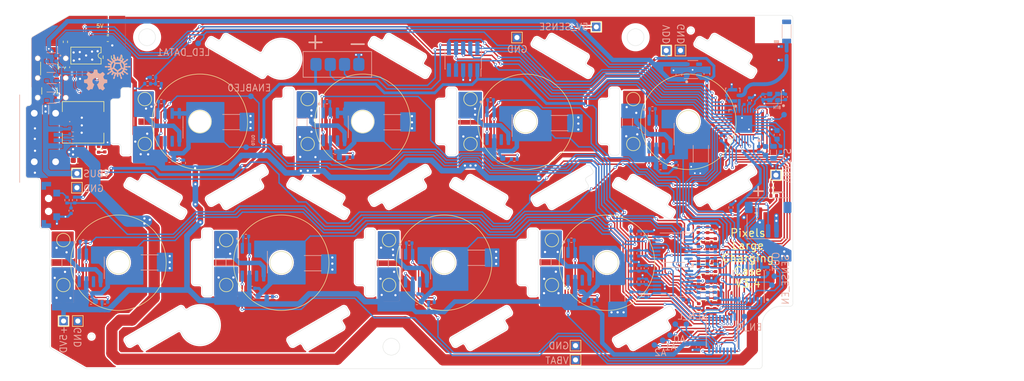
<source format=kicad_pcb>
(kicad_pcb (version 20211014) (generator pcbnew)
  (layers (0 "F.Cu" signal) (31 "B.Cu" signal) (34 "B.Paste" user) (35 "F.Paste" user) (36 "B.SilkS" user "B.Silkscreen") (37 "F.SilkS" user "F.Silkscreen") (38 "B.Mask" user) (39 "F.Mask" user) (44 "Edge.Cuts" user))
  (net 0 "")
  (net 1 "GND")
  (net 2 "VBUS")
  (net 3 "Net-(C1-Pad1)")
  (net 4 "Net-(C3-Pad1)")
  (net 5 "VDD")
  (net 6 "Net-(C4-Pad1)")
  (net 7 "Net-(C6-Pad2)")
  (net 8 "Net-(C5-Pad2)")
  (net 9 "Net-(C7-Pad1)")
  (net 10 "+5V")
  (net 11 "/Multiplexed Chargers/Charger 2/XKT_OUT")
  (net 12 "/Multiplexed Chargers/Charger 3/XKT_OUT")
  (net 13 "/Multiplexed Chargers/Charger 4/XKT_OUT")
  (net 14 "/Multiplexed Chargers/Charger 1/XKT_OUT")
  (net 15 "/Multiplexed Chargers/Charger 6/XKT_OUT")
  (net 16 "/Multiplexed Chargers/Charger 7/XKT_OUT")
  (net 17 "/Multiplexed Chargers/Charger 8/XKT_OUT")
  (net 18 "+5VD")
  (net 20 "Net-(D1-Pad1)")
  (net 21 "Net-(D2-Pad1)")
  (net 22 "Net-(D3-Pad1)")
  (net 23 "RXI")
  (net 24 "SWDIO")
  (net 25 "SWDCLK")
  (net 26 "SWO")
  (net 27 "RESET")
  (net 28 "TXO")
  (net 29 "Net-(J23-PadA5)")
  (net 30 "Net-(J23-PadB5)")
  (net 31 "+BATT")
  (net 32 "Net-(L1-Pad1)")
  (net 33 "Net-(C46-Pad1)")
  (net 34 "/Multiplexed Chargers/ENABLE1")
  (net 35 "Net-(R5-Pad2)")
  (net 36 "/Multiplexed Chargers/ENABLE2")
  (net 37 "/Multiplexed Chargers/ENABLE3")
  (net 38 "Net-(R8-Pad2)")
  (net 39 "/Multiplexed Chargers/ENABLE0")
  (net 40 "/Multiplexed Chargers/ENABLE5")
  (net 41 "Net-(R11-Pad2)")
  (net 42 "/Multiplexed Chargers/ENABLE6")
  (net 43 "/Multiplexed Chargers/ENABLE7")
  (net 44 "/Multiplexed Chargers/ENABLE4")
  (net 45 "Net-(C53-Pad1)")
  (net 46 "/Multiplexed Chargers/SENSE_OUT")
  (net 47 "/Multiplexed Chargers/CHARGER_ENL_D")
  (net 48 "/Multiplexed Chargers/~{CHARGER_ENL_EN}")
  (net 49 "Net-(C59-Pad1)")
  (net 50 "/Multiplexed Chargers/CHARGER_SELECT_A0")
  (net 51 "/Multiplexed Chargers/CHARGER_SELECT_A1")
  (net 52 "/Multiplexed Chargers/CHARGER_SELECT_A2")
  (net 54 "/Multiplexed Chargers/SENSE0")
  (net 55 "/Multiplexed Chargers/SENSE1")
  (net 56 "/Multiplexed Chargers/SENSE2")
  (net 57 "/Multiplexed Chargers/SENSE3")
  (net 58 "/Multiplexed Chargers/SENSE5")
  (net 59 "/Multiplexed Chargers/SENSE7")
  (net 60 "/Multiplexed Chargers/SENSE6")
  (net 61 "/Multiplexed Chargers/SENSE4")
  (net 62 "/Power/5V_SENSE")
  (net 63 "Net-(J24-Pad2)")
  (net 64 "/Multiplexed Chargers/Charger 5/XKT_OUT")
  (net 65 "Net-(R2-Pad1)")
  (net 66 "Net-(R4-Pad1)")
  (net 67 "Net-(R13-Pad1)")
  (net 68 "Net-(R14-Pad2)")
  (net 69 "Net-(C60-Pad1)")
  (net 70 "Net-(C61-Pad1)")
  (net 71 "Net-(C62-Pad1)")
  (net 72 "Net-(C63-Pad1)")
  (net 73 "Net-(R19-Pad2)")
  (net 74 "Net-(C64-Pad1)")
  (net 75 "Net-(C50-Pad1)")
  (net 76 "Net-(R7-Pad1)")
  (net 77 "Net-(R10-Pad1)")
  (net 78 "Net-(C65-Pad1)")
  (net 79 "/Multiplexed Chargers/Charger 2/CHARGER_GND")
  (net 80 "/Multiplexed Chargers/Charger 3/CHARGER_GND")
  (net 81 "/Multiplexed Chargers/Charger 4/CHARGER_GND")
  (net 82 "/Multiplexed Chargers/Charger 1/CHARGER_GND")
  (net 83 "/Multiplexed Chargers/Charger 6/CHARGER_GND")
  (net 84 "/Multiplexed Chargers/Charger 7/CHARGER_GND")
  (net 85 "/Multiplexed Chargers/Charger 8/CHARGER_GND")
  (net 86 "/Multiplexed Chargers/Charger 5/CHARGER_GND")
  (net 87 "Net-(L1-Pad2)")
  (net 89 "Net-(C66-Pad1)")
  (net 90 "Net-(C67-Pad1)")
  (net 91 "Net-(C68-Pad1)")
  (net 92 "Net-(C69-Pad1)")
  (net 93 "Net-(C70-Pad1)")
  (net 94 "Net-(C71-Pad1)")
  (net 95 "Net-(C72-Pad1)")
  (net 96 "Net-(L4-Pad1)")
  (net 97 "Net-(R18-Pad1)")
  (net 98 "/VBAT_SENSE")
  (net 99 "/Multiplexed Chargers/~{CHARGER_CLR}")
  (net 100 "Net-(C49-Pad1)")
  (net 101 "/ANT_NRF")
  (net 102 "/ANTENNA")
  (net 104 "/ANT_50")
  (net 106 "/BOOST_EN")
  (net 107 "/Multiplexed Chargers/~{SENSE_EN}")
  (net 109 "Net-(R35-Pad2)")
  (net 110 "Net-(R16-Pad1)")
  (net 111 "Net-(R33-Pad1)")
  (net 112 "Net-(R70-Pad2)")
  (net 113 "Net-(R38-Pad1)")
  (net 114 "Net-(R74-Pad1)")
  (net 115 "Net-(R75-Pad2)")
  (footprint "Capacitor_SMD:C_0402_1005Metric" (layer "F.Cu") (at 198.57 109.19 -90)
    (fp_text reference "C72" hide)
    (fp_text value "1nF 10V 20%")
  )
  (footprint "TestPoint:TestPoint_Pad_D2.0mm" (layer "F.Cu") (at 111.594584 106.366052)
    (fp_text reference "J17" hide)
    (fp_text value "Coil B")
  )
  (footprint "TestPoint:TestPoint_Pad_D2.0mm" (layer "F.Cu") (at 82.594584 106.366052)
    (fp_text reference "J20" hide)
    (fp_text value "Coil B")
  )
  (footprint "Pixels-dice:TestPoint_1.5x1.5_Drill0.9mm" (layer "F.Cu") (at 163.37 62.29)
    (fp_text reference "W3" hide)
    (fp_text value "GND")
  )
  (footprint "Pixels-dice:TestPoint_1.5x1.5_Drill0.9mm" (layer "F.Cu") (at 85 89.04)
    (fp_text reference "W45" hide)
    (fp_text value "GND")
  )
  (footprint "TestPoint:TestPoint_Pad_D2.0mm" (layer "F.Cu") (at 155.094584 81.251316)
    (fp_text reference "J5" hide)
    (fp_text value "Coil B")
  )
  (footprint "Pixels-dice:TX Coil" (layer "F.Cu") (at 150.4 102.4 90)
    (fp_text reference "J15" hide)
    (fp_text value "TX_Coil" hide)
  )
  (footprint "TestPoint:TestPoint_Pad_D2.0mm" (layer "F.Cu") (at 140.594584 106.366052)
    (fp_text reference "J14" hide)
    (fp_text value "Coil B")
  )
  (footprint "Capacitor_SMD:C_0402_1005Metric" (layer "F.Cu") (at 209.09 88.56)
    (fp_text reference "C54" hide)
    (fp_text value "10nF 25V 10%")
  )
  (footprint "Capacitor_SMD:C_0402_1005Metric" (layer "F.Cu") (at 89.96 82.19 90)
    (fp_text reference "C46" hide)
    (fp_text value "3.3nF 50V 10%")
  )
  (footprint "Capacitor_SMD:C_0402_1005Metric" (layer "F.Cu") (at 197.28 104.47 -90)
    (fp_text reference "C60" hide)
    (fp_text value "1nF 10V 20%")
  )
  (footprint "Capacitor_SMD:C_0402_1005Metric" (layer "F.Cu") (at 206.1 94.18 180)
    (fp_text reference "C18" hide)
    (fp_text value "0.1uF 10V 20%")
  )
  (footprint "Package_TO_SOT_SMD:SOT-23" (layer "F.Cu") (at 80.1 67.3 90)
    (fp_text reference "D4" hide)
    (fp_text value "BAT54C")
  )
  (footprint "Pixels-dice:TestPoint_1.5x1.5_Drill0.9mm" (layer "F.Cu") (at 192.5 64.6 90)
    (fp_text reference "W7" hide)
    (fp_text value "GND")
  )
  (footprint "Pixels-dice:TX Coil" (layer "F.Cu") (at 92.4 102.4 90)
    (fp_text reference "J21" hide)
    (fp_text value "TX_Coil" hide)
  )
  (footprint "Pixels-dice:TX Coil" (layer "F.Cu") (at 179.4 102.4 90)
    (fp_text reference "J26" hide)
    (fp_text value "TX_Coil" hide)
  )
  (footprint "Pixels-dice:TestPoint_1.5x1.5_Drill0.9mm" (layer "F.Cu") (at 177.5 60.4)
    (fp_text reference "W5" hide)
    (fp_text value "5V_SENSE")
  )
  (footprint "TestPoint:TestPoint_Pad_D2.0mm" (layer "F.Cu") (at 97.094584 73.251316)
    (fp_text reference "J13" hide)
    (fp_text value "Coil A")
  )
  (footprint "TestPoint:TestPoint_Pad_D2.0mm" (layer "F.Cu") (at 97.094584 81.251316)
    (fp_text reference "J11" hide)
    (fp_text value "Coil B")
  )
  (footprint "Pixels-dice:TestPoint_1.5x1.5_Drill0.9mm" (layer "F.Cu") (at 173.8 119.7)
    (fp_text reference "W11" hide)
    (fp_text value "VBAT")
  )
  (footprint "Capacitor_SMD:C_0603_1608Metric" (layer "F.Cu") (at 90.5 62.5)
    (fp_text reference "C44" hide)
    (fp_text value "10uF 10V 20%")
  )
  (footprint "Resistor_SMD:R_0402_1005Metric" (layer "F.Cu") (at 198.73 104.48 90)
    (fp_text reference "R32" hide)
    (fp_text value "100k 0.1%")
  )
  (footprint "TestPoint:TestPoint_Pad_D2.0mm" (layer "F.Cu") (at 184.094584 73.251316)
    (fp_text reference "J10" hide)
    (fp_text value "Coil A")
  )
  (footprint "Resistor_SMD:R_0402_1005Metric" (layer "F.Cu") (at 195.71 111 -90)
    (fp_text reference "R65" hide)
    (fp_text value "1k 0.1%")
  )
  (footprint "Capacitor_SMD:C_0402_1005Metric" (layer "F.Cu") (at 198.5 107.19 90)
    (fp_text reference "C63" hide)
    (fp_text value "1nF 10V 20%")
  )
  (footprint "Resistor_SMD:R_0402_1005Metric" (layer "F.Cu") (at 198.7 96.53 -90)
    (fp_text reference "R50" hide)
    (fp_text value "1k 0.1%")
  )
  (footprint "Resistor_SMD:R_0402_1005Metric" (layer "F.Cu") (at 195.67 98.59 90)
    (fp_text reference "R52" hide)
    (fp_text value "1k 0.1%")
  )
  (footprint "Resistor_SMD:R_0402_1005Metric" (layer "F.Cu") (at 195.75 104.5 90)
    (fp_text reference "R31" hide)
    (fp_text value "1k 0.1%")
  )
  (footprint "Capacitor_SMD:C_0805_2012Metric" (layer "F.Cu") (at 90.4 65.799999 90)
    (fp_text reference "C48" hide)
    (fp_text value "22uF 10V 20%")
  )
  (footprint "Capacitor_SMD:C_0603_1608Metric" (layer "F.Cu") (at 85.13 84.16)
    (fp_text reference "C74" hide)
    (fp_text value "10uF 10V 20%")
  )
  (footprint "TestPoint:TestPoint_Pad_D2.0mm" (layer "F.Cu") (at 111.594584 98.366052)
    (fp_text reference "J19" hide)
    (fp_text value "Coil A")
  )
  (footprint "Resistor_SMD:R_0402_1005Metric" (layer "F.Cu") (at 197.34 96.53 -90)
    (fp_text reference "R49" hide)
    (fp_text value "100k 0.1%")
  )
  (footprint "Capacitor_SMD:C_0402_1005Metric" (layer "F.Cu") (at 195.7 102.61 90)
    (fp_text reference "C59" hide)
    (fp_text value "1nF 10V 20%")
  )
  (footprint "Capacitor_SMD:C_0402_1005Metric" (layer "F.Cu") (at 90.5 61.4)
    (fp_text reference "C43" hide)
    (fp_text value "0.1uF 10V 20%")
  )
  (footprint "Pixels-dice:SPM6530" (layer "F.Cu") (at 86.1 77.4 180)
    (fp_text reference "L4" hide)
    (fp_text value "2.2uH 1.5A 10%")
  )
  (footprint "Pixels-dice:TEST_PIN" (layer "F.Cu") (at 89.1 61.4)
    (fp_text reference "W62" hide)
    (fp_text value "5V")
  )
  (footprint "Resistor_SMD:R_0402_1005Metric" (layer "F.Cu") (at 197.41 107.18 -90)
    (fp_text reference "R44" hide)
    (fp_text value "100k 0.1%")
  )
  (footprint "Resistor_SMD:R_0402_1005Metric" (layer "F.Cu") (at 197.36 109.16 90)
    (fp_text reference "R68" hide)
    (fp_text value "100k 0.1%")
  )
  (footprint "Resistor_SMD:R_0402_1005Metric" (layer "F.Cu") (at 82.95 63.06 -90)
    (fp_text reference "R18" hide)
    (fp_text value "120k 1%")
  )
  (footprint "Capacitor_SMD:C_0402_1005Metric" (layer "F.Cu") (at 198.6 111.03 90)
    (fp_text reference "C71" hide)
    (fp_text value "1nF 10V 20%")
  )
  (footprint "Pixels-dice:TestPoint_1.5x1.5_Drill0.9mm" (layer "F.Cu") (at 209.5 86.8)
    (fp_text reference "W70" hide)
    (fp_text value "VBAT_S")
  )
  (footprint "TestPoint:TestPoint_Pad_D2.0mm" (layer "F.Cu") (at 140.594584 98.366052)
    (fp_text reference "J16" hide)
    (fp_text value "Coil A")
  )
  (footprint "Capacitor_SMD:C_0805_2012Metric" (layer "F.Cu") (at 92.3 65.8 90)
    (fp_text reference "C47" hide)
    (fp_text value "22uF 10V 20%")
  )
  (footprint "TestPoint:TestPoint_Pad_D2.0mm" (layer "F.Cu") (at 169.594584 98.366052)
    (fp_text reference "J27" hide)
    (fp_text value "Coil A")
  )
  (footprint "TestPoint:TestPoint_Pad_D2.0mm" (layer "F.Cu") (at 155.094584 73.251316)
    (fp_text reference "J7" hide)
    (fp_text value "Coil A")
  )
  (footprint "Resistor_SMD:R_0402_1005Metric" (layer "F.Cu") (at 195.74 107.19 -90)
    (fp_text reference "R45" hide)
    (fp_text value "1k 0.1%")
  )
  (footprint "Resistor_SMD:R_0402_1005Metric" (layer "F.Cu") (at 209.1 90.47 180)
    (fp_text reference "R34" hide)
    (fp_text value "4.02M 1%")
  )
  (footprint "Capacitor_SMD:C_0402_1005Metric" (layer "F.Cu") (at 195.68 96.55 90)
    (fp_text reference "C65" hide)
    (fp_text value "1nF 10V 20%")
  )
  (footprint "Pixels-dice:ESSOP10" (layer "F.Cu") (at 86.61 65.51 -90)
    (fp_text reference "U16" hide)
    (fp_text value "ETA9882")
  )
  (footprint "Resistor_SMD:R_0402_1005Metric" (layer "F.Cu") (at 197.31 102.61 -90)
    (fp_text reference "R28" hide)
    (fp_text value "100k 0.1%")
  )
  (footprint "Resistor_SMD:R_0402_1005Metric" (layer "F.Cu") (at 209.1 89.5)
    (fp_text reference "R36" hide)
    (fp_text value "10M 1%")
  )
  (footprint "Capacitor_SMD:C_0402_1005Metric" (layer "F.Cu") (at 83.35 67.59 90)
    (fp_text reference "C75" hide)
    (fp_text value "0.1uF 10V 20%")
  )
  (footprint "Pixels-dice:TestPoint_1.5x1.5_Drill0.9mm" (layer "F.Cu") (at 189.96 64.6 90)
    (fp_text reference "W68" hide)
    (fp_text value "VDD")
  )
  (footprint "Pixels-dice:TX Coil" (layer "F.Cu") (at 135.9 77.3 90)
    (fp_text reference "J3" hide)
    (fp_text value "TX_Coil" hide)
  )
  (footprint "Pixels-dice:TX Coil" (layer "F.Cu") (at 164.9 77.3 90)
    (fp_text reference "J6" hide)
    (fp_text value "TX_Coil" hide)
  )
  (footprint "Pixels-dice:TestPoint_1.5x1.5_Drill0.9mm" (layer "F.Cu") (at 85 86.5)
    (fp_text reference "W61" hide)
    (fp_text value "VBUS")
  )
  (footprint "Fuse:Fuse_1210_3225Metric" (layer "F.Cu") (at 80.1 71.8 90)
    (fp_text reference "F1" hide)
    (fp_text value "2000mA <150mR")
  )
  (footprint "TestPoint:TestPoint_Pad_D2.0mm" (layer "F.Cu") (at 126.094584 81.251316)
    (fp_text reference "J2" hide)
    (fp_text value "Coil B")
  )
  (footprint "Resistor_SMD:R_0402_1005Metric" (layer "F.Cu") (at 197.35 111.05 -90)
    (fp_text reference "R64" hide)
    (fp_text value "100k 0.1%")
  )
  (footprint "TestPoint:TestPoint_Pad_D2.0mm" (layer "F.Cu") (at 126.094584 73.251316)
    (fp_text reference "J4" hide)
    (fp_text value "Coil A")
  )
  (footprint "Resistor_SMD:R_0402_1005Metric" (layer "F.Cu") (at 197.34 98.59 90)
    (fp_text reference "R53" hide)
    (fp_text value "100k 0.1%")
  )
  (footprint "Resistor_SMD:R_0402_1005Metric" (layer "F.Cu") (at 195.75 109.18 90)
    (fp_text reference "R67" hide)
    (fp_text value "1k 0.1%")
  )
  (footprint "Pixels-dice:TX Coil" (layer "F.Cu") (at 106.9 77.3 90)
    (fp_text reference "J12" hide)
    (fp_text value "TX_Coil" hide)
  )
  (footprint "TestPoint:TestPoint_Pad_D2.0mm" (layer "F.Cu") (at 82.594584 98.366052)
    (fp_text reference "J22" hide)
    (fp_text value "Coil A")
  )
  (footprint "Resistor_SMD:R_0402_1005Metric" (layer "F.Cu") (at 88.87 82.21 90)
    (fp_text reference "R69" hide)
    (fp_text value "1R 5%")
  )
  (footprint "Pixels-dice:TestPoint_1.5x1.5_Drill0.9mm" (layer "F.Cu") (at 82.62 112.78)
    (fp_text reference "W65" hide)
    (fp_text value "+5VD")
  )
  (footprint "Capacitor_SMD:C_0402_1005Metric" (layer "F.Cu") (at 198.71 98.61 -90)
    (fp_text reference "C66" hide)
    (fp_text value "1nF 10V 20%")
  )
  (footprint "TestPoint:TestPoint_Pad_D2.0mm" (layer "F.Cu") (at 184.094584 81.251316)
    (fp_text reference "J8" hide)
    (fp_text value "Coil B")
  )
  (footprint "Capacitor_SMD:C_0603_1608Metric" (layer "F.Cu") (at 82.3 67.75 90)
    (fp_text reference "C45" hide)
    (fp_text value "10uF 10V 20%")
  )
  (footprint "TestPoint:TestPoint_Pad_D2.0mm" (layer "F.Cu") (at 169.594584 106.366052)
    (fp_text reference "J25" hide)
    (fp_text value "Coil B")
  )
  (footprint "Capacitor_SMD:C_0603_1608Metric" (layer "F.Cu") (at 205.84 93.02 180)
    (fp_text reference "C14" hide)
    (fp_text value "10uF 10V 20%")
  )
  (footprint "Pixels-dice:TestPoint_1.5x1.5_Drill0.9mm" (layer "F.Cu") (at 85.16 112.78)
    (fp_text reference "W2" hide)
    (fp_text value "GND")
  )
  (footprint "Pixels-dice:TestPoint_1.5x1.5_Drill0.9mm" (layer "F.Cu") (at 173.8 117.16)
    (fp_text reference "W44" hide)
    (fp_text value "GND")
  )
  (footprint "Resistor_SMD:R_0402_1005Metric" (layer "F.Cu") (at 198.72 102.61 -90)
    (fp_text reference "R29" hide)
    (fp_text value "1k 0.1%")
  )
  (footprint "Pixels-dice:TX Coil" (layer "F.Cu") (at 193.9 77.3 90)
    (fp_text reference "J9" hide)
    (fp_text value "TX_Coil" hide)
  )
  (footprint "Pixels-dice:TX Coil" (layer "F.Cu") (at 121.4 102.4 90)
    (fp_text reference "J18" hide)
    (fp_text value "TX_Coil" hide)
  )
  (footprint "Capacitor_SMD:C_0402_1005Metric" (layer "B.Cu") (at 186.4 108.1 -90)
    (fp_text reference "C61" hide)
    (fp_text value "1nF 10V 20%")
  )
  (footprint "Capacitor_SMD:C_0402_1005Metric" (layer "B.Cu") (at 186.4 97.3 90)
    (fp_text reference "C70" hide)
    (fp_text value "1nF 10V 20%")
  )
  (footprint "Capacitor_SMD:C_0402_1005Metric" (layer "B.Cu") (at 195.7 108.17 -90)
    (fp_text reference "C49" hide)
    (fp_text value "1nF 10V 20%")
  )
  (footprint "Pixels-dice:SOIC-8_3.9x4.9mm_P1.27mm" (layer "B.Cu") (at 145.43 103.37)
    (fp_text reference "U11" hide)
    (fp_text value "XKT511")
  )
  (footprint "Resistor_SMD:R_0402_1005Metric" (layer "B.Cu") (at 197.3 100 -90)
    (fp_text reference "R58" hide)
    (fp_text value "100k 0.1%")
  )
  (footprint "Capacitor_SMD:C_0603_1608Metric" (layer "B.Cu") (at 174.51 108.98)
    (fp_text reference "C56" hide)
    (fp_text value "10uF 10V 20%")
  )
  (footprint "Resistor_SMD:R_0402_1005Metric" (layer "B.Cu") (at 185.1 103.4 -90)
    (fp_text reference "R48" hide)
    (fp_text value "100k 0.1%")
  )
  (footprint "Pixels-dice:CHIP_ANT" (layer "B.Cu") (at 211.4 62.9 180)
    (fp_text reference "AE1" hide)
    (fp_text value "Antenna_Chip" hide)
  )
  (footprint "Resistor_SMD:R_0402_1005Metric" (layer "B.Cu") (at 86.09 98.64 180)
    (fp_text reference "R70" hide)
    (fp_text value "75K 1%")
  )
  (footprint "Pixels-dice:Battery_Socket_1.5mm_3PIN" (layer "B.Cu") (at 208.1 94.33 180)
    (fp_text reference "J24" hide)
    (fp_text value "Conn_01x03")
  )
  (footprint "Resistor_SMD:R_0402_1005Metric" (layer "B.Cu") (at 89.98 109.38 180)
    (fp_text reference "R38" hide)
    (fp_text value "200K 1%")
  )
  (footprint "Resistor_SMD:R_0402_1005Metric" (layer "B.Cu") (at 84.6 91.24 90)
    (fp_text reference "R1" hide)
    (fp_text value "1M 5%")
  )
  (footprint "Resistor_SMD:R_0402_1005Metric" (layer "B.Cu") (at 198.7 108.19 90)
    (fp_text reference "R22" hide)
    (fp_text value "1k 0.1%")
  )
  (footprint "Pixels-dice:TEST_PIN" (layer "B.Cu") (at 115.99 72.76 180)
    (fp_text reference "W39" hide)
    (fp_text value "ENABLE0")
  )
  (footprint "Capacitor_SMD:C_0603_1608Metric" (layer "B.Cu") (at 209.69 79.62 90)
    (fp_text reference "C1" hide)
    (fp_text value "10uF 10V 20%")
  )
  (footprint "Resistor_SMD:R_0402_1005Metric" (layer "B.Cu") (at 177.15 109.03 180)
    (fp_text reference "R74" hide)
    (fp_text value "200K 1%")
  )
  (footprint "Pixels-dice:TX1812Z_2020" (layer "B.Cu") (at 80.5 66 90)
    (fp_text reference "D3" hide)
    (fp_text value "TX1812Z_2020")
  )
  (footprint "Capacitor_SMD:C_0402_1005Metric" (layer "B.Cu") (at 87.21 107.84)
    (fp_text reference "C35" hide)
    (fp_text value "0.1uF 10V 20%")
  )
  (footprint "Pixels-dice:USB-C-SMD_10P-P1.00-L6.8-W8.9_V1.1" (layer "B.Cu") (at 81.355 80.6 180)
    (fp_text reference "J23" hide)
    (fp_text value "USB_C_Receptacle_USB2.0")
  )
  (footprint "Resistor_SMD:R_0402_1005Metric" (layer "B.Cu") (at 191.69 85.02 -90)
    (fp_text reference "R10" hide)
    (fp_text value "200K 1%")
  )
  (footprint "Capacitor_SMD:C_1206_3216Metric" (layer "B.Cu") (at 154.17 77.32 -90)
    (fp_text reference "C17" hide)
    (fp_text value "33nF 50V NP0")
  )
  (footprint "Capacitor_SMD:C_0603_1608Metric" (layer "B.Cu") (at 160.07 83.79)
    (fp_text reference "C16" hide)
    (fp_text value "10uF 10V 20%")
  )
  (footprint "Resistor_SMD:R_0402_1005Metric" (layer "B.Cu") (at 198.7 106.2 -90)
    (fp_text reference "R25" hide)
    (fp_text value "100k 0.1%")
  )
  (footprint "Pixels-dice:SOIC-8_3.9x4.9mm_P1.27mm" (layer "B.Cu") (at 87.31 103.3)
    (fp_text reference "U15" hide)
    (fp_text value "XKT511")
  )
  (footprint "Pixels-dice:TX1812Z_2020" (layer "B.Cu") (at 80.5 73 90)
    (fp_text reference "D1" hide)
    (fp_text value "TX1812Z_2020")
  )
  (footprint "Resistor_SMD:R_0402_1005Metric" (layer "B.Cu") (at 185.1 97.28 -90)
    (fp_text reference "R63" hide)
    (fp_text value "100k 0.1%")
  )
  (footprint "Pixels-dice:TEST_PIN" (layer "B.Cu") (at 193.55 113.34 180)
    (fp_text reference "W58" hide)
    (fp_text value "EN_L")
  )
  (footprint "Resistor_SMD:R_0402_1005Metric" (layer "B.Cu") (at 173.06 98.39 180)
    (fp_text reference "R75" hide)
    (fp_text value "75K 1%")
  )
  (footprint "Pixels-dice:SOIC-8_3.9x4.9mm_P1.27mm" (layer "B.Cu") (at 159.94 77.99)
    (fp_text reference "U5" hide)
    (fp_text value "XKT511")
  )
  (footprint "Resistor_SMD:R_0402_1005Metric" (layer "B.Cu") (at 183.7 97.28 -90)
    (fp_text reference "R62" hide)
    (fp_text value "1k 0.1%")
  )
  (footprint "Package_DFN_QFN:QFN-32-1EP_5x5mm_P0.5mm_EP3.1x3.1mm" (layer "B.Cu") (at 203.72 77.71 90)
    (fp_text reference "U1" hide)
    (fp_text value "N52810_QFN32")
  )
  (footprint "Pixels-dice:DFN" (layer "B.Cu") (at 83.72 77.97 -90)
    (fp_text reference "D5" hide)
    (fp_text value "D_TVS")
  )
  (footprint "Resistor_SMD:R_0402_1005Metric" (layer "B.Cu") (at 183.7 108.1 90)
    (fp_text reference "R40" hide)
    (fp_text value "1k 0.1%")
  )
  (footprint "Resistor_SMD:R_0402_1005Metric" (layer "B.Cu") (at 144.17 98.9 180)
    (fp_text reference "R19" hide)
    (fp_text value "75K 1%")
  )
  (footprint "Resistor_SMD:R_0402_1005Metric" (layer "B.Cu") (at 100.03 73.7 180)
    (fp_text reference "R14" hide)
    (fp_text value "75K 1%")
  )
  (footprint "Resistor_SMD:R_0402_1005Metric" (layer "B.Cu") (at 129.54 73.72 180)
    (fp_text reference "R5" hide)
    (fp_text value "75K 1%")
  )
  (footprint "Pixels-dice:TEST_PIN" (layer "B.Cu") (at 140.48 108.62 -90)
    (fp_text reference "W24" hide)
    (fp_text value "R" hide)
  )
  (footprint "Resistor_SMD:R_0402_1005Metric" (layer "B.Cu") (at 158.67 73.4 180)
    (fp_text reference "R8" hide)
    (fp_text value "75K 1%")
  )
  (footprint "Capacitor_SMD:C_1206_3216Metric" (layer "B.Cu") (at 125.085 77.285 -90)
    (fp_text reference "C13" hide)
    (fp_text value "33nF 50V NP0")
  )
  (footprint "Inductor_SMD:L_0805_2012Metric" (layer "B.Cu") (at 209.06 82.7425 -90)
    (fp_text reference "L1" hide)
    (fp_text value "10uH 100mA 10%")
  )
  (footprint "Capacitor_SMD:C_0402_1005Metric" (layer "B.Cu") (at 188.65 84.02)
    (fp_text reference "C19" hide)
    (fp_text value "0.1uF 10V 20%")
  )
  (footprint "Resistor_SMD:R_2010_5025Metric" (layer "B.Cu") (at 97.95 102.35 180)
    (fp_text reference "R66" hide)
    (fp_text value "100mR 0.5W 1%")
  )
  (footprint "Resistor_SMD:R_0402_1005Metric" (layer "B.Cu") (at 201.48 92.56 -90)
    (fp_text reference "R17" hide)
    (fp_text value "82K 1%")
  )
  (footprint "Pixels-dice:0402_RF" (layer "B.Cu") (at 202.95 73.05 90)
    (fp_text reference "L6" hide)
    (fp_text value "3.9nH 5%")
  )
  (footprint "Capacitor_SMD:C_0402_1005Metric" (layer "B.Cu") (at 193.49 109.01)
    (fp_text reference "C39" hide)
    (fp_text value "0.1uF 10V 20%")
  )
  (footprint "Resistor_SMD:R_0402_1005Metric" (layer "B.Cu") (at 84.25 80.78 180)
    (fp_text reference "R27" hide)
    (fp_text value "5.1k 1%")
  )
  (footprint "Capacitor_SMD:C_0603_1608Metric" (layer "B.Cu") (at 101.49 84.01)
    (fp_text reference "C24" hide)
    (fp_text value "10uF 10V 20%")
  )
  (footprint "Capacitor_SMD:C_0603_1608Metric" (layer "B.Cu") (at 87.51 109.28)
    (fp_text reference "C36" hide)
    (fp_text value "10uF 10V 20%")
  )
  (footprint "Resistor_SMD:R_2010_5025Metric" (layer "B.Cu") (at 127.01 102.48 180)
    (fp_text reference "R61" hide)
    (fp_text value "100mR 0.5W 1%")
  )
  (footprint "Pixels-dice:TEST_PIN" (layer "B.Cu") (at 126.1 83.71 -90)
    (fp_text reference "W4" hide)
    (fp_text value "R" hide)
  )
  (footprint "Resistor_SMD:R_0402_1005Metric" (layer "B.Cu") (at 183.7 103.4 -90)
    (fp_text reference "R47" hide)
    (fp_text value "1k 0.1%")
  )
  (footprint "Resistor_SMD:R_0402_1005Metric" (layer "B.Cu") (at 195.7 106.16 -90)
    (fp_text reference "R24" hide)
    (fp_text value "1k 0.1%")
  )
  (footprint "Pixels-dice:TEST_PIN" (layer "B.Cu") (at 115.13 81.82 90)
    (fp_text reference "W40" hide)
    (fp_text value "OUT0")
  )
  (footprint "Pixels-dice:0402_RF" (layer "B.Cu") (at 211.4 65.1 90)
    (fp_text reference "L3" hide)
    (fp_text value "1.5nH 5%")
  )
  (footprint "Pixels-dice:TEST_PIN" (layer "B.Cu") (at 110.03 109.12 -90)
    (fp_text reference "W29" hide)
    (fp_text value "R" hide)
  )
  (footprint "Pixels-dice:TEST_PIN" (layer "B.Cu") (at 209.2 104.8 180)
    (fp_text reference "W47" hide)
    (fp_text value "OUT")
  )
  (footprint "Capacitor_SMD:C_0402_1005Metric" (layer "B.Cu") (at 197.3 106.19 90)
    (fp_text reference "C50" hide)
    (fp_text value "1nF 10V 20%")
  )
  (footprint "Pixels-dice:4x2.54mm_SMD" (layer "B.Cu") (at 131.39 67.08)
    (fp_text reference "P1" hide)
    (fp_text value "heard4")
  )
  (footprint "Capacitor_SMD:C_0402_1005Metric" (layer "B.Cu") (at 204.8 73.5 90)
    (fp_text reference "C7" hide)
    (fp_text value "100pF NP0 10V 5%")
  )
  (footprint "Resistor_SMD:R_2010_5025Metric" (layer "B.Cu") (at 170.96 77.53 180)
    (fp_text reference "R56" hide)
    (fp_text value "100mR 0.5W 1%")
  )
  (footprint "Pixels-dice:TEST_PIN" (layer "B.Cu") (at 191.58 113.33 180)
    (fp_text reference "W59" hide)
    (fp_text value "CHARGER_CLR" hide)
  )
  (footprint "Pixels-dice:TEST_PIN" (layer "B.Cu") (at 189.32 116.21)
    (fp_text reference "W42" hide)
    (fp_text value "A1")
  )
  (footprint "Capacitor_SMD:C_1206_3216Metric" (layer "B.Cu") (at 168.55 102.4 -90)
    (fp_text reference "C57" hide)
    (fp_text value "33nF 50V NP0")
  )
  (footprint "Capacitor_SMD:C_0402_1005Metric" (layer "B.Cu") (at 130.7 82.6)
    (fp_text reference "C11" hide)
    (fp_text value "0.1uF 10V 20%")
  )
  (footprint "Capacitor_SMD:C_0402_1005Metric" (layer "B.Cu") (at 186.4 103.4 90)
    (fp_text reference "C64" hide)
    (fp_text value "1nF 10V 20%")
  )
  (footprint "Capacitor_SMD:C_0402_1005Metric" (layer "B.Cu") (at 195.67 117.42 -90)
    (fp_text reference "C42" hide)
    (fp_text value "0.1uF 10V 20%")
  )
  (footprint "Capacitor_SMD:C_0402_1005Metric" (layer "B.Cu") (at 83.95 93.14 -90)
    (fp_text reference "C3" hide)
    (fp_text value "0.1uF 10V 20%")
  )
  (footprint "Resistor_SMD:R_0402_1005Metric" (layer "B.Cu") (at 83.24 91.25 -90)
    (fp_text reference "R2" hide)
    (fp_text value "1k 1%")
  )
  (footprint "Capacitor_SMD:C_0603_1608Metric" (layer "B.Cu") (at 197.2 68.8 90)
    (fp_text reference "C52" hide)
    (fp_text value "10uF 10V 20%" hide)
  )
  (footprint "Capacitor_SMD:C_0402_1005Metric" (layer "B.Cu") (at 207.19 72.87 90)
    (fp_text reference "C6" hide)
    (fp_text value "8pF 10V 10%")
  )
  (footprint "Pixels-dice:TEST_PIN" (layer "B.Cu") (at 203.87 111.97 180)
    (fp_text reference "W57" hide)
    (fp_text value "EN_D")
  )
  (footprint "Pixels-dice:SOIC-8_3.9x4.9mm_P1.27mm" (layer "B.Cu") (at 101.33 78.28)
    (fp_text reference "U9" hide)
    (fp_text value "XKT511")
  )
  (footprint "Pixels-dice:SOT-23-5" (layer "B.Cu") (at 194.7 68)
    (fp_text reference "U22" hide)
    (fp_text value "ME6215" hide)
  )
  (footprint "Capacitor_SMD:C_0402_1005Metric" (layer "B.Cu") (at 211.18 72.87 -90)
    (fp_text reference "C5" hide)
    (fp_text value "8pF 10V 10%")
  )
  (footprint "Resistor_SMD:R_0402_1005Metric" (layer "B.Cu") (at 185.1 100.7 90)
    (fp_text reference "R59" hide)
    (fp_text value "100k 0.1%")
  )
  (footprint "Resistor_SMD:R_0402_1005Metric" (layer "B.Cu") (at 185.1 105.8 -90)
    (fp_text reference "R43" hide)
    (fp_text value "100k 0.1%")
  )
  (footprint "Package_SO:TSSOP-14_4.4x5mm_P0.65mm" (layer "B.Cu") (at 191.05 99.72 180)
    (fp_text reference "U20" hide)
    (fp_text value "LM2902")
  )
  (footprint "Pixels-dice:TSB002" (layer "B.Cu") (at 79.5 92.1 -90)
    (fp_text reference "SW1" hide)
    (fp_text value "SW_Push")
  )
  (footprint "Capacitor_SMD:C_1206_3216Metric" (layer "B.Cu") (at 139.56 102.45 -90)
    (fp_text reference "C29" hide)
    (fp_text value "33nF 50V NP0")
  )
  (footprint "Capacitor_SMD:C_0402_1005Metric" (layer "B.Cu") (at 199.78 80.19 -90)
    (fp_text reference "C10" hide)
    (fp_text value "0.1uF 10V 20%")
  )
  (footprint "Capacitor_SMD:C_0402_1005Metric" (layer "B.Cu") (at 186.4 105.8 90)
    (fp_text reference "C62" hide)
    (fp_text value "1nF 10V 20%")
  )
  (footprint "Capacitor_SMD:C_0603_1608Metric" (layer "B.Cu") (at 130.98 83.63)
    (fp_text reference "C12" hide)
    (fp_text value "10uF 10V 20%")
  )
  (footprint "Resistor_SMD:R_0402_1005Metric" (layer "B.Cu") (at 99.52 70.53)
    (fp_text reference "R72" hide)
    (fp_text value "4.02M 1%")
  )
  (footprint "Capacitor_SMD:C_0603_1608Metric" (layer "B.Cu") (at 192.2 68.95 90)
    (fp_text reference "C53" hide)
    (fp_text value "10uF 10V 20%")
  )
  (footprint "Resistor_SMD:R_0402_1005Metric" (layer "B.Cu") (at 195.71 100.01 -90)
    (fp_text reference "R57" hide)
    (fp_text value "1k 0.1%")
  )
  (footprint "Capacitor_SMD:C_0402_1005Metric" (layer "B.Cu") (at 116.2 106.96)
    (fp_text reference "C31" hide)
    (fp_text value "0.1uF 10V 20%")
  )
  (footprint "Pixels-dice:TEST_PIN" (layer "B.Cu") (at 156.1 78.7 -90)
    (fp_text reference "W9" hide)
    (fp_text value "R" hide)
  )
  (footprint "Capacitor_SMD:C_1206_3216Metric" (layer "B.Cu") (at 110.65 102.41 -90)
    (fp_text reference "C33" hide)
    (fp_text value "33nF 50V NP0")
  )
  (footprint "Resistor_SMD:R_0402_1005Metric" (layer "B.Cu") (at 197.3 108.19 90)
    (fp_text reference "R21" hide)
    (fp_text value "100k 0.1%")
  )
  (footprint "LOGO" (layer "B.Cu") (at 88.35 69.9 180)
    (fp_text reference "G***" hide)
    (fp_text value "LOGO" hide)
  )
  (footprint "Resistor_SMD:R_0402_1005Metric" (layer "B.Cu") (at 148.13 109.44 180)
    (fp_text reference "R16" hide)
    (fp_text value "200K 1%")
  )
  (footprint "Capacitor_SMD:C_0603_1608Metric" (layer "B.Cu") (at 116.48 108.34)
    (fp_text reference "C32" hide)
    (fp_text value "10uF 10V 20%")
  )
  (footprint "Resistor_SMD:R_0402_1005Metric" (layer "B.Cu") (at 183.7 105.8 -90)
    (fp_text reference "R42" hide)
    (fp_text value "1k 0.1%")
  )
  (footprint "Capacitor_SMD:C_0402_1005Metric" (layer "B.Cu") (at 198.7 100 90)
    (fp_text reference "C68" hide)
    (fp_text value "1nF 10V 20%")
  )
  (footprint "Resistor_SMD:R_0402_1005Metric" (layer "B.Cu") (at 183.7 100.7 90)
    (fp_text reference "R60" hide)
    (fp_text value "1k 0.1%")
  )
  (footprint "Pixels-dice:SOIC-8_3.9x4.9mm_P1.27mm" (layer "B.Cu") (at 116.36 102.29)
    (fp_text reference "U13" hide)
    (fp_text value "XKT511")
  )
  (footprint "Resistor_SMD:R_2010_5025Metric" (layer "B.Cu") (at 141.155 77.375 180)
    (fp_text reference "R30" hide)
    (fp_text value "100mR 0.5W 1%")
  )
  (footprint "Capacitor_SMD:C_0402_1005Metric" (layer "B.Cu") (at 101.2 82.91)
    (fp_text reference "C23" hide)
    (fp_text value "0.1uF 10V 20%")
  )
  (footprint "Pixels-dice:TX1812Z_2020" (layer "B.Cu") (at 80.5 69.5 90)
    (fp_text reference "D2" hide)
    (fp_text value "TX1812Z_2020")
  )
  (footprint "Pixels-dice:TEST_PIN" (layer "B.Cu") (at 210.94 76.03 180)
    (fp_text reference "W76" hide)
    (fp_text value "BTN")
  )
  (footprint "Pixels-dice:SOIC-8_3.9x4.9mm_P1.27mm" (layer "B.Cu") (at 130.77 78.2)
    (fp_text reference "U3" hide)
    (fp_text value "XKT511")
  )
  (footprint "Pixels-dice:TEST_PIN" (layer "B.Cu") (at 185.33 83.19 -90)
    (fp_text reference "W14" hide)
    (fp_text value "R" hide)
  )
  (footprint "LOGO" (layer "B.Cu") (at 92.25 67.5 180)
    (fp_text reference "G***" hide)
    (fp_text value "LOGO" hide)
  )
  (footprint "Inductor_SMD:L_0402_1005Metric" (layer "B.Cu") (at 210.31 82.15 90)
    (fp_text reference "L2" hide)
    (fp_text value "15nH")
  )
  (footprint "Pixels-dice:0402_RF" (layer "B.Cu") (at 210.95 63.9 180)
    (fp_text reference "C73" hide)
    (fp_text value "DNP")
  )
  (footprint "Resistor_SMD:R_2010_5025Metric" (layer "B.Cu") (at 156.14 101.52 180)
    (fp_text reference "R46" hide)
    (fp_text value "100mR 0.5W 1%")
  )
  (footprint "Capacitor_SMD:C_0402_1005Metric" (layer "B.Cu") (at 193.4 96.45)
    (fp_text reference "C40" hide)
    (fp_text value "0.1uF 10V 20%")
  )
  (footprint "Resistor_SMD:R_0402_1005Metric" (layer "B.Cu") (at 198.69 102.1 90)
    (fp_text reference "R55" hide)
    (fp_text value "1k 0.1%")
  )
  (footprint "Resistor_SMD:R_0402_1005Metric" (layer "B.Cu") (at 115.08 97.71 180)
    (fp_text reference "R35" hide)
    (fp_text value "75K 1%")
  )
  (footprint "Capacitor_SMD:C_1206_3216Metric" (layer "B.Cu") (at 81.42 102.4 -90)
    (fp_text reference "C37" hide)
    (fp_text value "33nF 50V NP0")
  )
  (footprint "Capacitor_SMD:C_0402_1005Metric" (layer "B.Cu") (at 208.05 103.68 -90)
    (fp_text reference "C41" hide)
    (fp_text value "0.1uF 10V 20%")
  )
  (footprint "Resistor_SMD:R_0402_1005Metric" (layer "B.Cu") (at 133.62 83.6 180)
    (fp_text reference "R4" hide)
    (fp_text value "200K 1%")
  )
  (footprint "Package_SO:TSSOP-14_4.4x5mm_P0.65mm" (layer "B.Cu") (at 191.166463 105.82 180)
    (fp_text reference "U18" hide)
    (fp_text value "LM2902")
  )
  (footprint "Capacitor_SMD:C_1206_3216Metric" (layer "B.Cu") (at 96.06 77.23 -90)
    (fp_text reference "C25" hide)
    (fp_text value "33nF 50V NP0")
  )
  (footprint "Capacitor_SMD:C_1206_3216Metric" (layer "B.Cu") (at 183.05 77.36 -90)
    (fp_text reference "C21" hide)
    (fp_text value "33nF 50V NP0")
  )
  (footprint "Capacitor_SMD:C_0402_1005Metric" (layer "B.Cu") (at 159.77 82.52)
    (fp_text reference "C15" hide)
    (fp_text value "0.1uF 10V 20%")
  )
  (footprint "Capacitor_SMD:C_0603_1608Metric" (layer "B.Cu") (at 207.64 82.49 -90)
    (fp_text reference "C2" hide)
    (fp_text value "10uF 10V 20%")
  )
  (footprint "Pixels-dice:TEST_PIN" (layer "B.Cu") (at 190.64 115.3)
    (fp_text reference "W43" hide)
    (fp_text value "A0")
  )
  (footprint "Resistor_SMD:R_0402_1005Metric" (layer "B.Cu") (at 187.5 74.99 180)
    (fp_text reference "R11" hide)
    (fp_text value "75K 1%")
  )
  (footprint "Pixels-dice:TEST_PIN" (layer "B.Cu") (at 169.67 109.18 -90)
    (fp_text reference "W71" hide)
    (fp_text value "R" hide)
  )
  (footprint "Resistor_SMD:R_0402_1005Metric" (layer "B.Cu") (at 84.26 79.49 180)
    (fp_text reference "R26" hide)
    (fp_text value "5.1k 1%")
  )
  (footprint "Pixels-dice:0402_RF" (layer "B.Cu") (at 210.95 66.3 180)
    (fp_text reference "C8" hide)
    (fp_text value "0.8pF 10V 5% NP0")
  )
  (footprint "Pixels-dice:Crystal_SMD_2016-4Pin_2.0x1.6mm" (layer "B.Cu") (at 209.1 72.9 180)
    (fp_text reference "Y1" hide)
    (fp_text value "32MHz 40ppm")
  )
  (footprint "Connector_PinHeader_1.27mm:PinHeader_2x05_P1.27mm_Vertical_SMD" (layer "B.Cu") (at 153.79 66.14 90)
    (fp_text reference "J1" hide)
    (fp_text value "Conn_02x05_Odd_Even")
  )
  (footprint "Capacitor_SMD:C_0402_1005Metric" (layer "B.Cu") (at 186.4 100.7 -90)
    (fp_text reference "C69" hide)
    (fp_text value "1nF 10V 20%")
  )
  (footprint "Capacitor_SMD:C_0402_1005Metric" (layer "B.Cu") (at 206.43 82.18 -90)
    (fp_text reference "C4" hide)
    (fp_text value "0.1uF 10V 20%")
  )
  (footprint "Pixels-dice:TEST_PIN" (layer "B.Cu") (at 82.62 108.7 -90)
    (fp_text reference "W34" hide)
    (fp_text value "R" hide)
  )
  (footprint "Capacitor_SMD:C_0603_1608Metric" (layer "B.Cu") (at 145.55 109.36)
    (fp_text reference "C28" hide)
    (fp_text value "10uF 10V 20%")
  )
  (footprint "Resistor_SMD:R_0402_1005Metric" (layer "B.Cu") (at 197.3 102.1 90)
    (fp_text reference "R54" hide)
    (fp_text value "100k 0.1%")
  )
  (footprint "Capacitor_SMD:C_0402_1005Metric" (layer "B.Cu") (at 98.55 69.38 180)
    (fp_text reference "C51" hide)
    (fp_text value "10nF 25V 10%")
  )
  (footprint "Capacitor_SMD:C_0402_1005Metric" (layer "B.Cu") (at 195.7 102.12 -90)
    (fp_text reference "C67" hide)
    (fp_text value "1nF 10V 20%")
  )
  (footprint "RFFrontEnd:MFH3.RECE.20369.001E.01" (layer "B.Cu") (at 201.7959 72.6 90)
    (fp_text reference "J28" hide)
    (fp_text value "DNP" hide)
  )
  (footprint "Pixels-dice:SOIC-8_3.9x4.9mm_P1.27mm" (layer "B.Cu") (at 174.37 103.04)
    (fp_text reference "U23" hide)
    (fp_text value "XKT511")
  )
  (footprint "Resistor_SMD:R_2010_5025Metric" (layer "B.Cu") (at 181.25 107.8 90)
    (fp_text reference "R41" hide)
    (fp_text value "100mR 0.5W 1%")
  )
  (footprint "Resistor_SMD:R_2010_5025Metric" (layer "B.Cu") (at 112.48 77.35 180)
    (fp_text reference "R23" hide)
    (fp_text value "100mR 0.5W 1%")
  )
  (footprint "Resistor_SMD:R_0402_1005Metric" (layer "B.Cu") (at 119.32 108.44 180)
    (fp_text reference "R33" hide)
    (fp_text value "200K 1%")
  )
  (footprint "Package_SO:SSOP-16_4.4x5.2mm_P0.65mm" (layer "B.Cu") (at 199.89 115.12 -90)
    (fp_text reference "U19" hide)
    (fp_text value "74HCT259PW")
  )
  (footprint "Resistor_SMD:R_0402_1005Metric" (layer "B.Cu") (at 103.95 84.63 -90)
    (fp_text reference "R13" hide)
    (fp_text value "200K 1%")
  )
  (footprint "Resistor_SMD:R_0402_1005Metric" (layer "B.Cu") (at 162.9 83.96 180)
    (fp_text reference "R7" hide)
    (fp_text value "200K 1%")
  )
  (footprint "Resistor_SMD:R_0402_1005Metric" (layer "B.Cu") (at 97.59 70.51)
    (fp_text reference "R71" hide)
    (fp_text value "4.02M 1%")
  )
  (footprint "Pixels-dice:TEST_PIN" (layer "B.Cu") (at 99.42 82.91 -90)
    (fp_text reference "W19" hide)
    (fp_text value "R" hide)
  )
  (footprint "Pixels-dice:TEST_PIN" (layer "B.Cu") (at 106.59 63.32 180)
    (fp_text reference "W1" hide)
    (fp_text value "LED_DATA1")
  )
  (footprint "Pixels-dice:SOIC-8_3.9x4.9mm_P1.27mm" (layer "B.Cu") (at 188.81 79.49)
    (fp_text reference "U7" hide)
    (fp_text value "XKT511")
  )
  (footprint "Pixels-dice:TEST_PIN" (layer "B.Cu") (at 208.8 106.4 180)
    (fp_text reference "W48" hide)
    (fp_text value "SENSE_EN")
  )
  (footprint "Capacitor_SMD:C_0402_1005Metric" (layer "B.Cu") (at 145.28 107.96)
    (fp_text reference "C27" hide)
    (fp_text value "0.1uF 10V 20%")
  )
  (footprint "Resistor_SMD:R_2010_5025Metric" (layer "B.Cu") (at 196.12 83.03 90)
    (fp_text reference "R51" hide)
    (fp_text value "100mR 0.5W 1%")
  )
  (footprint "Pixels-dice:0402_RF" (layer "B.Cu") (at 203.4 74.2)
    (fp_text reference "C9" hide)
    (fp_text value "0.8pF 10V 5% NP0")
  )
  (footprint "Capacitor_SMD:C_0603_1608Metric" (layer "B.Cu") (at 188.92 85.34)
    (fp_text reference "C20" hide)
    (fp_text value "10uF 10V 20%")
  )
  (footprint "Package_SO:SSOP-16_4.4x5.2mm_P0.65mm" (layer "B.Cu") (at 204.61 106.1 90)
    (fp_text reference "U17" hide)
    (fp_text value "74HC4051PW")
  )
  (footprint "Capacitor_SMD:C_0402_1005Metric" (layer "B.Cu") (at 174.22 107.56)
    (fp_text reference "C55" hide)
    (fp_text value "0.1uF 10V 20%")
  )
  (footprint "Resistor_SMD:R_0402_1005Metric" (layer "B.Cu") (at 185.1 108.1 90)
    (fp_text reference "R39" hide)
    (fp_text value "100k 0.1%")
  )
  (footprint "Pixels-dice:TEST_PIN" (layer "B.Cu") (at 187.85 117.05)
    (fp_text reference "W41" hide)
    (fp_text value "A2")
  )
  (gr_circle (center 142.59 99.14) (end 142.79 99.14) (layer "B.SilkS") (width 0.12) (fill solid))
  (gr_circle (center 210.84 74.43) (end 211.04 74.43) (layer "B.SilkS") (width 0.12) (fill solid))
  (gr_circle (center 186.11 75.14) (end 186.31 75.14) (layer "B.SilkS") (width 0.12) (fill solid))
  (gr_circle (center 84.67 98.76) (end 84.87 98.76) (layer "B.SilkS") (width 0.12) (fill solid))
  (gr_circle (center 171.7 98.72) (end 171.9 98.72) (layer "B.SilkS") (width 0.12) (fill solid))
  (gr_rect (start 209.19 62.84) (end 209.99 63.19) (layer "B.SilkS") (width 0.12) (fill solid))
  (gr_circle (center 194.65 102.82) (end 194.85 102.82) (layer "B.SilkS") (width 0.12) (fill solid))
  (gr_circle (center 156.97 73.78) (end 157.17 73.78) (layer "B.SilkS") (width 0.12) (fill solid))
  (gr_circle (center 196.6 112.09) (end 196.8 112.09) (layer "B.SilkS") (width 0.12) (fill solid))
  (gr_circle (center 128.14 74.12) (end 128.34 74.12) (layer "B.SilkS") (width 0.12) (fill solid))
  (gr_circle (center 208.02 108.98) (end 208.22 108.98) (layer "B.SilkS") (width 0.12) (fill solid))
  (gr_circle (center 206.48 80.65) (end 206.68 80.65) (layer "B.SilkS") (width 0.12) (fill solid))
  (gr_circle (center 193.6 70.17) (end 193.8 70.17) (layer "B.SilkS") (width 0.12) (fill solid))
  (gr_line (start 206.33 90.49) (end 206.33 88.84) (layer "B.SilkS") (width 0.3))
  (gr_line (start 209.29 89.85) (end 210.79 89.85) (layer "B.SilkS") (width 0.3))
  (gr_line (start 127.4525 64.2475) (end 127.4525 61.9925) (layer "B.SilkS") (width 0.3))
  (gr_circle (center 98.98 74.28) (end 99.18 74.28) (layer "B.SilkS") (width 0.12) (fill solid))
  (gr_line (start 133.8825 63.47) (end 136.1375 63.47) (layer "B.SilkS") (width 0.3))
  (gr_circle (center 194.76 96.68) (end 194.96 96.68) (layer "B.SilkS") (width 0.12) (fill solid))
  (gr_line (start 205.55 89.65) (end 207.2 89.65) (layer "B.SilkS") (width 0.3))
  (gr_line (start 126.3625 63.15) (end 128.6175 63.15) (layer "B.SilkS") (width 0.3))
  (gr_circle (center 113.62 98.13) (end 113.82 98.13) (layer "B.SilkS") (width 0.12) (fill solid))
  (gr_line (start 93.585531 88.306886) (end 93.985381 87.613979) (layer "Edge.Cuts") (width 0.05))
  (gr_line (start 91.549029 73.239071) (end 92.347815 73.238233) (layer "Edge.Cuts") (width 0.05))
  (gr_line (start 206.535031 121.253071) (end 206.28517 121.25307) (layer "Edge.Cuts") (width 0.05))
  (gr_arc (start 77.84911 87.35295) (mid 78.202556 87.49923) (end 78.349413 87.852438) (layer "Edge.Cuts") (width 0.05))
  (gr_arc (start 152.668404 117.274927) (mid 152.288812 117.325159) (end 151.984954 117.092171) (layer "Edge.Cuts") (width 0.05))
  (gr_line (start 151.984954 117.092171) (end 151.585385 116.399128) (layer "Edge.Cuts") (width 0.05))
  (gr_line (start 76.349116 74.391227) (end 76.349109 74.391227) (layer "Edge.Cuts") (width 0.05))
  (gr_line (start 103.294131 94.490661) (end 93.768425 88.989843) (layer "Edge.Cuts") (width 0.05))
  (gr_arc (start 164.84903 106.35296) (mid 165.20235 106.499191) (end 165.349037 106.852323) (layer "Edge.Cuts") (width 0.05))
  (gr_arc (start 78.849119 96.352957) (mid 78.495516 96.206545) (end 78.349083 95.85295) (layer "Edge.Cuts") (width 0.05))
  (gr_arc (start 76.84911 73.891227) (mid 76.702663 74.244781) (end 76.349109 74.391227) (layer "Edge.Cuts") (width 0.05))
  (gr_line (start 108.64903 108.35307) (end 107.849041 108.35296) (layer "Edge.Cuts") (width 0.05))
  (gr_line (start 122.768532 115.71613) (end 132.294635 110.216007) (layer "Edge.Cuts") (width 0.05))
  (gr_arc (start 136.849033 108.35296) (mid 136.495567 108.206016) (end 136.349079 107.85236) (layer "Edge.Cuts") (width 0.05))
  (gr_line (start 123.14903 83.23807) (end 122.349067 83.23823) (layer "Edge.Cuts") (width 0.05))
  (gr_arc (start 123.668409 117.274821) (mid 123.288818 117.325067) (end 122.984985 117.092043) (layer "Edge.Cuts") (width 0.05))
  (gr_line (start 117.862729 89.219243) (end 111.800458 92.719041) (layer "Edge.Cuts") (width 0.05))
  (gr_circle (center 184.494884 62.2356) (end 185.994884 62.2356) (layer "Edge.Cuts") (width 0.05) (fill none))
  (gr_line (start 125.217438 87.747958) (end 125.61743 87.05514) (layer "Edge.Cuts") (width 0.05))
  (gr_line (start 162.194866 111.775277) (end 161.328605 112.27498) (layer "Edge.Cuts") (width 0.05))
  (gr_arc (start 195.085383 91.284386) (mid 195.034981 90.905379) (end 195.26722 90.601675) (layer "Edge.Cuts") (width 0.05))
  (gr_line (start 167.168159 62.316633) (end 168.034138 62.816081) (layer "Edge.Cuts") (width 0.05))
  (gr_line (start 139.71743 62.63321) (end 140.117428 61.940403) (layer "Edge.Cuts") (width 0.05))
  (gr_line (start 135.04825 98.353071) (end 135.849033 98.352496) (layer "Edge.Cuts") (width 0.05))
  (gr_line (start 140.1169 92.536343) (end 139.716944 91.843656) (layer "Edge.Cuts") (width 0.05))
  (gr_arc (start 102.9425 114.57635) (mid 103.356222 114.536633) (end 103.656755 114.823727) (layer "Edge.Cuts") (width 0.05))
  (gr_line (start 195.085222 63.191977) (end 195.48538 62.49925) (layer "Edge.Cuts") (width 0.05))
  (gr_arc (start 109.14903 107.852896) (mid 109.002636 108.206553) (end 108.64903 108.35307) (layer "Edge.Cuts") (width 0.05))
  (gr_arc (start 121.34903 81.23822) (mid 121.702398 81.384585) (end 121.84882 81.737929) (layer "Edge.Cuts") (width 0.05))
  (gr_arc (start 166.649041 96.35296) (mid 167.002571 96.499408) (end 167.14908 96.85293) (layer "Edge.Cuts") (width 0.05))
  (gr_arc (start 181.149049 71.23822) (mid 181.502458 71.384662) (end 181.64882 71.73812) (layer "Edge.Cuts") (width 0.05))
  (gr_arc (start 132.294635 110.216007) (mid 132.673745 110.166477) (end 132.9769 110.399445) (layer "Edge.Cuts") (width 0.05))
  (gr_line (start 136.34903 97.85292) (end 136.34903 96.85295) (layer "Edge.Cuts") (width 0.05))
  (gr_line (start 204.794143 69.375818) (end 195.268393 63.875082) (layer "Edge.Cuts") (width 0.05))
  (gr_arc (start 166.268393 63.875082) (mid 166.035226 63.571494) (end 166.085222 63.191977) (layer "Edge.Cuts") (width 0.05))
  (gr_line (start 110.03447 91.66018) (end 109.168408 92.160208) (layer "Edge.Cuts") (width 0.05))
  (gr_arc (start 176.477687 69.192065) (mid 176.173959 69.425454) (end 175.79414 69.375822) (layer "Edge.Cuts") (width 0.05))
  (gr_arc (start 167.168403 92.160199) (mid 166.788798 92.210394) (end 166.484871 91.977493) (layer "Edge.Cuts") (width 0.05))
  (gr_arc (start 190.32858 92.43094) (mid 190.095464 92.127641) (end 190.145239 91.748379) (layer "Edge.Cuts") (width 0.05))
  (gr_line (start 95.53443 116.77493) (end 94.668407 117.274932) (layer "Edge.Cuts") (width 0.05))
  (gr_line (start 205.045006 65.940044) (end 204.644675 66.634905) (layer "Edge.Cuts") (width 0.05))
  (gr_line (start 147.044392 65.941105) (end 146.645207 66.632981) (layer "Edge.Cuts") (width 0.05))
  (gr_line (start 151.768457 115.71611) (end 161.294622 110.21614) (layer "Edge.Cuts") (width 0.05))
  (gr_line (start 212.022819 58.338226) (end 83.744063 58.338272) (layer "Edge.Cuts") (width 0.05))
  (gr_line (start 136.349079 107.85236) (end 136.349404 106.852933) (layer "Edge.Cuts") (width 0.05))
  (gr_line (start 161.545315 91.054959) (end 161.145362 91.74845) (layer "Edge.Cuts") (width 0.05))
  (gr_line (start 121.84903 72.73812) (end 121.84903 71.738119) (layer "Edge.Cuts") (width 0.05))
  (gr_circle (center 164.904037 77.238232) (end 166.904037 77.238232) (layer "Edge.Cuts") (width 0.05) (fill none))
  (gr_arc (start 118.5737 69.0255) (mid 118.906277 68.785271) (end 119.306662 68.874763) (layer "Edge.Cuts") (width 0.05))
  (gr_line (start 138.167871 62.316467) (end 139.034464 62.816081) (layer "Edge.Cuts") (width 0.05))
  (gr_arc (start 190.294646 110.216117) (mid 190.67452 110.166) (end 190.978364 110.39945) (layer "Edge.Cuts") (width 0.05))
  (gr_arc (start 149.549067 81.23822) (mid 149.195407 81.091808) (end 149.04882 80.73822) (layer "Edge.Cuts") (width 0.05))
  (gr_line (start 204.862549 89.219353) (end 198.80044 92.71905) (layer "Edge.Cuts") (width 0.05))
  (gr_arc (start 176.694693 67.816242) (mid 176.927164 68.119853) (end 176.877228 68.49899) (layer "Edge.Cuts") (width 0.05))
  (gr_arc (start 181.66839 117.27494) (mid 181.288744 117.325141) (end 180.984893 117.092071) (layer "Edge.Cuts") (width 0.05))
  (gr_line (start 122.585686 88.306294) (end 122.98538 87.61398) (layer "Edge.Cuts") (width 0.05))
  (gr_line (start 198.11694 92.536393) (end 197.717371 91.843263) (layer "Edge.Cuts") (width 0.05))
  (gr_line (start 94.14903 83.23807) (end 93.349067 83.23823) (layer "Edge.Cuts") (width 0.05))
  (gr_line (start 175.862729 89.219243) (end 169.800458 92.719041) (layer "Edge.Cuts") (width 0.05))
  (gr_arc (start 103.294638 110.216127) (mid 103.673748 110.166562) (end 103.97687 110.399583) (layer "Edge.Cuts") (width 0.05))
  (gr_line (start 212.522965 109.27488) (end 212.52282 58.838225) (layer "Edge.Cuts") (width 0.05))
  (gr_line (start 152.668111 87.431449) (end 153.534316 87.930919) (layer "Edge.Cuts") (width 0.05))
  (gr_arc (start 212.527823 109.64247) (mid 212.383754 110.000291) (end 212.027864 110.149078) (layer "Edge.Cuts") (width 0.05))
  (gr_line (start 212.527823 109.64247) (end 212.522965 109.27488) (layer "Edge.Cuts") (width 0.05))
  (gr_line (start 197.71743 62.63322) (end 198.117431 61.940399) (layer "Edge.Cuts") (width 0.05))
  (gr_line (start 111.11691 92.536343) (end 110.717495 91.843335) (layer "Edge.Cuts") (width 0.05))
  (gr_arc (start 107.34903 97.85293) (mid 107.20235 98.20684) (end 106.848254 98.353069) (layer "Edge.Cuts") (width 0.05))
  (gr_line (start 118.5737 69.0255) (end 118.477703 69.192051) (layer "Edge.Cuts") (width 0.05))
  (gr_line (start 92.84903 72.73812) (end 92.84903 71.738119) (layer "Edge.Cuts") (width 0.05))
  (gr_line (start 138.14808 96.852319) (end 138.14903 107.852933) (layer "Edge.Cuts") (width 0.05))
  (gr_arc (start 110.03447 91.66018) (mid 110.413892 91.610385) (end 110.717495 91.843335) (layer "Edge.Cuts") (width 0.05))
  (gr_arc (start 167.14903 107.852896) (mid 167.002636 108.206553) (end 166.64903 108.35307) (layer "Edge.Cuts") (width 0.05))
  (gr_line (start 132.328595 92.430949) (end 133.19467 92.93097) (layer "Edge.Cuts") (width 0.05))
  (gr_circle (center 179.404037 102.352968) (end 181.404037 102.352968) (layer "Edge.Cuts") (width 0.05) (fill none))
  (gr_arc (start 169.117431 61.940399) (mid 169.420962 61.707546) (end 169.800206 61.757797) (layer "Edge.Cuts") (width 0.05))
  (gr_arc (start 204.64563 87.84322) (mid 204.595372 87.463657) (end 204.828464 87.159911) (layer "Edge.Cuts") (width 0.05))
  (gr_arc (start 190.545633 113.650786) (mid 190.595819 114.030088) (end 190.363065 114.333782) (layer "Edge.Cuts") (width 0.05))
  (gr_arc (start 163.54903 98.852944) (mid 163.695512 98.499463) (end 164.04903 98.35307) (layer "Edge.Cuts") (width 0.05))
  (gr_arc (start 97.300462 117.833779) (mid 96.920849 117.884066) (end 96.61699 117.651033) (layer "Edge.Cuts") (width 0.05))
  (gr_arc (start 150.84903 71.738119) (mid 150.995511 71.384879) (end 151.349029 71.239071) (layer "Edge.Cuts") (width 0.05))
  (gr_arc (start 108.08538 91.284381) (mid 108.035171 90.904786) (end 108.26831 90.601045) (layer "Edge.Cuts") (width 0.05))
  (gr_arc (start 134.54903 98.85295) (mid 134.695235 98.499741) (end 135.04825 98.353071) (layer "Edge.Cuts") (width 0.05))
  (gr_arc (start 118.477693 69.192045) (mid 118.173969 69.425465) (end 117.794143 69.375818) (layer "Edge.Cuts") (width 0.05))
  (gr_line (start 120.04882 80.73822) (end 120.04903 73.73812) (layer "Edge.Cuts") (width 0.05))
  (gr_arc (start 118.045631 88.536052) (mid 118.095503 88.915482) (end 117.862729 89.219243) (layer "Edge.Cuts") (width 0.05))
  (gr_arc (start 137.485378 62.499253) (mid 137.788763 62.266492) (end 138.167871 62.316467) (layer "Edge.Cuts") (width 0.05))
  (gr_line (start 105.54908 105.85296) (end 105.54903 98.852944) (layer "Edge.Cuts") (width 0.05))
  (gr_line (start 75.849115 74.891226) (end 75.849093 85.480511) (layer "Edge.Cuts") (width 0.05))
  (gr_line (start 136.84825 96.353071) (end 137.649033 96.35296) (layer "Edge.Cuts") (width 0.05))
  (gr_circle (center 194.326994 61.041049) (end 194.826994 61.041049) (layer "Edge.Cuts") (width 0.05) (fill none))
  (gr_line (start 110.71743 62.63322) (end 111.117431 61.940399) (layer "Edge.Cuts") (width 0.05))
  (gr_arc (start 120.04903 73.73812) (mid 120.195511 73.38488) (end 120.549029 73.239071) (layer "Edge.Cuts") (width 0.05))
  (gr_line (start 132.9769 110.399445) (end 133.377685 111.091829) (layer "Edge.Cuts") (width 0.05))
  (gr_arc (start 151.585385 116.399128) (mid 151.535337 116.01967) (end 151.768457 115.71611) (layer "Edge.Cuts") (width 0.05))
  (gr_line (start 102.9425 114.57635) (end 97.300462 117.833779) (layer "Edge.Cuts") (width 0.05))
  (gr_arc (start 94.668407 117.274932) (mid 94.288811 117.325164) (end 93.98495 117.092173) (layer "Edge.Cuts") (width 0.05))
  (gr_arc (start 118.877673 85.977196) (mid 118.927445 86.356562) (end 118.694679 86.660232) (layer "Edge.Cuts") (width 0.05))
  (gr_arc (start 191.194682 92.930981) (mid 191.427328 93.234614) (end 191.377537 93.613894) (layer "Edge.Cuts") (width 0.05))
  (gr_line (start 108.26831 90.601045) (end 117.794696 85.101347) (layer "Edge.Cuts") (width 0.05))
  (gr_arc (start 92.84903 71.738119) (mid 92.995511 71.384879) (end 93.349029 71.239071) (layer "Edge.Cuts") (width 0.05))
  (gr_line (start 165.34903 97.85293) (end 165.34903 96.852944) (layer "Edge.Cuts") (width 0.05))
  (gr_line (start 207.035034 120.602932) (end 207.03503 113.51805) (layer "Edge.Cuts") (width 0.05))
  (gr_line (start 168.71743 62.63322) (end 169.117431 61.940399) (layer "Edge.Cuts") (width 0.05))
  (gr_line (start 180.585531 88.306886) (end 180.985381 87.613979) (layer "Edge.Cuts") (width 0.05))
  (gr_arc (start 104.80662 110.71618) (mid 104.406054 110.805358) (end 104.073448 110.564985) (layer "Edge.Cuts") (width 0.05))
  (gr_arc (start 132.97768 94.3068) (mid 132.674329 94.5397) (end 132.295116 94.490081) (layer "Edge.Cuts") (width 0.05))
  (gr_arc (start 93.349067 83.23822) (mid 92.995407 83.091808) (end 92.84882 82.73822) (layer "Edge.Cuts") (width 0.05))
  (gr_arc (start 146.862625 65.257393) (mid 147.095212 65.561577) (end 147.044392 65.941105) (layer "Edge.Cuts") (width 0.05))
  (gr_arc (start 165.34903 96.852944) (mid 165.495512 96.499463) (end 165.84903 96.35307) (layer "Edge.Cuts") (width 0.05))
  (gr_arc (start 183.21743 87.74796) (mid 182.913797 87.981036) (end 182.534316 87.930919) (layer "Edge.Cuts") (width 0.05))
  (gr_arc (start 111.117431 61.940399) (mid 111.420965 61.70756) (end 111.800206 61.757797) (layer "Edge.Cuts") (width 0.05))
  (gr_arc (start 135.049033 106.35296) (mid 134.695567 106.206016) (end 134.549079 105.85236) (layer "Edge.Cuts") (width 0.05))
  (gr_arc (start 196.16839 92.16021) (mid 195.788811 92.210401) (end 195.48489 91.977533) (layer "Edge.Cuts") (width 0.05))
  (gr_line (start 181.668111 87.431449) (end 182.534316 87.930919) (layer "Edge.Cuts") (width 0.05))
  (gr_arc (start 190.14563 112.95795) (mid 190.095538 112.578533) (end 190.328607 112.274979) (layer "Edge.Cuts") (width 0.05))
  (gr_line (start 198.800206 61.757797) (end 204.862631 65.257396) (layer "Edge.Cuts") (width 0.05))
  (gr_arc (start 107.849041 108.35296) (mid 107.495489 108.206523) (end 107.34908 107.85296) (layer "Edge.Cuts") (width 0.05))
  (gr_circle locked (center 78.014453 72.996876) (end 78.414453 72.996876) (layer "Edge.Cuts") (width 0.05) (fill none))
  (gr_line (start 78.349413 87.852438) (end 78.34909 95.85295) (layer "Edge.Cuts") (width 0.05))
  (gr_arc (start 106.049041 106.35296) (mid 105.695489 106.206523) (end 105.54908 105.85296) (layer "Edge.Cuts") (width 0.05))
  (gr_line (start 108.085222 63.191977) (end 108.48538 62.49925) (layer "Edge.Cuts") (width 0.05))
  (gr_arc (start 205.877683 85.977206) (mid 205.927351 86.356806) (end 205.694222 86.6605) (layer "Edge.Cuts") (width 0.05))
  (gr_circle locked (center 78.014453 69.496876) (end 78.414453 69.496876) (layer "Edge.Cuts") (width 0.05) (fill none))
  (gr_line (start 123.64882 71.73812) (end 123.64903 82.737897) (layer "Edge.Cuts") (width 0.05))
  (gr_line (start 204.64563 87.84322) (end 205.045633 88.536046) (layer "Edge.Cuts") (width 0.05))
  (gr_arc (start 106.84903 106.35296) (mid 107.202013 106.499248) (end 107.34808 106.852322) (layer "Edge.Cuts") (width 0.05))
  (gr_arc (start 178.04903 73.738119) (mid 178.19545 73.384525) (end 178.54903 73.23807) (layer "Edge.Cuts") (width 0.05))
  (gr_arc (start 168.71743 62.63322) (mid 168.413674 62.866234) (end 168.034138 62.816081) (layer "Edge.Cuts") (width 0.05))
  (gr_arc (start 204.82855 67.31618) (mid 204.595638 67.013591) (end 204.644675 66.634905) (layer "Edge.Cuts") (width 0.05))
  (gr_line (start 166.26831 90.601045) (end 175.794696 85.101347) (layer "Edge.Cuts") (width 0.05))
  (gr_arc (start 132.14563 112.95785) (mid 132.095596 112.578444) (end 132.328604 112.274866) (layer "Edge.Cuts") (width 0.05))
  (gr_line (start 94.64882 71.73812) (end 94.64903 82.737897) (layer "Edge.Cuts") (width 0.05))
  (gr_circle (center 193.904037 77.238232) (end 195.904037 77.238232) (layer "Edge.Cuts") (width 0.05) (fill none))
  (gr_arc (start 198.117431 61.940399) (mid 198.420964 61.707542) (end 198.800206 61.757797) (layer "Edge.Cuts") (width 0.05))
  (gr_line (start 106.04903 98.35307) (end 106.848254 98.352968) (layer "Edge.Cuts") (width 0.05))
  (gr_line (start 162.377537 93.613894) (end 161.977688 94.306793) (layer "Edge.Cuts") (width 0.05))
  (gr_line (start 167.14908 96.85293) (end 167.14903 107.852896) (layer "Edge.Cuts") (width 0.05))
  (gr_line (start 196.168159 62.316633) (end 197.034152 62.816089) (layer "Edge.Cuts") (width 0.05))
  (gr_arc (start 92.34903 81.23822) (mid 92.702398 81.384585) (end 92.84882 81.737929) (layer "Edge.Cuts") (width 0.05))
  (gr_line (start 108.484871 91.977493) (end 108.08538 91.284381) (layer "Edge.Cuts") (width 0.05))
  (gr_line (start 179.34903 81.23822) (end 178.549067 81.23823) (layer "Edge.Cuts") (width 0.05))
  (gr_line (start 118.694679 86.660232) (end 117.828055 87.160564) (layer "Edge.Cuts") (width 0.05))
  (gr_arc (start 93.768425 88.989843) (mid 93.535399 88.686279) (end 93.585531 88.306886) (layer "Edge.Cuts") (width 0.05))
  (gr_arc (start 205.694693 67.816242) (mid 205.927164 68.119853) (end 205.877228 68.49899) (layer "Edge.Cuts") (width 0.05))
  (gr_arc (start 138.168403 92.160199) (mid 137.788801 92.210398) (end 137.484871 91.977493) (layer "Edge.Cuts") (width 0.05))
  (gr_line (start 103.545315 91.054959) (end 103.145362 91.74845) (layer "Edge.Cuts") (width 0.05))
  (gr_arc (start 198.80044 92.71905) (mid 198.420853 92.769295) (end 198.11694 92.536393) (layer "Edge.Cuts") (width 0.05))
  (gr_line (start 134.549079 105.85236) (end 134.54903 98.85295) (layer "Edge.Cuts") (width 0.05))
  (gr_line (start 93.768457 115.71611) (end 103.294638 110.216127) (layer "Edge.Cuts") (width 0.05))
  (gr_line (start 155.30016 86.87262) (end 161.362625 90.372133) (layer "Edge.Cuts") (width 0.05))
  (gr_line (start 109.168159 62.316633) (end 110.034138 62.816081) (layer "Edge.Cuts") (width 0.05))
  (gr_arc (start 205.477693 69.192045) (mid 205.173968 69.425447) (end 204.794143 69.375818) (layer "Edge.Cuts") (width 0.05))
  (gr_arc (start 139.71743 62.63321) (mid 139.413833 62.866139) (end 139.034464 62.816081) (layer "Edge.Cuts") (width 0.05))
  (gr_line (start 175.82855 67.31618) (end 176.694693 67.816242) (layer "Edge.Cuts") (width 0.05))
  (gr_arc (start 151.768425 88.989843) (mid 151.535389 88.686281) (end 151.585531 88.306886) (layer "Edge.Cuts") (width 0.05))
  (gr_circle (center 92.404037 102.352968) (end 94.404037 102.352968) (layer "Edge.Cuts") (width 0.05) (fill none))
  (gr_line (start 183.21743 87.74796) (end 183.61743 87.05514) (layer "Edge.Cuts") (width 0.05))
  (gr_arc (start 86.737743 121.252968) (mid 86.608317 121.235926) (end 86.487714 121.185963) (layer "Edge.Cuts") (width 0.05))
  (gr_arc (start 126.300464 117.833668) (mid 125.920855 117.883969) (end 125.617025 117.650903) (layer "Edge.Cuts") (width 0.05))
  (gr_line (start 163.54908 105.85296) (end 163.54903 98.852944) (layer "Edge.Cuts") (width 0.05))
  (gr_arc (start 175.82855 67.31618) (mid 175.59547 67.013517) (end 175.644248 66.634656) (layer "Edge.Cuts") (width 0.05))
  (gr_line (start 165.84903 96.35307) (end 166.649041 96.35296) (layer "Edge.Cuts") (width 0.05))
  (gr_arc (start 178.549067 81.23822) (mid 178.195406 81.091808) (end 178.04882 80.73822) (layer "Edge.Cuts") (width 0.05))
  (gr_line (start 195.26722 90.601675) (end 204.794684 85.101358) (layer "Edge.Cuts") (width 0.05))
  (gr_arc (start 103.977688 94.306793) (mid 103.673997 94.540323) (end 103.294131 94.490661) (layer "Edge.Cuts") (width 0.05))
  (gr_arc (start 161.14563 112.95796) (mid 161.095558 112.578545) (end 161.328605 112.27498) (layer "Edge.Cuts") (width 0.05))
  (gr_line (start 179.84903 72.73812) (end 179.84903 71.738119) (layer "Edge.Cuts") (width 0.05))
  (gr_arc (start 123.149048 71.23822) (mid 123.502471 71.384659) (end 123.64882 71.73812) (layer "Edge.Cuts") (width 0.05))
  (gr_line (start 190.32858 92.43094) (end 191.194682 92.930981) (layer "Edge.Cuts") (width 0.05))
  (gr_arc (start 181.64903 82.737897) (mid 181.502622 83.091528) (end 181.14903 83.23807) (layer "Edge.Cuts") (width 0.05))
  (gr_line (start 181.64882 71.73812) (end 181.64903 82.737897) (layer "Edge.Cuts") (width 0.05))
  (gr_circle (center 87.606981 115.551021) (end 88.106981 115.551021) (layer "Edge.Cuts") (width 0.05) (fill none))
  (gr_arc (start 166.085381 91.284381) (mid 166.035171 90.904787) (end 166.26831 90.601045) (layer "Edge.Cuts") (width 0.05))
  (gr_arc (start 147.694675 67.816233) (mid 147.927303 68.120282) (end 147.876777 68.499767) (layer "Edge.Cuts") (width 0.05))
  (gr_line (start 161.294131 94.490661) (end 151.768425 88.989843) (layer "Edge.Cuts") (width 0.05))
  (gr_line (start 137.484871 91.977493) (end 137.08538 91.284381) (layer "Edge.Cuts") (width 0.05))
  (gr_arc (start 195.268393 63.875082) (mid 195.0352 63.571489) (end 195.085222 63.191977) (layer "Edge.Cuts") (width 0.05))
  (gr_arc (start 103.362625 90.372133) (mid 103.595225 90.675753) (end 103.545315 91.054959) (layer "Edge.Cuts") (width 0.05))
  (gr_line (start 86.737743 121.252968) (end 206.28517 121.25307) (layer "Edge.Cuts") (width 0.05))
  (gr_arc (start 120.549067 81.23822) (mid 120.195407 81.091808) (end 120.04882 80.73822) (layer "Edge.Cuts") (width 0.05))
  (gr_arc (start 104.80662 110.71618) (mid 110.274347 114.461534) (end 103.656755 114.823727) (layer "Edge.Cuts") (width 0.05))
  (gr_arc (start 197.03447 91.66018) (mid 197.413812 91.610386) (end 197.717371 91.843263) (layer "Edge.Cuts") (width 0.05))
  (gr_line (start 212.027864 110.149078) (end 210.402776 110.14907) (layer "Edge.Cuts") (width 0.05))
  (gr_line (start 125.617025 117.650903) (end 125.216978 116.95805) (layer "Edge.Cuts") (width 0.05))
  (gr_arc (start 140.117428 61.940403) (mid 140.420805 61.707587) (end 140.799931 61.757638) (layer "Edge.Cuts") (width 0.05))
  (gr_arc (start 132.545624 113.650668) (mid 132.59575 114.030278) (end 132.362984 114.334311) (layer "Edge.Cuts") (width 0.05))
  (gr_arc (start 155.300472 117.833773) (mid 154.920857 117.88406) (end 154.61699 117.651033) (layer "Edge.Cuts") (width 0.05))
  (gr_line (start 92.34903 81.23822) (end 91.549067 81.23822) (layer "Edge.Cuts") (width 0.05))
  (gr_arc (start 124.53443 116.77482) (mid 124.913626 116.725172) (end 125.216978 116.95805) (layer "Edge.Cuts") (width 0.05))
  (gr_line (start 176.694679 86.660232) (end 175.827876 87.160252) (layer "Edge.Cuts") (width 0.05))
  (gr_line (start 117.64563 87.84322) (end 118.045631 88.536052) (layer "Edge.Cuts") (width 0.05))
  (gr_arc (start 150.34903 81.23822) (mid 150.702398 81.384585) (end 150.84882 81.737929) (layer "Edge.Cuts") (width 0.05))
  (gr_line (start 204.82855 67.31618) (end 205.694693 67.816242) (layer "Edge.Cuts") (width 0.05))
  (gr_arc (start 80.39911 117.670146) (mid 80.21601 117.487132) (end 80.148974 117.23708) (layer "Edge.Cuts") (width 0.05))
  (gr_line (start 132.362984 114.334311) (end 126.300464 117.833668) (layer "Edge.Cuts") (width 0.05))
  (gr_arc (start 93.985381 87.613979) (mid 94.288936 87.381291) (end 94.668111 87.431449) (layer "Edge.Cuts") (width 0.05))
  (gr_arc (start 161.545626 113.65078) (mid 161.595677 114.030338) (end 161.362908 114.334291) (layer "Edge.Cuts") (width 0.05))
  (gr_circle (center 150.404037 102.352968) (end 152.404037 102.352968) (layer "Edge.Cuts") (width 0.05) (fill none))
  (gr_line (start 122.349029 71.239071) (end 123.149048 71.23822) (layer "Edge.Cuts") (width 0.05))
  (gr_line (start 97.30016 86.87262) (end 103.362625 90.372133) (layer "Edge.Cuts") (width 0.05))
  (gr_line (start 96.61699 117.651033) (end 96.216949 116.958191) (layer "Edge.Cuts") (width 0.05))
  (gr_arc (start 122.349067 83.23822) (mid 121.995407 83.091808) (end 121.84882 82.73822) (layer "Edge.Cuts") (width 0.05))
  (gr_line (start 146.862729 89.219243) (end 140.800458 92.719051) (layer "Edge.Cuts") (width 0.05))
  (gr_arc (start 140.800458 92.719051) (mid 140.420829 92.769303) (end 140.1169 92.536343) (layer "Edge.Cuts") (width 0.05))
  (gr_arc (start 182.53445 116.77494) (mid 182.913876 116.724922) (end 183.21746 116.957951) (layer "Edge.Cuts") (width 0.05))
  (gr_arc (start 139.03447 91.66018) (mid 139.413715 91.610539) (end 139.716944 91.843656) (layer "Edge.Cuts") (width 0.05))
  (gr_arc (start 179.34903 81.23822) (mid 179.702473 81.384573) (end 179.849037 81.737929) (layer "Edge.Cuts") (width 0.05))
  (gr_arc (start 146.82856 67.31619) (mid 146.595243 67.012598) (end 146.645207 66.632981) (layer "Edge.Cuts") (width 0.05))
  (gr_arc (start 93.585385 116.399128) (mid 93.535337 116.01967) (end 93.768457 115.71611) (layer "Edge.Cuts") (width 0.05))
  (gr_line (start 106.84903 106.35296) (end 106.049041 106.35296) (layer "Edge.Cuts") (width 0.05))
  (gr_arc (start 153.53443 116.77493) (mid 153.913771 116.72514) (end 154.217405 116.957918) (layer "Edge.Cuts") (width 0.05))
  (gr_arc (start 180.349047 83.23822) (mid 179.995385 83.091803) (end 179.84882 82.73822) (layer "Edge.Cuts") (width 0.05))
  (gr_arc (start 162.377682 111.091944) (mid 162.427619 111.471425) (end 162.194866 111.775277) (layer "Edge.Cuts") (width 0.05))
  (gr_line (start 178.04882 80.73822) (end 178.04903 73.738119) (layer "Edge.Cuts") (width 0.05))
  (gr_line (start 164.84903 106.35296) (end 164.049041 106.35296) (layer "Edge.Cuts") (width 0.05))
  (gr_arc (start 96.21743 87.74796) (mid 95.913806 87.981034) (end 95.534332 87.930929) (layer "Edge.Cuts") (width 0.05))
  (gr_arc (start 147.045631 88.536052) (mid 147.095503 88.915482) (end 146.862729 89.219243) (layer "Edge.Cuts") (width 0.05))
  (gr_arc (start 147.877673 85.977196) (mid 147.927445 86.356562) (end 147.694679 86.660232) (layer "Edge.Cuts") (width 0.05))
  (gr_arc (start 122.98538 87.61398) (mid 123.288921 87.381125) (end 123.668239 87.43089) (layer "Edge.Cuts") (width 0.05))
  (gr_arc (start 146.64563 87.84322) (mid 146.595397 87.464089) (end 146.828042 87.160542) (layer "Edge.Cuts") (width 0.05))
  (gr_circle (center 121.404037 102.352968) (end 123.404037 102.352968) (layer "Edge.Cuts") (width 0.05) (fill none))
  (gr_line (start 137.084837 63.192634) (end 137.485378 62.499253) (layer "Edge.Cuts") (width 0.05))
  (gr_arc (start 205.045633 88.536046) (mid 205.095454 88.915564) (end 204.862549 89.219353) (layer "Edge.Cuts") (width 0.05))
  (gr_line (start 146.795173 69.374837) (end 137.268385 63.875083) (layer "Edge.Cuts") (width 0.05))
  (gr_line (start 76.849115 62.534915) (end 76.84911 73.891227) (layer "Edge.Cuts") (width 0.05))
  (gr_line (start 80.14809 96.852309) (end 80.149039 110.577323) (layer "Edge.Cuts") (width 0.05))
  (gr_arc (start 206.53503 113.51805) (mid 206.53503 113.51805) (end 206.53503 113.51805) (layer "Edge.Cuts") (width 0.05))
  (gr_arc (start 118.15638 64.76818) (mid 124.774269 65.129122) (end 119.306558 68.874902) (layer "Edge.Cuts") (width 0.05))
  (gr_circle locked (center 83.014453 72.996876) (end 83.414453 72.996876) (layer "Edge.Cuts") (width 0.05) (fill none))
  (gr_arc (start 136.34903 96.85295) (mid 136.495235 96.499741) (end 136.84825 96.353071) (layer "Edge.Cuts") (width 0.05))
  (gr_line (start 150.84903 72.73812) (end 150.84903 71.738119) (layer "Edge.Cuts") (width 0.05))
  (gr_line (start 78.849119 96.352957) (end 79.64903 96.35295) (layer "Edge.Cuts") (width 0.05))
  (gr_arc (start 190.362625 90.372133) (mid 190.595199 90.675749) (end 190.545315 91.054959) (layer "Edge.Cuts") (width 0.05))
  (gr_arc (start 146.794696 85.101347) (mid 147.173764 85.051819) (end 147.476785 85.284895) (layer "Edge.Cuts") (width 0.05))
  (gr_arc (start 137.268385 63.875083) (mid 137.035319 63.57186) (end 137.084837 63.192634) (layer "Edge.Cuts") (width 0.05))
  (gr_arc (start 122.585383 116.399015) (mid 122.53541 116.01961) (end 122.768532 115.71613) (layer "Edge.Cuts") (width 0.05))
  (gr_arc (start 168.03447 91.66018) (mid 168.413713 91.610535) (end 168.716944 91.843656) (layer "Edge.Cuts") (width 0.05))
  (gr_arc (start 137.649033 96.35296) (mid 138.002013 96.499248) (end 138.14808 96.852319) (layer "Edge.Cuts") (width 0.05))
  (gr_arc (start 164.049041 106.35296) (mid 163.695489 106.206523) (end 163.54908 105.85296) (layer "Edge.Cuts") (width 0.05))
  (gr_arc (start 79.64903 96.35295) (mid 80.002016 96.499236) (end 80.14809 96.852309) (layer "Edge.Cuts") (width 0.05))
  (gr_arc (start 154.21743 87.74796) (mid 153.913797 87.981036) (end 153.534316 87.930919) (layer "Edge.Cuts") (width 0.05))
  (gr_line (start 205.47836 85.284899) (end 205.877683 85.977206) (layer "Edge.Cuts") (width 0.05))
  (gr_arc (start 212.022819 58.338226) (mid 212.376351 58.484681) (end 212.52282 58.838225) (layer "Edge.Cuts") (width 0.05))
  (gr_line (start 205.694222 86.6605) (end 204.828464 87.159911) (layer "Edge.Cuts") (width 0.05))
  (gr_line (start 190.14563 112.95795) (end 190.545633 113.650786) (layer "Edge.Cuts") (width 0.05))
  (gr_arc (start 108.649041 96.35296) (mid 109.002586 96.499406) (end 109.14908 96.85293) (layer "Edge.Cuts") (width 0.05))
  (gr_line (start 190.363065 114.333782) (end 184.30044 117.83379) (layer "Edge.Cuts") (width 0.05))
  (gr_arc (start 138.14903 107.852933) (mid 138.002347 108.206842) (end 137.64825 108.353069) (layer "Edge.Cuts") (width 0.05))
  (gr_line (start 94.668111 87.431449) (end 95.534332 87.930929) (layer "Edge.Cuts") (width 0.05))
  (gr_line (start 150.34903 81.23822) (end 149.549067 81.23823) (layer "Edge.Cuts") (width 0.05))
  (gr_line (start 154.61699 117.651033) (end 154.217405 116.957918) (layer "Edge.Cuts") (width 0.05))
  (gr_line (start 182.53445 116.77494) (end 181.66839 117.27494) (layer "Edge.Cuts") (width 0.05))
  (gr_line (start 93.98495 117.092173) (end 93.585385 116.399128) (layer "Edge.Cuts") (width 0.05))
  (gr_line (start 195.48489 91.977533) (end 195.085383 91.284386) (layer "Edge.Cuts") (width 0.05))
  (gr_line (start 169.800206 61.757797) (end 175.862631 65.257396) (layer "Edge.Cuts") (width 0.05))
  (gr_line (start 133.377375 93.614168) (end 132.97768 94.3068) (layer "Edge.Cuts") (width 0.05))
  (gr_line (start 107.34903 97.85293) (end 107.34903 96.852944) (layer "Edge.Cuts") (width 0.05))
  (gr_line (start 147.876777 68.499767) (end 147.477678 69.192073) (layer "Edge.Cuts") (width 0.05))
  (gr_arc (start 179.84903 71.738119) (mid 179.995436 71.384499) (end 180.34903 71.23807) (layer "Edge.Cuts") (width 0.05))
  (gr_arc (start 94.64903 82.737897) (mid 94.502636 83.091553) (end 94.14903 83.23807) (layer "Edge.Cuts") (width 0.05))
  (gr_arc (start 110.71743 62.63322) (mid 110.413674 62.866234) (end 110.034138 62.816081) (layer "Edge.Cuts") (width 0.05))
  (gr_arc (start 175.64563 87.84322) (mid 175.595304 87.463991) (end 175.827876 87.160252) (layer "Edge.Cuts") (width 0.05))
  (gr_line (start 121.84882 82.73822) (end 121.84882 81.737929) (layer "Edge.Cuts") (width 0.05))
  (gr_arc (start 165.34903 97.85293) (mid 165.20235 98.206839) (end 164.848254 98.353069) (layer "Edge.Cuts") (width 0.05))
  (gr_arc (start 137.08538 91.284381) (mid 137.035171 90.904786) (end 137.26831 90.601045) (layer "Edge.Cuts") (width 0.05))
  (gr_arc (start 125.61743 87.05514) (mid 125.920971 86.822241) (end 126.30031 86.872057) (layer "Edge.Cuts") (width 0.05))
  (gr_arc (start 150.84903 72.73812) (mid 150.702127 73.092062) (end 150.347815 73.238069) (layer "Edge.Cuts") (width 0.05))
  (gr_line (start 161.362908 114.334291) (end 155.300477 117.833782) (layer "Edge.Cuts") (width 0.05))
  (gr_arc (start 147.477678 69.192073) (mid 147.174264 69.424759) (end 146.795173 69.374837) (layer "Edge.Cuts") (width 0.05))
  (gr_line (start 96.21743 87.74796) (end 96.61743 87.05514) (layer "Edge.Cuts") (width 0.05))
  (gr_arc (start 166.48538 62.49925) (mid 166.788925 62.266448) (end 167.168159 62.316633) (layer "Edge.Cuts") (width 0.05))
  (gr_arc (start 152.149048 71.23822) (mid 152.502471 71.384659) (end 152.64882 71.73812) (layer "Edge.Cuts") (width 0.05))
  (gr_arc (start 118.15638 64.76818) (mid 117.855719 65.054534) (end 117.442421 65.014778) (layer "Edge.Cuts") (width 0.05))
  (gr_arc (start 117.64563 87.84322) (mid 117.595397 87.464089) (end 117.828042 87.160542) (layer "Edge.Cuts") (width 0.05))
  (gr_line (start 103.32858 92.43094) (end 104.194682 92.930981) (layer "Edge.Cuts") (width 0.05))
  (gr_line (start 166.64903 108.35307) (end 165.849041 108.35296) (layer "Edge.Cuts") (width 0.05))
  (gr_arc (start 176.045631 88.536052) (mid 176.095502 88.915482) (end 175.862729 89.219243) (layer "Edge.Cuts") (width 0.05))
  (gr_arc (start 169.800458 92.719041) (mid 169.420834 92.769291) (end 169.11691 92.536343) (layer "Edge.Cuts") (width 0.05))
  (gr_line (start 180.767959 115.716403) (end 190.294646 110.216117) (layer "Edge.Cuts") (width 0.05))
  (gr_line (start 122.984985 117.092043) (end 122.585383 116.399015) (layer "Edge.Cuts") (width 0.05))
  (gr_line (start 104.377537 93.613894) (end 103.977688 94.306793) (layer "Edge.Cuts") (width 0.05))
  (gr_arc (start 161.32858 92.43094) (mid 161.095491 92.127646) (end 161.145239 91.748379) (layer "Edge.Cuts") (width 0.05))
  (gr_arc (start 184.30044 117.83379) (mid 183.92079 117.884045) (end 183.616944 117.65095) (layer "Edge.Cuts") (width 0.05))
  (gr_arc (start 83.493825 58.405397) (mid 83.614521 58.355344) (end 83.744063 58.338272) (layer "Edge.Cuts") (width 0.05))
  (gr_circle (center 140.995 117.3556) (end 142.495 117.3556) (layer "Edge.Cuts") (width 0.05) (fill none))
  (gr_line (start 107.84903 96.35307) (end 108.649041 96.35296) (layer "Edge.Cuts") (width 0.05))
  (gr_line (start 152.14903 83.23807) (end 151.349067 83.23823) (layer "Edge.Cuts") (width 0.05))
  (gr_arc (start 190.977688 94.306793) (mid 190.673995 94.540304) (end 190.294131 94.490661) (layer "Edge.Cuts") (width 0.05))
  (gr_line (start 190.294131 94.490661) (end 180.768424 88.989842) (layer "Edge.Cuts") (width 0.05))
  (gr_arc (start 96.61743 87.05514) (mid 96.920978 86.822422) (end 97.30016 86.87262) (layer "Edge.Cuts") (width 0.05))
  (gr_arc (start 151.349067 83.23822) (mid 150.995407 83.091808) (end 150.84882 82.73822) (layer "Edge.Cuts") (width 0.05))
  (gr_line (start 161.97687 110.399583) (end 162.377682 111.091944) (layer "Edge.Cuts") (width 0.05))
  (gr_line (start 166.484871 91.977493) (end 166.085381 91.284381) (layer "Edge.Cuts") (width 0.05))
  (gr_line (start 151.585531 88.306886) (end 151.98538 87.61398) (layer "Edge.Cuts") (width 0.05))
  (gr_line (start 190.545315 91.054959) (end 190.145362 91.74845) (layer "Edge.Cuts") (width 0.05))
  (gr_arc (start 92.84903 72.73812) (mid 92.702127 73.092062) (end 92.347815 73.238069) (layer "Edge.Cuts") (width 0.05))
  (gr_line (start 80.39911 117.670146) (end 86.487714 121.185963) (layer "Edge.Cuts") (width 0.05))
  (gr_arc (start 104.194682 92.930981) (mid 104.427354 93.234618) (end 104.377537 93.613894) (layer "Edge.Cuts") (width 0.05))
  (gr_line (start 126.30031 86.872057) (end 132.36262 90.37213) (layer "Edge.Cuts") (width 0.05))
  (gr_line (start 76.349093 87.352961) (end 77.84911 87.35295) (layer "Edge.Cuts") (width 0.05))
  (gr_line (start 179.84882 82.73822) (end 179.849037 81.737929) (layer "Edge.Cuts") (width 0.05))
  (gr_arc (start 154.61743 87.05514) (mid 154.920978 86.822422) (end 155.30016 86.87262) (layer "Edge.Cuts") (width 0.05))
  (gr_line (start 161.14563 112.95796) (end 161.545626 113.65078) (layer "Edge.Cuts") (width 0.05))
  (gr_circle (center 135.904037 77.238232) (end 137.904037 77.238232) (layer "Edge.Cuts") (width 0.05) (fill none))
  (gr_line (start 197.03447 91.66018) (end 196.16839 92.16021) (layer "Edge.Cuts") (width 0.05))
  (gr_line (start 117.794143 69.375818) (end 108.268393 63.875082) (layer "Edge.Cuts") (width 0.05))
  (gr_line (start 181.14903 83.23807) (end 180.349047 83.23823) (layer "Edge.Cuts") (width 0.05))
  (gr_arc (start 197.71743 62.63322) (mid 197.413682 62.866231) (end 197.034152 62.816089) (layer "Edge.Cuts") (width 0.05))
  (gr_arc (start 123.64903 82.737897) (mid 123.502636 83.091553) (end 123.14903 83.23807) (layer "Edge.Cuts") (width 0.05))
  (gr_arc (start 204.794684 85.101358) (mid 205.174606 85.051258) (end 205.47836 85.284899) (layer "Edge.Cuts") (width 0.05))
  (gr_arc (start 180.985381 87.613979) (mid 181.288938 87.381286) (end 181.668111 87.431449) (layer "Edge.Cuts") (width 0.05))
  (gr_line (start 151.349029 71.239071) (end 152.149048 71.23822) (layer "Edge.Cuts") (width 0.05))
  (gr_line (start 75.849093 85.480511) (end 75.84909 86.852959) (layer "Edge.Cuts") (width 0.05))
  (gr_arc (start 180.768424 88.989842) (mid 180.535373 88.686274) (end 180.585531 88.306886) (layer "Edge.Cuts") (width 0.05))
  (gr_line (start 133.194948 111.775299) (end 132.328604 112.274866) (layer "Edge.Cuts") (width 0.05))
  (gr_line (start 109.14908 96.85293) (end 109.14903 107.852896) (layer "Edge.Cuts") (width 0.05))
  (gr_line (start 180.34903 71.23807) (end 181.149049 71.23822) (layer "Edge.Cuts") (width 0.05))
  (gr_arc (start 76.349093 87.352961) (mid 75.995538 87.206513) (end 75.84909 86.852959) (layer "Edge.Cuts") (width 0.05))
  (gr_arc (start 94.149047 71.23822) (mid 94.502471 71.384659) (end 94.64882 71.73812) (layer "Edge.Cuts") (width 0.05))
  (gr_circle (center 97.494884 62.2356) (end 98.994884 62.2356) (layer "Edge.Cuts") (width 0.05) (fill none))
  (gr_arc (start 132.36262 90.37213) (mid 132.595422 90.676107) (end 132.545322 91.055698) (layer "Edge.Cuts") (width 0.05))
  (gr_line (start 176.045006 65.940044) (end 175.644248 66.634656) (layer "Edge.Cuts") (width 0.05))
  (gr_arc (start 95.53443 116.77493) (mid 95.913629 116.725263) (end 96.216949 116.958191) (layer "Edge.Cuts") (width 0.05))
  (gr_arc (start 132.328595 92.430949) (mid 132.09542 92.127384) (end 132.145518 91.747895) (layer "Edge.Cuts") (width 0.05))
  (gr_line (start 165.34908 107.85296) (end 165.349037 106.852323) (layer "Edge.Cuts") (width 0.05))
  (gr_arc (start 165.849041 108.35296) (mid 165.495489 108.206523) (end 165.34908 107.85296) (layer "Edge.Cuts") (width 0.05))
  (gr_circle locked (center 83.014453 65.996876) (end 83.414453 65.996876) (layer "Edge.Cuts") (width 0.05) (fill none))
  (gr_line (start 191.194931 111.775245) (end 190.328607 112.274979) (layer "Edge.Cuts") (width 0.05))
  (gr_line (start 137.26831 90.601045) (end 146.794696 85.101347) (layer "Edge.Cuts") (width 0.05))
  (gr_arc (start 204.862631 65.257396) (mid 205.095029 65.560983) (end 205.045006 65.940044) (layer "Edge.Cuts") (width 0.05))
  (gr_line (start 103.97687 110.399583) (end 104.073448 110.564985) (layer "Edge.Cuts") (width 0.05))
  (gr_line (start 184.30016 86.87262) (end 190.362625 90.372133) (layer "Edge.Cuts") (width 0.05))
  (gr_line (start 93.349029 71.239071) (end 94.149047 71.23822) (layer "Edge.Cuts") (width 0.05))
  (gr_arc (start 108.48538 62.49925) (mid 108.788925 62.266448) (end 109.168159 62.316633) (layer "Edge.Cuts") (width 0.05))
  (gr_line (start 175.79414 69.375822) (end 166.268393 63.875082) (layer "Edge.Cuts") (width 0.05))
  (gr_arc (start 162.194682 92.930981) (mid 162.427354 93.234618) (end 162.377537 93.613894) (layer "Edge.Cuts") (width 0.05))
  (gr_arc (start 121.84903 71.738119) (mid 121.995511 71.384879) (end 122.349029 71.239071) (layer "Edge.Cuts") (width 0.05))
  (gr_line (start 153.53443 116.77493) (end 152.66841 117.274937) (layer "Edge.Cuts") (width 0.05))
  (gr_arc (start 195.48538 62.49925) (mid 195.788924 62.266429) (end 196.168159 62.316633) (layer "Edge.Cuts") (width 0.05))
  (gr_line (start 123.668239 87.43089) (end 124.534122 87.931489) (layer "Edge.Cuts") (width 0.05))
  (gr_arc (start 133.19467 92.93097) (mid 133.427411 93.23476) (end 133.377381 93.614172) (layer "Edge.Cuts") (width 0.05))
  (gr_arc (start 191.377683 111.091936) (mid 191.427608 111.47137) (end 191.194931 111.775245) (layer "Edge.Cuts") (width 0.05))
  (gr_arc (start 125.217429 87.747953) (mid 124.913785 87.98123) (end 124.534122 87.931489) (layer "Edge.Cuts") (width 0.05))
  (gr_line (start 140.799931 61.757638) (end 146.862625 65.257393) (layer "Edge.Cuts") (width 0.05))
  (gr_arc (start 152.64903 82.737897) (mid 152.502636 83.091553) (end 152.14903 83.23807) (layer "Edge.Cuts") (width 0.05))
  (gr_line (start 176.877228 68.49899) (end 176.477687 69.192065) (layer "Edge.Cuts") (width 0.05))
  (gr_arc (start 105.54903 98.852944) (mid 105.695512 98.499463) (end 106.04903 98.35307) (layer "Edge.Cuts") (width 0.05))
  (gr_line (start 169.11691 92.536343) (end 168.716944 91.843656) (layer "Edge.Cuts") (width 0.05))
  (gr_arc (start 175.862631 65.257396) (mid 176.095029 65.560983) (end 176.045006 65.940044) (layer "Edge.Cuts") (width 0.05))
  (gr_arc (start 133.377685 111.091829) (mid 133.427698 111.471365) (end 133.194948 111.775299) (layer "Edge.Cuts") (width 0.05))
  (gr_line (start 121.34903 81.23822) (end 120.549067 81.23823) (layer "Edge.Cuts") (width 0.05))
  (gr_line (start 161.32858 92.43094) (end 162.194682 92.930981) (layer "Edge.Cuts") (width 0.05))
  (gr_line (start 168.03447 91.66018) (end 167.168408 92.160208) (layer "Edge.Cuts") (width 0.05))
  (gr_line (start 183.616944 117.65095) (end 183.21746 116.957951) (layer "Edge.Cuts") (width 0.05))
  (gr_arc (start 111.800458 92.719041) (mid 111.420836 92.769296) (end 111.11691 92.536343) (layer "Edge.Cuts") (width 0.05))
  (gr_arc (start 91.04903 73.738119) (mid 91.195511 73.384879) (end 91.549029 73.239071) (layer "Edge.Cuts") (width 0.05))
  (gr_line (start 149.04882 80.73822) (end 149.04903 73.738119) (layer "Edge.Cuts") (width 0.05))
  (gr_line (start 137.64825 108.353069) (end 136.849033 108.35296) (layer "Edge.Cuts") (width 0.05))
  (gr_line (start 132.14563 112.95785) (end 132.545624 113.650668) (layer "Edge.Cuts") (width 0.05))
  (gr_arc (start 207.035033 120.753073) (mid 206.888597 121.106656) (end 206.535031 121.253071) (layer "Edge.Cuts") (width 0.05))
  (gr_line (start 91.04882 80.73822) (end 91.04903 73.738119) (layer "Edge.Cuts") (width 0.05))
  (gr_arc (start 103.32858 92.43094) (mid 103.095491 92.127646) (end 103.145239 91.748379) (layer "Edge.Cuts") (width 0.05))
  (gr_line (start 132.545322 91.055698) (end 132.145523 91.747897) (layer "Edge.Cuts") (width 0.05))
  (gr_circle (center 106.904037 77.238232) (end 108.904037 77.238232) (layer "Edge.Cuts") (width 0.05) (fill none))
  (gr_arc (start 180.585383 116.399116) (mid 180.535268 116.019945) (end 180.767959 115.716403) (layer "Edge.Cuts") (width 0.05))
  (gr_line (start 166.085222 63.191977) (end 166.48538 62.49925) (layer "Edge.Cuts") (width 0.05))
  (gr_line (start 147.694679 86.660232) (end 146.828055 87.160564) (layer "Edge.Cuts") (width 0.05))
  (gr_line (start 80.149039 110.577323) (end 80.148979 117.23708) (layer "Edge.Cuts") (width 0.05))
  (gr_line (start 118.476785 85.284895) (end 118.877673 85.977196) (layer "Edge.Cuts") (width 0.05))
  (gr_line (start 180.984893 117.092071) (end 180.585383 116.399116) (layer "Edge.Cuts") (width 0.05))
  (gr_circle locked (center 83.014453 69.496876) (end 83.414453 69.496876) (layer "Edge.Cuts") (width 0.05) (fill none))
  (gr_arc (start 117.794696 85.101347) (mid 118.173764 85.051819) (end 118.476785 85.284895) (layer "Edge.Cuts") (width 0.05))
  (gr_arc (start 161.977688 94.306793) (mid 161.673997 94.540323) (end 161.294131 94.490661) (layer "Edge.Cuts") (width 0.05))
  (gr_arc (start 176.877673 85.977196) (mid 176.927444 86.356561) (end 176.694679 86.660232) (layer "Edge.Cuts") (width 0.05))
  (gr_arc (start 149.04903 73.738119) (mid 149.195511 73.384879) (end 149.549029 73.239071) (layer "Edge.Cuts") (width 0.05))
  (gr_line (start 191.377537 93.613894) (end 190.977688 94.306793) (layer "Edge.Cuts") (width 0.05))
  (gr_arc (start 207.03503 113.51805) (mid 208.021342 111.136255) (end 210.402776 110.14907) (layer "Edge.Cuts") (width 0.05))
  (gr_line (start 146.64563 87.84322) (end 147.045631 88.536052) (layer "Edge.Cuts") (width 0.05))
  (gr_arc (start 107.34903 96.852944) (mid 107.495512 96.499463) (end 107.84903 96.35307) (layer "Edge.Cuts") (width 0.05))
  (gr_arc (start 161.294615 110.216128) (mid 161.673733 110.166573) (end 161.97687 110.399583) (layer "Edge.Cuts") (width 0.05))
  (gr_line (start 111.800206 61.757797) (end 117.442421 65.014778) (layer "Edge.Cuts") (width 0.05))
  (gr_line (start 154.21743 87.74796) (end 154.61743 87.05514) (layer "Edge.Cuts") (width 0.05))
  (gr_line (start 164.04903 98.35307) (end 164.848254 98.352968) (layer "Edge.Cuts") (width 0.05))
  (gr_line (start 132.295116 94.490081) (end 122.76842 88.98984) (layer "Edge.Cuts") (width 0.05))
  (gr_line (start 150.84882 82.73822) (end 150.84882 81.737929) (layer "Edge.Cuts") (width 0.05))
  (gr_line (start 190.978364 110.39945) (end 191.377683 111.091936) (layer "Edge.Cuts") (width 0.05))
  (gr_line (start 92.84882 82.73822) (end 92.84882 81.737929) (layer "Edge.Cuts") (width 0.05))
  (gr_arc (start 122.76842 88.98984) (mid 122.535322 88.685991) (end 122.585827 88.306376) (layer "Edge.Cuts") (width 0.05))
  (gr_line (start 107.34908 107.85296) (end 107.34808 106.852322) (layer "Edge.Cuts") (width 0.05))
  (gr_arc (start 183.61743 87.05514) (mid 183.920976 86.822403) (end 184.30016 86.87262) (layer "Edge.Cuts") (width 0.05))
  (gr_arc (start 161.362625 90.372133) (mid 161.595225 90.675753) (end 161.545315 91.054959) (layer "Edge.Cuts") (width 0.05))
  (gr_circle locked (center 78.014453 65.996876) (end 78.414453 65.996876) (layer "Edge.Cuts") (width 0.05) (fill none))
  (gr_arc (start 136.34903 97.85292) (mid 136.202581 98.206345) (end 135.849033 98.352496) (layer "Edge.Cuts") (width 0.05))
  (gr_line (start 176.476785 85.284895) (end 176.877673 85.977196) (layer "Edge.Cuts") (width 0.05))
  (gr_arc (start 91.549067 81.23822) (mid 91.195407 81.091808) (end 91.04882 80.73822) (layer "Edge.Cuts") (width 0.05))
  (gr_line (start 146.82856 67.31619) (end 147.694675 67.816233) (layer "Edge.Cuts") (width 0.05))
  (gr_line (start 83.493825 58.405397) (end 77.099128 62.102081) (layer "Edge.Cuts") (width 0.05))
  (gr_line (start 120.549029 73.239071) (end 121.347815 73.238233) (layer "Edge.Cuts") (width 0.05))
  (gr_arc (start 75.849115 74.891226) (mid 75.995562 74.537673) (end 76.349116 74.391227) (layer "Edge.Cuts") (width 0.05))
  (gr_line (start 207.035033 120.753073) (end 207.035034 120.602932) (layer "Edge.Cuts") (width 0.05))
  (gr_line (start 139.03447 91.66018) (end 138.168408 92.160208) (layer "Edge.Cuts") (width 0.05))
  (gr_arc (start 135.84904 106.35296) (mid 136.202698 106.499389) (end 136.349404 106.852933) (layer "Edge.Cuts") (width 0.05))
  (gr_line (start 135.84904 106.35296) (end 135.049033 106.35296) (layer "Edge.Cuts") (width 0.05))
  (gr_arc (start 175.794696 85.101347) (mid 176.173762 85.051815) (end 176.476785 85.284895) (layer "Edge.Cuts") (width 0.05))
  (gr_arc (start 121.84903 72.73812) (mid 121.702127 73.092062) (end 121.347815 73.238069) (layer "Edge.Cuts") (width 0.05))
  (gr_line (start 152.64882 71.73812) (end 152.64903 82.737897) (layer "Edge.Cuts") (width 0.05))
  (gr_line (start 205.877228 68.49899) (end 205.477703 69.192051) (layer "Edge.Cuts") (width 0.05))
  (gr_line (start 175.64563 87.84322) (end 176.045631 88.536052) (layer "Edge.Cuts") (width 0.05))
  (gr_arc (start 109.168403 92.160199) (mid 108.788801 92.210398) (end 108.484871 91.977493) (layer "Edge.Cuts") (width 0.05))
  (gr_line (start 124.53443 116.77482) (end 123.668409 117.274821) (layer "Edge.Cuts") (width 0.05))
  (gr_arc (start 151.98538 87.61398) (mid 152.288939 87.381305) (end 152.668111 87.431449) (layer "Edge.Cuts") (width 0.05))
  (gr_line (start 149.549029 73.239071) (end 150.347815 73.238233) (layer "Edge.Cuts") (width 0.05))
  (gr_arc (start 179.84903 72.73812) (mid 179.702115 73.092034) (end 179.34782 73.238069) (layer "Edge.Cuts") (width 0.05))
  (gr_line (start 147.476785 85.284895) (end 147.877673 85.977196) (layer "Edge.Cuts") (width 0.05))
  (gr_arc (start 76.849115 62.534915) (mid 76.916139 62.285007) (end 77.09913 62.102085) (layer "Edge.Cuts") (width 0.05))
  (gr_line (start 178.54903 73.23807) (end 179.34782 73.238231) (layer "Edge.Cuts") (width 0.05))
  (gr_arc (start 108.268393 63.875082) (mid 108.035227 63.571494) (end 108.085222 63.191977) (layer "Edge.Cuts") (width 0.05))
  (gr_text "Pixels\nLarge\nCharging\nCase\nV3.4" (at 204.5 101.6) (layer "F.SilkS") (effects (font (size 1.4 1.4) (thickness 0.2))))
  (segment (start 195.74 106.68) (end 196.27 106.68) (width 0.25) (layer "F.Cu") (net 1))
  (segment (start 198.7 99.1) (end 198.71 99.09) (width 0.4) (layer "F.Cu") (net 1))
  (segment (start 85.61 69.59) (end 85.55 69.65) (width 0.4) (layer "F.Cu") (net 1))
  (segment (start 195.71 110.49) (end 196.06 110.49) (width 0.25) (layer "F.Cu") (net 1))
  (segment (start 84.41 64.95) (end 84.35 65.01) (width 0.4) (layer "F.Cu") (net 1))
  (segment (start 199.44 96.02) (end 199.45 96.03) (width 0.4) (layer "F.Cu") (net 1))
  (segment (start 82.95 63.57) (end 83.03 63.57) (width 0.4) (layer "F.Cu") (net 1))
  (segment (start 197.913278 105.12) (end 198.01 105.12) (width 0.25) (layer "F.Cu") (net 1))
  (segment (start 83.03 63.57) (end 84.41 64.95) (width 0.4) (layer "F.Cu") (net 1))
  (segment (start 83.855 66.975) (end 82.3 66.975) (width 0.4) (layer "F.Cu") (net 1))
  (segment (start 84.44 66.39) (end 83.855 66.975) (width 0.4) (layer "F.Cu") (net 1))
  (segment (start 198.7 96.02) (end 199.44 96.02) (width 0.4) (layer "F.Cu") (net 1))
  (segment (start 197.83 105.12) (end 198.01 105.12) (width 0.25) (layer "F.Cu") (net 1))
  (segment (start 197.34 99.1) (end 198.7 99.1) (width 0.4) (layer "F.Cu") (net 1))
  (segment (start 209.57 88.56) (end 209.57 89.46) (width 0.25) (layer "F.Cu") (net 1))
  (segment (start 196.06 110.49) (end 196.88 109.67) (width 0.25) (layer "F.Cu") (net 1))
  (segment (start 85.61 68.45) (end 85.61 69.59) (width 0.4) (layer "F.Cu") (net 1))
  (segment (start 209.57 89.46) (end 209.61 89.5) (width 0.25) (layer "F.Cu") (net 1))
  (segment (start 198.69 104.95) (end 198.73 104.99) (width 0.4) (layer "F.Cu") (net 1))
  (segment (start 196.27 106.68) (end 197.83 105.12) (width 0.25) (layer "F.Cu") (net 1))
  (segment (start 92.3 64.85) (end 91.3 63.7) (width 0.4) (layer "F.Cu") (net 1))
  (segment (start 85.4 69.5) (end 85.55 69.65) (width 0.4) (layer "F.Cu") (net 1))
  (segment (start 197.28 104.95) (end 198.69 104.95) (width 0.4) (layer "F.Cu") (net 1))
  (segment (start 196.88 109.67) (end 197.36 109.67) (width 0.25) (layer "F.Cu") (net 1))
  (segment (start 197.36 109.67) (end 198.57 109.67) (width 0.25) (layer "F.Cu") (net 1))
  (via (at 189.68 106.33) (size 0.5) (drill 0.3) (layers "F.Cu" "B.Cu") (net 1))
  (via (at 203.45 76.61) (size 0.5) (drill 0.3) (layers "F.Cu" "B.Cu") (net 1))
  (via (at 194.65 68.05) (size 0.5) (drill 0.3) (layers "F.Cu" "B.Cu") (net 1))
  (via (at 209.57 94.94) (size 0.8) (drill 0.4) (layers "F.Cu" "B.Cu") (net 1))
  (via (at 130.49 103.62) (size 0.8) (drill 0.4) (layers "F.Cu" "B.Cu") (net 1))
  (via (at 174.3 77.62) (size 0.8) (drill 0.4) (layers "F.Cu" "B.Cu") (net 1))
  (via (at 115.92 78.42) (size 0.8) (drill 0.4) (layers "F.Cu" "B.Cu") (net 1))
  (via (at 159.66 100.45) (size 0.8) (drill 0.4) (layers "F.Cu" "B.Cu") (net 1))
  (via (at 97.41 69.62) (size 0.5) (drill 0.3) (layers "F.Cu" "B.Cu") (net 1))
  (via (at 199.47 104.52) (size 0.5) (drill 0.3) (layers "F.Cu" "B.Cu") (net 1))
  (via (at 209.57 94.01) (size 0.8) (drill 0.4) (layers "F.Cu" "B.Cu") (net 1))
  (via (at 174.3 78.68) (size 0.8) (drill 0.4) (layers "F.Cu" "B.Cu") (net 1))
  (via (at 200.52 82.23) (size 0.5) (drill 0.3) (layers "F.Cu" "B.Cu") (net 1))
  (via (at 189.7 106.99) (size 0.5) (drill 0.3) (layers "F.Cu" "B.Cu") (net 1))
  (via (at 189.43 99.71) (size 0.5) (drill 0.3) (layers "F.Cu" "B.Cu") (net 1))
  (via (at 134.7 65.37) (size 0.5) (drill 0.3) (layers "F.Cu" "B.Cu") (net 1))
  (via (at 159.66 101.54) (size 0.8) (drill 0.4) (layers "F.Cu" "B.Cu") (net 1))
  (via (at 194.4 85.3) (size 0.5) (drill 0.3) (layers "F.Cu" "B.Cu") (net 1))
  (via (at 202.3 91.41) (size 0.5) (drill 0.3) (layers "F.Cu" "B.Cu") (net 1))
  (via (at 210.1 85.4) (size 0.5) (drill 0.3) (layers "F.Cu" "B.Cu") (net 1))
  (via (at 159.66 102.6) (size 0.8) (drill 0.4) (layers "F.Cu" "B.Cu") (net 1))
  (via (at 115.92 76.27) (size 0.8) (drill 0.4) (layers "F.Cu" "B.Cu") (net 1))
  (via (at 198.01 99.3) (size 0.5) (drill 0.3) (layers "F.Cu" "B.Cu") (net 1))
  (via (at 194.65 117.94) (size 0.5) (drill 0.3) (layers "F.Cu" "B.Cu") (net 1))
  (via (at 180.21 111.23) (size 0.8) (drill 0.4) (layers "F.Cu" "B.Cu") (net 1))
  (via (at 199.72 106.26) (size 0.5) (drill 0.3) (layers "F.Cu" "B.Cu") (net 1))
  (via (at 206.63 104.97) (size 0.5) (drill 0.3) (layers "F.Cu" "B.Cu") (net 1))
  (via (at 200.37 83.81) (size 0.5) (drill 0.3) (layers "F.Cu" "B.Cu") (net 1))
  (via (at 187.41 102.94) (size 0.5) (drill 0.3) (layers "F.Cu" "B.Cu") (net 1))
  (via (at 210 63.9) (size 0.5) (drill 0.3) (layers "F.Cu" "B.Cu") (net 1))
  (via (at 84.44 66.39) (size 0.8) (drill 0.4) (layers "F.Cu" "B.Cu") (net 1))
  (via (at 207.44 74.06) (size 0.5) (drill 0.3) (layers "F.Cu" "B.Cu") (net 1))
  (via (at 82.96 94.21) (size 0.5) (drill 0.3) (layers "F.Cu" "B.Cu") (net 1))
  (via (at 201.4 111.25) (size 0.5) (drill 0.3) (layers "F.Cu" "B.Cu") (net 1))
  (via (at 81.43 95.44) (size 0.5) (drill 0.3) (layers "F.Cu" "B.Cu") (net 1))
  (via (at 155.02 69.87) (size 0.5) (drill 0.3) (layers "F.Cu" "B.Cu") (net 1))
  (via (at 85.87 76.57) (size 0.8) (drill 0.4) (layers "F.Cu" "B.Cu") (net 1))
  (via (at 86.64 65.49) (size 0.8) (drill 0.4) (layers "F.Cu" "B.Cu") (net 1))
  (via (at 153.8 69.83) (size 0.5) (drill 0.3) (layers "F.Cu" "B.Cu") (net 1))
  (via (at 77.53 78.47) (size 0.8) (drill 0.4) (layers "F.Cu" "B.Cu") (net 1))
  (via (at 203.79 94.33) (size 0.8) (drill 0.4) (layers "F.Cu" "B.Cu") (net 1))
  (via (at 85.87 77.94) (size 0.8) (drill 0.4) (layers "F.Cu" "B.Cu") (net 1))
  (via (at 87.72 66.23) (size 0.8) (drill 0.4) (layers "F.Cu" "B.Cu") (net 1))
  (via (at 144.67 76.3) (size 0.8) (drill 0.4) (layers "F.Cu" "B.Cu") (net 1))
  (via (at 199.45 96.03) (size 0.5) (drill 0.3) (layers "F.Cu" "B.Cu") (net 1))
  (via (at 135.66 65.37) (size 0.5) (drill 0.3) (layers "F.Cu" "B.Cu") (net 1))
  (via (at 205.76 72.54) (size 0.5) (drill 0.3) (layers "F.Cu" "B.Cu") (net 1))
  (via (at 187.8 96.58) (size 0.5) (drill 0.3) (layers "F.Cu" "B.Cu") (net 1))
  (via (at 115.92 77.36) (size 0.8) (drill 0.4) (layers "F.Cu" "B.Cu") (net 1))
  (via (at 210 66.3) (size 0.5) (drill 0.3) (layers "F.Cu" "B.Cu") (net 1))
  (via (at 87.69 64.79) (size 0.8) (drill 0.4) (layers "F.Cu" "B.Cu") (net 1))
  (via (at 144.67 78.45) (size 0.8) (drill 0.4) (layers "F.Cu" "B.Cu") (net 1))
  (via (at 77.51 80.33) (size 0.8) (drill 0.4) (layers "F.Cu" "B.Cu") (net 1))
  (via (at 204.69 78.63) (size 0.5) (drill 0.3) (layers "F.Cu" "B.Cu") (net 1))
  (via (at 90.46 80.97) (size 0.5) (drill 0.3) (layers "F.Cu" "B.Cu") (net 1))
  (via (at 185.07 102.27) (size 0.5) (drill 0.3) (layers "F.Cu" "B.Cu") (net 1))
  (via (at 182.36 111.23) (size 0.8) (drill 0.4) (layers "F.Cu" "B.Cu") (net 1))
  (via (at 211.78 83.61) (size 0.5) (drill 0.3) (layers "F.Cu" "B.Cu") (net 1))
  (via (at 199.51 102.37) (size 0.5) (drill 0.3) (layers "F.Cu" "B.Cu") (net 1))
  (via (at 91.3 63.7) (size 0.8) (drill 0.4) (layers "F.Cu" "B.Cu") (net 1))
  (via (at 191.25 68.15) (size 0.5) (drill 0.3) (layers "F.Cu" "B.Cu") (net 1))
  (via (at 198.01 105.12) (size 0.5) (drill 0.3) (layers "F.Cu" "B.Cu") (net 1))
  (via (at 144.67 77.39) (size 0.8) (drill 0.4) (layers "F.Cu" "B.Cu") (net 1))
  (via (at 84.41 64.95) (size 0.8) (drill 0.4) (layers "F.Cu" "B.Cu") (net 1))
  (via (at 185.74 104.63) (size 0.5) (drill 0.3) (layers "F.Cu" "B.Cu") (net 1))
  (via (at 199.6 108.7) (size 0.5) (drill 0.3) (layers "F.Cu" "B.Cu") (net 1))
  (via (at 88.69 64.73) (size 0.8) (drill 0.4) (layers "F.Cu" "B.Cu") (net 1))
  (via (at 201.57 108.3) (size 0.5) (drill 0.3) (layers "F.Cu" "B.Cu") (net 1))
  (via (at 196.3 110.5) (size 0.5) (drill 0.3) (layers "F.Cu" "B.Cu") (net 1))
  (via (at 99.86 71.36) (size 0.5) (drill 0.3) (layers "F.Cu" "B.Cu") (net 1))
  (via (at 181.3 111.23) (size 0.8) (drill 0.4) (layers "F.Cu" "B.Cu") (net 1))
  (via (at 85.55 69.65) (size 0.8) (drill 0.4) (layers "F.Cu" "B.Cu") (net 1))
  (via (at 210.81 71.69) (size 0.5) (drill 0.3) (layers "F.Cu" "B.Cu") (net 1))
  (via (at 130.49 101.47) (size 0.8) (drill 0.4) (layers "F.Cu" "B.Cu") (net 1))
  (via (at 85.85 79.25) (size 0.8) (drill 0.4) (layers "F.Cu" "B.Cu") (net 1))
  (via (at 208.74 78.66) (size 0.5) (drill 0.3) (layers "F.Cu" "B.Cu") (net 1))
  (via (at 194 109.8) (size 0.5) (drill 0.3) (layers "F.Cu" "B.Cu") (net 1))
  (via (at 101.53 102.31) (size 0.8) (drill 0.4) (layers "F.Cu" "B.Cu") (net 1))
  (via (at 208.9 85.2) (size 0.5) (drill 0.3) (layers "F.Cu" "B.Cu") (net 1))
  (via (at 101.53 101.22) (size 0.8) (drill 0.4) (layers "F.Cu" "B.Cu") (net 1))
  (via (at 77.52 86.37) (size 0.8) (drill 0.4) (layers "F.Cu" "B.Cu") (net 1))
  (via (at 130.49 102.56) (size 0.8) (drill 0.4) (layers "F.Cu" "B.Cu") (net 1))
  (via (at 196.02 86.47) (size 0.5) (drill 0.3) (layers "F.Cu" "B.Cu") (net 1))
  (via (at 101.53 103.37) (size 0.8) (drill 0.4) (layers "F.Cu" "B.Cu") (net 1))
  (via (at 85.51 64.88) (size 0.8) (drill 0.4) (layers "F.Cu" "B.Cu") (net 1))
  (via (at 195.05 86.45) (size 0.5) (drill 0.3) (layers "F.Cu" "B.Cu") (net 1))
  (via (at 85.45 66.14) (size 0.8) (drill 0.4) (layers "F.Cu" "B.Cu") (net 1))
  (via (at 174.3 76.53) (size 0.8) (drill 0.4) (layers "F.Cu" "B.Cu") (net 1))
  (via (at 201.61 70.64) (size 0.5) (drill 0.3) (layers "F.Cu" "B.Cu") (net 1))
  (via (at 77.54 82.46) (size 0.8) (drill 0.4) (layers "F.Cu" "B.Cu") (net 1))
  (segment (start 189.68 106.97) (end 189.7 106.99) (width 0.25) (layer "B.Cu") (net 1))
  (segment (start 201.8 109) (end 202.985 109) (width 0.4) (layer "B.Cu") (net 1))
  (segment (start 211.14 72.35) (end 211.18 72.39) (width 0.4) (layer "B.Cu") (net 1))
  (segment (start 203.47 75.2725) (end 203.47 74.57) (width 0.25) (layer "B.Cu") (net 1))
  (segment (start 208.4 73.45) (end 208.67742 73.45) (width 0.4) (layer "B.Cu") (net 1))
  (segment (start 194.29 95.38) (end 193.88 95.79) (width 0.4) (layer "B.Cu") (net 1))
  (segment (start 199.45 96.03) (end 198.8 95.38) (width 0.4) (layer "B.Cu") (net 1))
  (segment (start 186.46 102.91) (end 187.38 102.91) (width 0.25) (layer "B.Cu") (net 1))
  (segment (start 207.63 104.97) (end 208.05 104.55) (width 0.4) (layer "B.Cu") (net 1))
  (segment (start 193.88 95.79) (end 193.88 96.45) (width 0.4) (layer "B.Cu") (net 1))
  (segment (start 135.2 65.37) (end 135.2 67.08) (width 0.4) (layer "B.Cu") (net 1))
  (segment (start 207.19 73.81) (end 207.44 74.06) (width 0.4) (layer "B.Cu") (net 1))
  (segment (start 198.8 95.38) (end 194.29 95.38) (width 0.4) (layer "B.Cu") (net 1))
  (segment (start 208.74 78.66) (end 209.505 78.66) (width 0.25) (layer "B.Cu") (net 1))
  (segment (start 183.7 101.21) (end 183.7 101.8) (width 0.4) (layer "B.Cu") (net 1))
  (segment (start 189.43 99.71) (end 189.42 99.72) (width 0.25) (layer "B.Cu") (net 1))
  (segment (start 199.18 102.7) (end 199.51 102.37) (width 0.4) (layer "B.Cu") (net 1))
  (segment (start 187.8 96.58) (end 187.56 96.82) (width 0.4) (layer "B.Cu") (net 1))
  (segment (start 185.74 105.13) (end 185.83 105.22) (width 0.25) (layer "B.Cu") (net 1))
  (segment (start 198.01 99.3) (end 198.01 99.49) (width 0.4) (layer "B.Cu") (net 1))
  (segment (start 198.01 105.12) (end 198.01 105.61) (width 0.4) (layer "B.Cu") (net 1))
  (segment (start 201.7959 73.600001) (end 201.050001 73.600001) (width 0.25) (layer "B.Cu") (net 1))
  (segment (start 189.68 106.33) (end 189.68 106.97) (width 0.25) (layer "B.Cu") (net 1))
  (segment (start 194.7 110.5) (end 194 109.8) (width 0.4) (layer "B.Cu") (net 1))
  (segment (start 207.19 73.35) (end 208.3 73.35) (width 0.4) (layer "B.Cu") (net 1))
  (segment (start 189.68 106.33) (end 189.17 105.82) (width 0.25) (layer "B.Cu") (net 1))
  (segment (start 181.25 110.1125) (end 181.25 111.18) (width 0.4) (layer "B.Cu") (net 1))
  (segment (start 100.03 70.53) (end 100.03 71.19) (width 0.4) (layer "B.Cu") (net 1))
  (segment (start 204.8 73.02) (end 205.28 73.02) (width 0.4) (layer "B.Cu") (net 1))
  (segment (start 81.45 94.2) (end 81.45 95.42) (width 0.4) (layer "B.Cu") (net 1))
  (segment (start 198.01 99.49) (end 198.06 99.54) (width 0.4) (layer "B.Cu") (net 1))
  (segment (start 81.45 95.42) (end 81.43 95.44) (width 0.4) (layer "B.Cu") (net 1))
  (segment (start 189.17 105.82) (end 188.303963 105.82) (width 0.25) (layer "B.Cu") (net 1))
  (segment (start 200.52 82.23) (end 200.52 83.66) (width 0.4) (layer "B.Cu") (net 1))
  (segment (start 201.48 92.05) (end 201.66 92.05) (width 0.4) (layer "B.Cu") (net 1))
  (segment (start 203.47 74.57) (end 203.84 74.2) (width 0.25) (layer "B.Cu") (net 1))
  (segment (start 185.05 105.22) (end 185.83 105.22) (width 0.25) (layer "B.Cu") (net 1))
  (segment (start 198.72 105.71) (end 197.91 105.71) (width 0.4) (layer "B.Cu") (net 1))
  (segment (start 197.3 99.54) (end 198.06 99.54) (width 0.4) (layer "B.Cu") (net 1))
  (segment (start 200.52 83.66) (end 200.37 83.81) (width 0.4) (layer "B.Cu") (net 1))
  (segment (start 209.77742 72.35) (end 209.8 72.35) (width 0.4) (layer "B.Cu") (net 1))
  (segment (start 210.81 71.69) (end 210.81 72.02) (width 0.4) (layer "B.Cu") (net 1))
  (segment (start 193.97 109.01) (end 193.97 109.77) (width 0.25) (layer "B.Cu") (net 1))
  (segment (start 208.3 73.35) (end 208.4 73.45) (width 0.4) (layer "B.Cu") (net 1))
  (segment (start 81.4 94.2) (end 83.37 94.2) (width 0.4) (layer "B.Cu") (net 1))
  (segment (start 210.81 72.02) (end 211.18 72.39) (width 0.4) (layer "B.Cu") (net 1))
  (segment (start 198.76 105.23) (end 198.76 105.67) (width 0.4) (layer "B.Cu") (net 1))
  (segment (start 209.505 78.66) (end 209.69 78.845) (width 0.25) (layer "B.Cu") (net 1))
  (segment (start 201.59 109) (end 199.9 109) (width 0.4) (layer "B.Cu") (net 1))
  (segment (start 187.38 102.91) (end 187.41 102.94) (width 0.25) (layer "B.Cu") (net 1))
  (segment (start 200.7418 73.2918) (end 200.7418 72.6) (width 0.25) (layer "B.Cu") (net 1))
  (segment (start 201.57 108.98) (end 201.59 109) (width 0.4) (layer "B.Cu") (net 1))
  (segment (start 198.06 99.54) (end 198.67 99.54) (width 0.4) (layer "B.Cu") (net 1))
  (segment (start 79.66 65.49) (end 79.65 65.5) (width 0.4) (layer "B.Cu") (net 1))
  (segment (start 187.56 96.82) (end 186.4 96.82) (width 0.4) (layer "B.Cu") (net 1))
  (segment (start 209.69 78.73) (end 209.69 78.845) (width 0.25) (layer "B.Cu") (net 1))
  (segment (start 203.97 77.96) (end 203.72 77.71) (width 0.25) (layer "B.Cu") (net 1))
  (segment (start 207.39 104.97) (end 201.61 104.97) (width 0.4) (layer "B.Cu") (net 1))
  (segment (start 195.67 117.9) (end 194.69 117.9) (width 0.4) (layer "B.Cu") (net 1))
  (segment (start 194.69 117.9) (end 194.65 117.94) (width 0.4) (layer "B.Cu") (net 1))
  (segment (start 199.47 104.52) (end 198.76 105.23) (width 0.4) (layer "B.Cu") (net 1))
  (segment (start 201.57 108.3) (end 201.635 108.3) (width 0.25) (layer "B.Cu") (net 1))
  (segment (start 186.35 96.77) (end 186.4 96.82) (width 0.4) (layer "B.Cu") (net 1))
  (segment (start 201.884022 111.25) (end 202.165 111.530978) (width 0.4) (layer "B.Cu") (net 1))
  (segment (start 208.67742 73.45) (end 209.77742 72.35) (width 0.4) (layer "B.Cu") (net 1))
  (segment (start 211.78 83.72) (end 210.1 85.4) (width 0.4) (layer "B.Cu") (net 1))
  (segment (start 207.035 82.66) (end 207.64 83.265) (width 0.4) (layer "B.Cu") (net 1))
  (segment (start 206.63 104.97) (end 207.63 104.97) (width 0.4) (layer "B.Cu") (net 1))
  (segment (start 186.39 102.84) (end 186.46 102.91) (width 0.25) (layer "B.Cu") (net 1))
  (segment (start 185.1 96.77) (end 186.35 96.77) (width 0.4) (layer "B.Cu") (net 1))
  (segment (start 199.9 109) (end 199.6 108.7) (width 0.4) (layer "B.Cu") (net 1))
  (segment (start 183.7 101.8) (end 184.17 102.27) (width 0.4) (layer "B.Cu") (net 1))
  (segment (start 206.1575 77.96) (end 203.97 77.96) (width 0.25) (layer "B.Cu") (net 1))
  (segment (start 206.43 82.66) (end 207.035 82.66) (width 0.4) (layer "B.Cu") (net 1))
  (segment (start 187.01 105.82) (end 188.303963 105.82) (width 0.25) (layer "B.Cu") (net 1))
  (segment (start 207.64 83.265) (end 207.9 83.525) (width 0.4) (layer "B.Cu") (net 1))
  (segment (start 209.57 96.7) (end 209.6 96.73) (width 0.8) (layer "B.Cu") (net 1))
  (segment (start 201.61 70.64) (end 201.61 71.414099) (width 0.4) (layer "B.Cu") (net 1))
  (segment (start 200.7418 71.9082) (end 200.7418 72.6) (width 0.25) (layer "B.Cu") (net 1))
  (segment (start 181.25 111.18) (end 181.3 111.23) (width 0.4) (layer "B.Cu") (net 1))
  (segment (start 196.3 110.5) (end 194.7 110.5) (width 0.4) (layer "B.Cu") (net 1))
  (segment (start 189.42 99.72) (end 188.1875 99.72) (width 0.25) (layer "B.Cu") (net 1))
  (segment (start 98.07 69.38) (end 97.65 69.38) (width 0.4) (layer "B.Cu") (net 1))
  (segment (start 201.61 71.414099) (end 201.7959 71.599999) (width 0.4) (layer "B.Cu") (net 1))
  (segment (start 197.33 105.71) (end 197.91 105.71) (width 0.4) (layer "B.Cu") (net 1))
  (segment (start 203.47 75.2725) (end 203.47 77.46) (width 0.25) (layer "B.Cu") (net 1))
  (segment (start 201.61 104.97) (end 201.16 104.52) (width 0.4) (layer "B.Cu") (net 1))
  (segment (start 134.7 65.37) (end 135.2 65.37) (width 0.4) (layer "B.Cu") (net 1))
  (segment (start 155.06 69.83) (end 155.02 69.87) (width 0.4) (layer "B.Cu") (net 1))
  (segment (start 201.635 108.3) (end 201.69 108.355) (width 0.25) (layer "B.Cu") (net 1))
  (segment (start 199.6 108.7) (end 198.83 108.7) (width 0.4) (layer "B.Cu") (net 1))
  (segment (start 198.69 102.7) (end 199.18 102.7) (width 0.4) (layer "B.Cu") (net 1))
  (segment (start 100.03 71.19) (end 99.86 71.36) (width 0.4) (layer "B.Cu") (net 1))
  (segment (start 211.78 83.61) (end 211.78 83.72) (width 0.4) (layer "B.Cu") (net 1))
  (segment (start 201.57 108.3) (end 201.57 108.98) (width 0.4) (layer "B.Cu") (net 1))
  (segment (start 185.07 102.27) (end 185.07 102.84) (width 0.25) (layer "B.Cu") (net 1))
  (segment (start 201.8 109) (end 201.59 109) (width 0.4) (layer "B.Cu") (net 1))
  (segment (start 193.97 109.77) (end 194 109.8) (width 0.25) (layer "B.Cu") (net 1))
  (segment (start 185.07 102.84) (end 186.39 102.84) (width 0.25) (layer "B.Cu") (net 1))
  (segment (start 201.050001 73.600001) (end 200.7418 73.2918) (width 0.25) (layer "B.Cu") (net 1))
  (segment (start 182.1375 110.1125) (end 183.65 108.6) (width 0.4) (layer "B.Cu") (net 1))
  (segment (start 155.06 68.09) (end 155.06 69.83) (width 0.4) (layer "B.Cu") (net 1))
  (segment (start 181.3475 110.21) (end 181.25 110.1125) (width 0.4) (layer "B.Cu") (net 1))
  (segment (start 209.57 94.01) (end 209.57 96.7) (width 0.8) (layer "B.Cu") (net 1))
  (segment (start 208.92 77.96) (end 209.69 78.73) (width 0.25) (layer "B.Cu") (net 1))
  (segment (start 207.9 84.2) (end 208.9 85.2) (width 0.4) (layer "B.Cu") (net 1))
  (segment (start 199.72 108.58) (end 199.6 108.7) (width 0.5) (layer "B.Cu") (net 1))
  (segment (start 202.165 111.530978) (end 202.165 112.22) (width 0.4) (layer "B.Cu") (net 1))
  (segment (start 207.19 73.35) (end 207.19 73.81) (width 0.4) (layer "B.Cu") (net 1))
  (segment (start 208.05 104.55) (end 208.05 104.16) (width 0.4) (layer "B.Cu") (net 1))
  (segment (start 181.25 110.1125) (end 182.1375 110.1125) (width 0.4) (layer "B.Cu") (net 1))
  (segment (start 97.65 69.38) (end 97.41 69.62) (width 0.4) (layer "B.Cu") (net 1))
  (segment (start 206.1575 77.96) (end 208.92 77.96) (width 0.25) (layer "B.Cu") (net 1))
  (segment (start 203.47 77.46) (end 203.72 77.71) (width 0.25) (layer "B.Cu") (net 1))
  (segment (start 209.8 72.35) (end 211.14 72.35) (width 0.4) (layer "B.Cu") (net 1))
  (segment (start 210.51 66.3) (end 210 66.3) (width 0.25) (layer "B.Cu") (net 1))
  (segment (start 201.7959 71.599999) (end 201.050001 71.599999) (width 0.25) (layer "B.Cu") (net 1))
  (segment (start 210.51 63.9) (end 210 63.9) (width 0.25) (layer "B.Cu") (net 1))
  (segment (start 201.4 111.25) (end 201.884022 111.25) (width 0.4) (layer "B.Cu") (net 1))
  (segment (start 201.050001 71.599999) (end 200.7418 71.9082) (width 0.25) (layer "B.Cu") (net 1))
  (segment (start 153.79 69.82) (end 153.8 69.83) (width 0.4) (layer "B.Cu") (net 1))
  (segment (start 199.72 106.26) (end 199.72 108.58) (width 0.5) (layer "B.Cu") (net 1))
  (segment (start 198.76 105.67) (end 198.72 105.71) (width 0.4) (layer "B.Cu") (net 1))
  (segment (start 198.01 105.61) (end 197.91 105.71) (width 0.4) (layer "B.Cu") (net 1))
  (segment (start 205.28 73.02) (end 205.76 72.54) (width 0.4) (layer "B.Cu") (net 1))
  (segment (start 201.66 92.05) (end 202.3 91.41) (width 0.4) (layer "B.Cu") (net 1))
  (segment (start 185.83 105.22) (end 186.41 105.22) (width 0.25) (layer "B.Cu") (net 1))
  (segment (start 83.37 94.2) (end 83.95 93.62) (width 0.4) (layer "B.Cu") (net 1))
  (segment (start 207.9 83.525) (end 207.9 84.2) (width 0.4) (layer "B.Cu") (net 1))
  (segment (start 200.52 82.23) (end 200.52 81.41) (width 0.4) (layer "B.Cu") (net 1))
  (segment (start 186.41 105.22) (end 187.01 105.82) (width 0.25) (layer "B.Cu") (net 1))
  (segment (start 185.74 104.63) (end 185.74 105.13) (width 0.25) (layer "B.Cu") (net 1))
  (segment (start 153.79 68.09) (end 153.79 69.82) (width 0.4) (layer "B.Cu") (net 1))
  (segment (start 184.17 102.27) (end 185.07 102.27) (width 0.4) (layer "B.Cu") (net 1))
  (segment (start 200.52 81.41) (end 199.78 80.67) (width 0.4) (layer "B.Cu") (net 1))
  (segment (start 135.2 65.37) (end 135.66 65.37) (width 0.4) (layer "B.Cu") (net 1))
  (segment (start 201.16 104.52) (end 199.47 104.52) (width 0.4) (layer "B.Cu") (net 1))
  (segment (start 79.9 73.2) (end 80.1 73.2) (width 0.8) (layer "F.Cu") (net 2))
  (segment (start 79.42 73.88) (end 80.1 73.2) (width 1) (layer "F.Cu") (net 2))
  (segment (start 79.42 75.48) (end 79.42 73.88) (width 1) (layer "F.Cu") (net 2))
  (via (at 79.42 75.48) (size 0.8) (drill 0.4) (layers "F.Cu" "B.Cu") (net 2))
  (via (at 79.41 74.52) (size 0.8) (drill 0.4) (layers "F.Cu" "B.Cu") (net 2))
  (segment (start 81.8 78.58) (end 83.68 78.58) (width 0.5) (layer "B.Cu") (net 2))
  (segment (start 85 86.5) (end 80.05 86.5) (width 1) (layer "B.Cu") (net 2))
  (segment (start 80.05 86.5) (end 79.42 85.87) (width 1) (layer "B.Cu") (net 2))
  (segment (start 79.42 85.87) (end 79.42 74.56) (width 1) (layer "B.Cu") (net 2))
  (segment (start 81.8 81.62) (end 79.86 81.62) (width 1) (layer "B.Cu") (net 2))
  (segment (start 81.8 78.58) (end 79.87 78.58) (width 1) (layer "B.Cu") (net 2))
  (segment (start 83.68 78.58) (end 83.78 78.48) (width 0.5) (layer "B.Cu") (net 2))
  (segment (start 209.605 80.395) (end 209.69 80.395) (width 0.25) (layer "B.Cu") (net 3))
  (segment (start 206.1575 78.46) (end 207.67 78.46) (width 0.25) (layer "B.Cu") (net 3))
  (segment (start 209.69 80.925) (end 210.43 81.665) (width 0.25) (layer "B.Cu") (net 3))
  (segment (start 209.69 80.395) (end 209.69 80.925) (width 0.25) (layer "B.Cu") (net 3))
  (segment (start 207.67 78.46) (end 209.605 80.395) (width 0.25) (layer "B.Cu") (net 3))
  (segment (start 199.64 83.14) (end 207.44 83.14) (width 0.25) (layer "F.Cu") (net 4))
  (segment (start 176.63 89.23) (end 177.05 89.23) (width 0.25) (layer "F.Cu") (net 4))
  (segment (start 191.24 88.6) (end 195.2 88.6) (width 0.25) (layer "F.Cu") (net 4))
  (segment (start 191.22 88.58) (end 191.24 88.6) (width 0.25) (layer "F.Cu") (net 4))
  (segment (start 176.63 89.23) (end 176.57 89.17) (width 0.25) (layer "F.Cu") (net 4))
  (segment (start 207.44 83.14) (end 207.9 82.68) (width 0.25) (layer "F.Cu") (net 4))
  (segment (start 207.9 77.07) (end 208.15 76.82) (width 0.25) (layer "F.Cu") (net 4))
  (segment (start 207.9 82.68) (end 207.9 77.07) (width 0.25) (layer "F.Cu") (net 4))
  (segment (start 208.15 76.82) (end 208.75 76.82) (width 0.25) (layer "F.Cu") (net 4))
  (segment (start 177.05 89.23) (end 180.85 85.43) (width 0.25) (layer "F.Cu") (net 4))
  (via (at 208.75 76.82) (size 0.5) (drill 0.3) (layers "F.Cu" "B.Cu") (net 4))
  (via (at 176.63 89.23) (size 0.5) (drill 0.3) (layers "F.Cu" "B.Cu") (net 4))
  (via (at 180.85 85.43) (size 0.5) (drill 0.3) (layers "F.Cu" "B.Cu") (net 4))
  (via (at 191.22 88.58) (size 0.5) (drill 0.3) (layers "F.Cu" "B.Cu") (net 4))
  (via (at 199.64 83.14) (size 0.5) (drill 0.3) (layers "F.Cu" "B.Cu") (net 4))
  (via (at 195.2 88.6) (size 0.5) (drill 0.3) (layers "F.Cu" "B.Cu") (net 4))
  (segment (start 106.15 93.34) (end 112.89 93.34) (width 0.25) (layer "B.Cu") (net 4))
  (segment (start 93.98 97.33) (end 102.16 97.33) (width 0.25) (layer "B.Cu") (net 4))
  (segment (start 186.38 86.24) (end 185.04 86.24) (width 0.25) (layer "B.Cu") (net 4))
  (segment (start 88.41 91.76) (end 93.98 97.33) (width 0.25) (layer "B.Cu") (net 4))
  (segment (start 83.93 91.76) (end 88.41 91.76) (width 0.25) (layer "B.Cu") (net 4))
  (segment (start 102.16 97.33) (end 106.15 93.34) (width 0.25) (layer "B.Cu") (net 4))
  (segment (start 185.04 86.24) (end 183 84.2) (width 0.25) (layer "B.Cu") (net 4))
  (segment (start 188.39 88.25) (end 186.38 86.24) (width 0.25) (layer "B.Cu") (net 4))
  (segment (start 129.19 95.93) (end 133.64 95.93) (width 0.25) (layer "B.Cu") (net 4))
  (segment (start 164.73 93.26) (end 172.6 93.26) (width 0.25) (layer "B.Cu") (net 4))
  (segment (start 125.56048 92.30048) (end 129.19 95.93) (width 0.25) (layer "B.Cu") (net 4))
  (segment (start 199.64 86.16) (end 199.64 83.14) (width 0.25) (layer "B.Cu") (net 4))
  (segment (start 112.89 93.34) (end 113.92952 92.30048) (width 0.25) (layer "B.Cu") (net 4))
  (segment (start 83.95 92.66) (end 83.95 91.78) (width 0.25) (layer "B.Cu") (net 4))
  (segment (start 133.64 95.93) (end 135.66 93.91) (width 0.25) (layer "B.Cu") (net 4))
  (segment (start 190.89 88.25) (end 188.39 88.25) (width 0.25) (layer "B.Cu") (net 4))
  (segment (start 83.24 91.76) (end 83.93 91.76) (width 0.25) (layer "B.Cu") (net 4))
  (segment (start 210.18 76.82) (end 210.9 76.1) (width 0.25) (layer "B.Cu") (net 4))
  (segment (start 182.08 84.2) (end 180.85 85.43) (width 0.25) (layer "B.Cu") (net 4))
  (segment (start 135.66 93.91) (end 157.09 93.91) (width 0.25) (layer "B.Cu") (net 4))
  (segment (start 113.92952 92.30048) (end 125.56048 92.30048) (width 0.25) (layer "B.Cu") (net 4))
  (segment (start 191.22 88.58) (end 190.89 88.25) (width 0.25) (layer "B.Cu") (net 4))
  (segment (start 159.1 95.92) (end 162.07 95.92) (width 0.25) (layer "B.Cu") (net 4))
  (segment (start 208.61 76.96) (end 208.75 76.82) (width 0.25) (layer "B.Cu") (net 4))
  (segment (start 172.6 93.26) (end 176.63 89.23) (width 0.25) (layer "B.Cu") (net 4))
  (segment (start 83.95 91.78) (end 83.93 91.76) (width 0.25) (layer "B.Cu") (net 4))
  (segment (start 162.07 95.92) (end 164.73 93.26) (width 0.25) (layer "B.Cu") (net 4))
  (segment (start 197.2 88.6) (end 199.64 86.16) (width 0.25) (layer "B.Cu") (net 4))
  (segment (start 208.75 76.82) (end 210.18 76.82) (width 0.25) (layer "B.Cu") (net 4))
  (segment (start 183 84.2) (end 182.08 84.2) (width 0.25) (layer "B.Cu") (net 4))
  (segment (start 195.2 88.6) (end 197.2 88.6) (width 0.25) (layer "B.Cu") (net 4))
  (segment (start 206.1575 76.96) (end 208.61 76.96) (width 0.25) (layer "B.Cu") (net 4))
  (segment (start 157.09 93.91) (end 159.1 95.92) (width 0.25) (layer "B.Cu") (net 4))
  (segment (start 118.3 80.6) (end 118.3 82.1) (width 0.5) (layer "F.Cu") (net 5))
  (segment (start 200.58 80.96) (end 202.14 82.52) (width 0.5) (layer "F.Cu") (net 5))
  (segment (start 200.58 80.16) (end 200.58 80.96) (width 0.5) (layer "F.Cu") (net 5))
  (segment (start 179.3 69.2) (end 175.6 72.9) (width 0.5) (layer "F.Cu") (net 5))
  (segment (start 88.64 87.25) (end 90.47 87.25) (width 0.5) (layer "F.Cu") (net 5))
  (segment (start 91.1 86.62) (end 91.1 85.58) (width 0.5) (layer "F.Cu") (net 5))
  (segment (start 115.3 85.1) (end 114.4 85.1) (width 0.5) (layer "F.Cu") (net 5))
  (segment (start 86.1 90.73) (end 88.64 87.25) (width 0.5) (layer "F.Cu") (net 5))
  (segment (start 207.11 81.54) (end 207.11 75.38) (width 0.5) (layer "F.Cu") (net 5))
  (segment (start 118.3 82.1) (end 115.3 85.1) (width 0.5) (layer "F.Cu") (net 5))
  (segment (start 206.13 82.52) (end 207.11 81.54) (width 0.5) (layer "F.Cu") (net 5))
  (segment (start 90.47 87.25) (end 91.1 86.62) (width 0.5) (layer "F.Cu") (net 5))
  (segment (start 179.3 69.2) (end 184.9 69.2) (width 0.5) (layer "F.Cu") (net 5))
  (segment (start 202.14 82.52) (end 206.13 82.52) (width 0.5) (layer "F.Cu") (net 5))
  (segment (start 175.6 72.9) (end 175.6 74.4) (width 0.5) (layer "F.Cu") (net 5))
  (segment (start 188.1 66) (end 184.9 69.2) (width 0.5) (layer "F.Cu") (net 5))
  (segment (start 200.58 80.16) (end 197.2 76.78) (width 0.5) (layer "F.Cu") (net 5))
  (segment (start 197.2 76.78) (end 197.2 70.42) (width 0.5) (layer "F.Cu") (net 5))
  (via (at 114.4 85.1) (size 0.5) (drill 0.3) (layers "F.Cu" "B.Cu") (net 5))
  (via (at 200.58 80.16) (size 0.5) (drill 0.3) (layers "F.Cu" "B.Cu") (net 5))
  (via (at 188.1 66) (size 0.5) (drill 0.3) (layers "F.Cu" "B.Cu") (net 5))
  (via (at 175.6 74.4) (size 0.5) (drill 0.3) (layers "F.Cu" "B.Cu") (net 5))
  (via (at 207.12 80.85) (size 0.5) (drill 0.3) (layers "F.Cu" "B.Cu") (net 5))
  (via (at 197.2 70.42) (size 0.5) (drill 0.3) (layers "F.Cu" "B.Cu") (net 5))
  (via (at 91.1 85.58) (size 0.5) (drill 0.3) (layers "F.Cu" "B.Cu") (net 5))
  (via (at 203.5 82.53) (size 0.5) (drill 0.3) (layers "F.Cu" "B.Cu") (net 5))
  (via (at 118.3 80.6) (size 0.5) (drill 0.3) (layers "F.Cu" "B.Cu") (net 5))
  (via (at 86.1 90.73) (size 0.5) (drill 0.3) (layers "F.Cu" "B.Cu") (net 5))
  (via (at 207.11 75.38) (size 0.5) (drill 0.3) (layers "F.Cu" "B.Cu") (net 5))
  (segment (start 198.45 69.15) (end 198.45 67.35) (width 0.5) (layer "B.Cu") (net 5))
  (segment (start 196.075 69.575) (end 195.8 69.3) (width 0.5) (layer "B.Cu") (net 5))
  (segment (start 183.24 83.71) (end 179.96 83.71) (width 0.25) (layer "B.Cu") (net 5))
  (segment (start 198.45 67.35) (end 197.1 66) (width 0.5) (layer "B.Cu") (net 5))
  (segment (start 207.12 80.85) (end 207.12 81.195) (width 0.25) (layer "B.Cu") (net 5))
  (segment (start 192.91 96.45) (end 191.89 95.43) (width 0.25) (layer "B.Cu") (net 5))
  (segment (start 189.96 64.6) (end 189.96 65.78) (width 0.5) (layer "B.Cu") (net 5))
  (segment (start 208.05 103.2) (end 206.885 103.2) (width 0.5) (layer "B.Cu") (net 5))
  (segment (start 202.77 92.13) (end 202.77 97.9) (width 0.5) (layer "B.Cu") (net 5))
  (segment (start 197.2 69.575) (end 198.025 69.575) (width 0.5) (layer "B.Cu") (net 5))
  (segment (start 191.45 66) (end 197.1 66) (width 0.5) (layer "B.Cu") (net 5))
  (segment (start 203.5 82.53) (end 206.7 85.73) (width 0.5) (layer "B.Cu") (net 5))
  (segment (start 192.54 108.65) (end 193.01 109.12) (width 0.25) (layer "B.Cu") (net 5))
  (segment (start 156.33 68.09) (end 156.33 69.73) (width 0.5) (layer "B.Cu") (net 5))
  (segment (start 121.06 70.6) (end 127.5 70.6) (width 0.5) (layer "B.Cu") (net 5))
  (segment (start 192.92 96.45) (end 192.91 96.45) (width 0.25) (layer "B.Cu") (net 5))
  (segment (start 202.77 97.9) (end 206.885 102.015) (width 0.5) (layer "B.Cu") (net 5))
  (segment (start 201.2825 79.46) (end 200.1 79.46) (width 0.25) (layer "B.Cu") (net 5))
  (segment (start 192.54 105.76) (end 192.54 108.65) (width 0.25) (layer "B.Cu") (net 5))
  (segment (start 98.6 85.58) (end 91.1 85.58) (width 0.5) (layer "B.Cu") (net 5))
  (segment (start 179.96 83.71) (end 177.475 81.225) (width 0.25) (layer "B.Cu") (net 5))
  (segment (start 191.5 87.7) (end 188.55 87.7) (width 0.25) (layer "B.Cu") (net 5))
  (segment (start 192.54 96.83) (end 192.54 105.76) (width 0.25) (layer "B.Cu") (net 5))
  (segment (start 112.8 86.7) (end 99.72 86.7) (width 0.5) (layer "B.Cu") (net 5))
  (segment (start 207.12 81.195) (end 207.64 81.715) (width 0.25) (layer "B.Cu") (net 5))
  (segment (start 197.2 70.42) (end 197.2 69.575) (width 0.5) (layer "B.Cu") (net 5))
  (segment (start 206.53 75.96) (end 207.11 75.38) (width 0.25) (layer "B.Cu") (net 5))
  (segment (start 188.55 87.7) (end 186.58 85.73) (width 0.25) (layer "B.Cu") (net 5))
  (segment (start 186.58 85.73) (end 185.26 85.73) (width 0.25) (layer "B.Cu") (net 5))
  (segment (start 207.12 79.74) (end 207.12 80.85) (width 0.25) (layer "B.Cu") (net 5))
  (segment (start 114.4 85.1) (end 112.8 86.7) (width 0.5) (layer "B.Cu") (net 5))
  (segment (start 177.475 81.225) (end 177.475 74.975) (width 0.25) (layer "B.Cu") (net 5))
  (segment (start 191.45 66) (end 189.74 66) (width 0.5) (layer "B.Cu") (net 5))
  (segment (start 206.885 102.015) (end 206.885 103.2) (width 0.5) (layer "B.Cu") (net 5))
  (segment (start 200.58 79.49) (end 200.58 80.16) (width 0.25) (layer "B.Cu") (net 5))
  (segment (start 206.1575 75.96) (end 206.53 75.96) (width 0.25) (layer "B.Cu") (net 5))
  (segment (start 164.31 69.73) (end 168.61 74.03) (width 0.5) (layer "B.Cu") (net 5))
  (segment (start 176.9 74.4) (end 175.6 74.4) (width 0.25) (layer "B.Cu") (net 5))
  (segment (start 127.5 70.6) (end 127.5 67.16) (width 0.5) (layer "B.Cu") (net 5))
  (segment (start 191.89 95.43) (end 191.89 88.09) (width 0.25) (layer "B.Cu") (net 5))
  (segment (start 194.028963 105.82) (end 192.6 105.82) (width 0.25) (layer "B.Cu") (net 5))
  (segment (start 206.7 85.73) (end 206.7 88.2) (width 0.5) (layer "B.Cu") (net 5))
  (segment (start 206.84 79.46) (end 207.12 79.74) (width 0.25) (layer "B.Cu") (net 5))
  (segment (start 164.31 69.73) (end 156.33 69.73) (width 0.5) (layer "B.Cu") (net 5))
  (segment (start 127.5 67.16) (end 127.58 67.08) (width 0.5) (layer "B.Cu") (net 5))
  (segment (start 86.1 90.73) (end 84.6 90.73) (width 0.5) (layer "B.Cu") (net 5))
  (segment (start 192.92 96.45) (end 192.54 96.83) (width 0.25) (layer "B.Cu") (net 5))
  (segment (start 155.38 70.68) (end 150.2 70.68) (width 0.5) (layer "B.Cu") (net 5))
  (segment (start 195.8 69.3) (end 195.8 68.95) (width 0.5) (layer "B.Cu") (net 5))
  (segment (start 118.3 73.36) (end 118.3 80.6) (width 0.5) (layer "B.Cu") (net 5))
  (segment (start 206.7 88.2) (end 202.77 92.13) (width 0.5) (layer "B.Cu") (net 5))
  (segment (start 185.26 85.73) (end 183.24 83.71) (width 0.25) (layer "B.Cu") (net 5))
  (segment (start 138.22 70.6) (end 139.77 72.15) (width 0.5) (layer "B.Cu") (net 5))
  (segment (start 99.72 86.7) (end 98.6 85.58) (width 0.5) (layer "B.Cu") (net 5))
  (segment (start 200.1 79.46) (end 199.98 79.58) (width 0.25) (layer "B.Cu") (net 5))
  (segment (start 150.2 70.68) (end 148.73 72.15) (width 0.5) (layer "B.Cu") (net 5))
  (segment (start 118.3 73.36) (end 121.06 70.6) (width 0.5) (layer "B.Cu") (net 5))
  (segment (start 197.2 69.575) (end 196.075 69.575) (width 0.5) (layer "B.Cu") (net 5))
  (segment (start 156.33 69.73) (end 155.38 70.68) (width 0.5) (layer "B.Cu") (net 5))
  (segment (start 168.61 74.03) (end 175.23 74.03) (width 0.5) (layer "B.Cu") (net 5))
  (segment (start 193.9125 99.72) (end 192.66 99.72) (width 0.25) (layer "B.Cu") (net 5))
  (segment (start 192.6 105.82) (end 192.54 105.76) (width 0.25) (layer "B.Cu") (net 5))
  (segment (start 206.1575 79.46) (end 206.84 79.46) (width 0.25) (layer "B.Cu") (net 5))
  (segment (start 198.025 69.575) (end 198.45 69.15) (width 0.5) (layer "B.Cu") (net 5))
  (segment (start 189.74 66) (end 188.1 66) (width 0.5) (layer "B.Cu") (net 5))
  (segment (start 191.89 88.09) (end 191.5 87.7) (width 0.25) (layer "B.Cu") (net 5))
  (segment (start 177.475 74.975) (end 176.9 74.4) (width 0.25) (layer "B.Cu") (net 5))
  (segment (start 148.73 72.15) (end 139.77 72.15) (width 0.5) (layer "B.Cu") (net 5))
  (segment (start 175.23 74.03) (end 175.6 74.4) (width 0.5) (layer "B.Cu") (net 5))
  (segment (start 127.5 70.6) (end 138.22 70.6) (width 0.5) (layer "B.Cu") (net 5))
  (segment (start 206.49 80.35) (end 206.49 81.64) (width 0.25) (layer "B.Cu") (net 6))
  (segment (start 206.2875 80.1475) (end 206.49 80.35) (width 0.25) (layer "B.Cu") (net 6))
  (segment (start 205.47 80.1475) (end 206.2875 80.1475) (width 0.25) (layer "B.Cu") (net 6))
  (segment (start 206.49 81.64) (end 206.43 81.7) (width 0.25) (layer "B.Cu") (net 6))
  (segment (start 205.76 74.07) (end 205.76 73.64) (width 0.25) (layer "B.Cu") (net 7))
  (segment (start 204.97 75.2725) (end 204.97 74.86) (width 0.25) (layer "B.Cu") (net 7))
  (segment (start 204.97 74.86) (end 205.76 74.07) (width 0.25) (layer "B.Cu") (net 7))
  (segment (start 208.4 72.35) (end 207.23 72.35) (width 0.25) (layer "B.Cu") (net 7))
  (segment (start 207.01 72.39) (end 207.19 72.39) (width 0.25) (layer "B.Cu") (net 7))
  (segment (start 205.76 73.64) (end 207.01 72.39) (width 0.25) (layer "B.Cu") (net 7))
  (segment (start 207.23 72.35) (end 207.19 72.39) (width 0.25) (layer "B.Cu") (net 7))
  (segment (start 205.47 75.2725) (end 205.8675 75.2725) (width 0.25) (layer "B.Cu") (net 8))
  (segment (start 209.8 73.45) (end 211.08 73.45) (width 0.25) (layer "B.Cu") (net 8))
  (segment (start 211.08 73.45) (end 211.18 73.35) (width 0.25) (layer "B.Cu") (net 8))
  (segment (start 206.49 74.65) (end 209.43 74.65) (width 0.25) (layer "B.Cu") (net 8))
  (segment (start 205.8675 75.2725) (end 206.49 74.65) (width 0.25) (layer "B.Cu") (net 8))
  (segment (start 209.8 74.28) (end 209.8 73.45) (width 0.25) (layer "B.Cu") (net 8))
  (segment (start 209.43 74.65) (end 209.8 74.28) (width 0.25) (layer "B.Cu") (net 8))
  (segment (start 204.47 75.2725) (end 204.47 74.31) (width 0.25) (layer "B.Cu") (net 9))
  (segment (start 204.47 74.31) (end 204.8 73.98) (width 0.25) (layer "B.Cu") (net 9))
  (via (at 126.76 76.24) (size 0.8) (drill 0.4) (layers "F.Cu" "B.Cu") (net 11))
  (via (at 126.77 75.25) (size 0.8) (drill 0.4) (layers "F.Cu" "B.Cu") (net 11))
  (segment (start 127.35 77.98) (end 131.46 77.98) (width 0.8) (layer "B.Cu") (net 11))
  (segment (start 132.675 79.195) (end 132.675 80.675) (width 0.8) (layer "B.Cu") (net 11))
  (segment (start 126.77 77.4) (end 127.35 77.98) (width 0.8) (layer "B.Cu") (net 11))
  (segment (start 131.46 77.98) (end 132.675 79.195) (width 0.8) (layer "B.Cu") (net 11))
  (segment (start 126.77 75.25) (end 126.77 77.4) (width 0.8) (layer "B.Cu") (net 11))
  (via (at 155.91 74.98) (size 0.8) (drill 0.4) (layers "F.Cu" "B.Cu") (net 12))
  (via (at 155.91 76.03) (size 0.8) (drill 0.4) (layers "F.Cu" "B.Cu") (net 12))
  (segment (start 160.45 77.93) (end 161.845 79.325) (width 0.8) (layer "B.Cu") (net 12))
  (segment (start 155.91 74.98) (end 155.91 76.47) (width 0.8) (layer "B.Cu") (net 12))
  (segment (start 157.37 77.93) (end 160.45 77.93) (width 0.8) (layer "B.Cu") (net 12))
  (segment (start 161.845 79.325) (end 161.845 80.465) (width 0.8) (layer "B.Cu") (net 12))
  (segment (start 155.91 76.47) (end 157.37 77.93) (width 0.8) (layer "B.Cu") (net 12))
  (via (at 182.91 74.68) (size 0.8) (drill 0.4) (layers "F.Cu" "B.Cu") (net 13))
  (via (at 184.62 75.71) (size 0.8) (drill 0.4) (layers "F.Cu" "B.Cu") (net 13))
  (segment (start 189.66 79.52) (end 190.715 80.575) (width 0.8) (layer "B.Cu") (net 13))
  (segment (start 184.62 77.37) (end 186.77 79.52) (width 0.8) (layer "B.Cu") (net 13))
  (segment (start 190.715 80.575) (end 190.715 81.965) (width 0.8) (layer "B.Cu") (net 13))
  (segment (start 184.62 75.71) (end 184.62 77.37) (width 0.8) (layer "B.Cu") (net 13))
  (segment (start 186.77 79.52) (end 189.66 79.52) (width 0.8) (layer "B.Cu") (net 13))
  (segment (start 97.094584 73.251316) (end 97.094584 73.574584) (width 0.8) (layer "F.Cu") (net 14))
  (via (at 97.31 74.95) (size 0.8) (drill 0.4) (layers "F.Cu" "B.Cu") (net 14))
  (via (at 98.27 74.6) (size 0.8) (drill 0.4) (layers "F.Cu" "B.Cu") (net 14))
  (segment (start 96.625 75.755) (end 98.89 78.02) (width 0.8) (layer "B.Cu") (net 14))
  (segment (start 98.89 78.02) (end 102.17 78.02) (width 0.8) (layer "B.Cu") (net 14))
  (segment (start 103.235 79.085) (end 103.235 80.755) (width 0.8) (layer "B.Cu") (net 14))
  (segment (start 96.06 75.755) (end 96.625 75.755) (width 0.8) (layer "B.Cu") (net 14))
  (segment (start 102.17 78.02) (end 103.235 79.085) (width 0.8) (layer "B.Cu") (net 14))
  (segment (start 140.64 98.411468) (end 140.594584 98.366052) (width 0.8) (layer "F.Cu") (net 15))
  (via (at 139.17 99.72) (size 0.8) (drill 0.4) (layers "F.Cu" "B.Cu") (net 15))
  (via (at 141.32 101.05) (size 0.8) (drill 0.4) (layers "F.Cu" "B.Cu") (net 15))
  (via (at 141.28 100.06) (size 0.8) (drill 0.4) (layers "F.Cu" "B.Cu") (net 15))
  (segment (start 141.32 101.05) (end 143.59 103.32) (width 0.8) (layer "B.Cu") (net 15))
  (segment (start 147.335 104.275) (end 147.335 105.845) (width 0.8) (layer "B.Cu") (net 15))
  (segment (start 143.59 103.32) (end 146.38 103.32) (width 0.8) (layer "B.Cu") (net 15))
  (segment (start 146.38 103.32) (end 147.335 104.275) (width 0.8) (layer "B.Cu") (net 15))
  (via (at 110.13 99.63) (size 0.8) (drill 0.4) (layers "F.Cu" "B.Cu") (net 16))
  (via (at 112.29 100.8) (size 0.8) (drill 0.4) (layers "F.Cu" "B.Cu") (net 16))
  (segment (start 117.57 102.44) (end 118.265 103.135) (width 0.8) (layer "B.Cu") (net 16))
  (segment (start 113.93 102.44) (end 117.57 102.44) (width 0.8) (layer "B.Cu") (net 16))
  (segment (start 112.29 100.8) (end 113.93 102.44) (width 0.8) (layer "B.Cu") (net 16))
  (segment (start 118.265 103.135) (end 118.265 104.765) (width 0.8) (layer "B.Cu") (net 16))
  (segment (start 82.57 98.390636) (end 82.594584 98.366052) (width 0.8) (layer "F.Cu") (net 17))
  (via (at 83.16 100.54) (size 0.8) (drill 0.4) (layers "F.Cu" "B.Cu") (net 17))
  (via (at 81.38 99.75) (size 0.8) (drill 0.4) (layers "F.Cu" "B.Cu") (net 17))
  (segment (start 85.44 103.58) (end 88.33 103.58) (width 0.8) (layer "B.Cu") (net 17))
  (segment (start 89.215 104.465) (end 89.215 105.775) (width 0.8) (layer "B.Cu") (net 17))
  (segment (start 83.16 100.54) (end 83.16 101.3) (width 0.8) (layer "B.Cu") (net 17))
  (segment (start 83.16 101.3) (end 85.44 103.58) (width 0.8) (layer "B.Cu") (net 17))
  (segment (start 88.33 103.58) (end 89.215 104.465) (width 0.8) (layer "B.Cu") (net 17))
  (segment (start 94.28 69.31) (end 95.29 70.32) (width 0.8) (layer "F.Cu") (net 18))
  (segment (start 184.094584 82.985416) (end 184.094584 81.251316) (width 0.8) (layer "F.Cu") (net 18))
  (segment (start 177.63 83.24) (end 178.42 84.03) (width 0.8) (layer "F.Cu") (net 18))
  (segment (start 111.7 106.260636) (end 111.594584 106.366052) (width 0.8) (layer "F.Cu") (net 18))
  (segment (start 107 95.2) (end 107 92.9) (width 1) (layer "F.Cu") (net 18))
  (segment (start 171.32 83.24) (end 167.48 87.08) (width 0.8) (layer "F.Cu") (net 18))
  (segment (start 88.57 68.49) (end 88.61 68.45) (width 0.4) (layer "F.Cu") (net 18))
  (segment (start 126.12 86.01) (end 126.12 81.276732) (width 0.8) (layer "F.Cu") (net 18))
  (segment (start 95.29 70.89) (end 95.29 79.446732) (width 0.8) (layer "F.Cu") (net 18))
  (segment (start 155.08 81.236732) (end 155.094584 81.251316) (width 0.8) (layer "F.Cu") (net 18))
  (segment (start 106.1 85.6) (end 106.05 85.55) (width 0.8) (layer "F.Cu") (net 18))
  (segment (start 155.094584 81.251316) (end 155.1 85.1) (width 0.8) (layer "F.Cu") (net 18))
  (segment (start 171.32 83.24) (end 177.63 83.24) (width 0.8) (layer "F.Cu") (net 18))
  (segment (start 107 92.9) (end 106.1 92) (width 1) (layer "F.Cu") (net 18))
  (segment (start 95.29 70.32) (end 95.29 70.89) (width 0.8) (layer "F.Cu") (net 18))
  (segment (start 155.094584 85.034584) (end 155.11 85.05) (width 0.8) (layer "F.Cu") (net 18))
  (segment (start 178.42 84.03) (end 183.05 84.03) (width 0.8) (layer "F.Cu") (net 18))
  (segment (start 88.57 69.64) (end 88.57 68.49) (width 0.4) (layer "F.Cu") (net 18))
  (segment (start 106.1 88.4) (end 106.1 85.6) (width 1) (layer "F.Cu") (net 18))
  (segment (start 95.29 79.446732) (end 97.094584 81.251316) (width 0.8) (layer "F.Cu") (net 18))
  (segment (start 183.05 84.03) (end 184.094584 82.985416) (width 0.8) (layer "F.Cu") (net 18))
  (segment (start 126.12 81.276732) (end 126.094584 81.251316) (width 0.8) (layer "F.Cu") (net 18))
  (via (at 153.82 79.91) (size 0.8) (drill 0.4) (layers "F.Cu" "B.Cu") (net 18))
  (via (at 170.77 107.83) (size 0.8) (drill 0.4) (layers "F.Cu" "B.Cu") (net 18))
  (via (at 167.27 87.3) (size 0.8) (drill 0.4) (layers "F.Cu" "B.Cu") (net 18))
  (via (at 97.69 83.1) (size 0.8) (drill 0.4) (layers "F.Cu" "B.Cu") (net 18))
  (via (at 82.88 104.03) (size 0.8) (drill 0.4) (layers "F.Cu" "B.Cu") (net 18))
  (via (at 170.3 104) (size 0.8) (drill 0.4) (layers "F.Cu" "B.Cu") (net 18))
  (via (at 156.28 79.93) (size 0.8) (drill 0.4) (layers "F.Cu" "B.Cu") (net 18))
  (via (at 124.89 86.04) (size 0.8) (drill 0.4) (layers "F.Cu" "B.Cu") (net 18))
  (via (at 110.23 105.03) (size 0.8) (drill 0.4) (layers "F.Cu" "B.Cu") (net 18))
  (via (at 126.78 79.09) (size 0.8) (drill 0.4) (layers "F.Cu" "B.Cu") (net 18))
  (via (at 106.1 88.4) (size 0.8) (drill 0.4) (layers "F.Cu" "B.Cu") (net 18))
  (via (at 141.73 108.18) (size 0.8) (drill 0.4) (layers "F.Cu" "B.Cu") (net 18))
  (via (at 95.39 80.83) (size 0.8) (drill 0.4) (layers "F.Cu" "B.Cu") (net 18))
  (via (at 95.32 71.36) (size 0.5) (drill 0.3) (layers "F.Cu" "B.Cu") (net 18))
  (via (at 139.07 105.26) (size 0.8) (drill 0.4) (layers "F.Cu" "B.Cu") (net 18))
  (via (at 168.19 107.82) (size 0.8) (drill 0.4) (layers "F.Cu" "B.Cu") (net 18))
  (via (at 96.36 83.08) (size 0.8) (drill 0.4) (layers "F.Cu" "B.Cu") (net 18))
  (via (at 141.49 104.02) (size 0.8) (drill 0.4) (layers "F.Cu" "B.Cu") (net 18))
  (via (at 168.21 105.27) (size 0.8) (drill 0.4) (layers "F.Cu" "B.Cu") (net 18))
  (via (at 112.87 105.03) (size 0.8) (drill 0.4) (layers "F.Cu" "B.Cu") (net 18))
  (via (at 83.86 108.69) (size 0.8) (drill 0.4) (layers "F.Cu" "B.Cu") (net 18))
  (via (at 126.12 86.01) (size 0.8) (drill 0.4) (layers "F.Cu" "B.Cu") (net 18))
  (via (at 106.05 85.55) (size 0.8) (drill 0.4) (layers "F.Cu" "B.Cu") (net 18))
  (via (at 106.1 92) (size 0.8) (drill 0.4) (layers "F.Cu" "B.Cu") (net 18))
  (via (at 184.8 79.53) (size 0.8) (drill 0.4) (layers "F.Cu" "B.Cu") (net 18))
  (via (at 127.41 86.04) (size 0.8) (drill 0.4) (layers "F.Cu" "B.Cu") (net 18))
  (via (at 124.77 83.55) (size 0.8) (drill 0.4) (layers "F.Cu" "B.Cu") (net 18))
  (via (at 88.57 69.64) (size 0.5) (drill 0.3) (layers "F.Cu" "B.Cu") (net 18))
  (via (at 81.38 108.65) (size 0.8) (drill 0.4) (layers "F.Cu" "B.Cu") (net 18))
  (via (at 124.72 80) (size 0.8) (drill 0.4) (layers "F.Cu" "B.Cu") (net 18))
  (via (at 139.28 108.14) (size 0.8) (drill 0.4) (layers "F.Cu" "B.Cu") (net 18))
  (via (at 154.1 85.1) (size 0.8) (drill 0.4) (layers "F.Cu" "B.Cu") (net 18))
  (via (at 81.05 105.1) (size 0.8) (drill 0.4) (layers "F.Cu" "B.Cu") (net 18))
  (via (at 156 85.08) (size 0.8) (drill 0.4) (layers "F.Cu" "B.Cu") (net 18))
  (via (at 97.52 79.42) (size 0.8) (drill 0.4) (layers "F.Cu" "B.Cu") (net 18))
  (via (at 107 95.2) (size 0.8) (drill 0.4) (layers "F.Cu" "B.Cu") (net 18))
  (via (at 155.1 85.1) (size 0.8) (drill 0.4) (layers "F.Cu" "B.Cu") (net 18))
  (via (at 182.83 79.87) (size 0.8) (drill 0.4) (layers "F.Cu" "B.Cu") (net 18))
  (via (at 127.48 83.59) (size 0.8) (drill 0.4) (layers "F.Cu" "B.Cu") (net 18))
  (segment (start 124.55 109.75) (end 126.35 107.95) (width 1) (layer "B.Cu") (net 18))
  (segment (start 122.2 86.4) (end 124.53 86.4) (width 1) (layer "B.Cu") (net 18))
  (segment (start 106.05 85.55) (end 103.7 85.55) (width 1) (layer "B.Cu") (net 18))
  (segment (start 178.55 116.66) (end 180.63 118.74) (width 0.8) (layer "B.Cu") (net 18))
  (segment (start 183.05 78.835) (end 183.185489 78.699511) (width 0.8) (layer "B.Cu") (net 18))
  (segment (start 173.735 110.125) (end 173.41 110.45) (width 0.8) (layer "B.Cu") (net 18))
  (segment (start 100.695 80.755) (end 100.695 83.915) (width 0.4) (layer "B.Cu") (net 18))
  (segment (start 188.175 81.965) (end 188.175 84.115) (width 0.8) (layer "B.Cu") (net 18))
  (segment (start 82.267395 67.507395) (end 81.35 66.59) (width 0.4) (layer "B.Cu") (net 18))
  (segment (start 188.175 85.31) (end 188.145 85.34) (width 0.8) (layer "B.Cu") (net 18))
  (segment (start 113.1 109.12) (end 110.03 109.12) (width 1) (layer "B.Cu") (net 18))
  (segment (start 150 86) (end 153.2 86) (width 1) (layer "B.Cu") (net 18))
  (segment (start 115.725 104.765) (end 115.725 109.675) (width 0.8) (layer "B.Cu") (net 18))
  (segment (start 98.79 84.18) (end 96.59 84.18) (width 0.8) (layer "B.Cu") (net 18))
  (segment (start 94.15 107.26) (end 90.68 110.73) (width 1) (layer "B.Cu") (net 18))
  (segment (start 130.1 87.2) (end 140.78 87.2) (width 1) (layer "B.Cu") (net 18))
  (segment (start 100.695 83.915) (end 99.61 85) (width 0.4) (layer "B.Cu") (net 18))
  (segment (start 82.267395 68.657395) (end 82.267395 67.507395) (width 0.4) (layer "B.Cu") (net 18))
  (segment (start 156 85.08) (end 158.22 87.3) (width 1) (layer "B.Cu") (net 18))
  (segment (start 96.23 71.36) (end 97.08 70.51) (width 0.25) (layer "B.Cu") (net 18))
  (segment (start 126.35 107.95) (end 134.95 107.95) (width 1) (layer "B.Cu") (net 18))
  (segment (start 161.68452 84.66548) (end 162.39 83.96) (width 0.25) (layer "B.Cu") (net 18))
  (segment (start 176.36 110.45) (end 177.36 110.45) (width 0.8) (layer "B.Cu") (net 18))
  (segment (start 128.94 86.04) (end 130.1 87.2) (width 1) (layer "B.Cu") (net 18))
  (segment (start 159.305 83.94) (end 160.03048 84.66548) (width 0.25) (layer "B.Cu") (net 18))
  (segment (start 136.33 109.33) (end 139.12 109.33) (width 1) (layer "B.Cu") (net 18))
  (segment (start 158.22 87.3) (end 167.27 87.3) (width 1) (layer "B.Cu") (net 18))
  (segment (start 154.06 85.08) (end 156 85.08) (width 1) (layer "B.Cu") (net 18))
  (segment (start 81.35 66.59) (end 81.35 66.5) (width 0.4) (layer "B.Cu") (net 18))
  (segment (start 197.615 117.415) (end 197.615 118.02) (width 0.4) (layer "B.Cu") (net 18))
  (segment (start 114.3 83.3) (end 119.1 83.3) (width 1) (layer "B.Cu") (net 18))
  (segment (start 104.6 97.6) (end 107 95.2) (width 1) (layer "B.Cu") (net 18))
  (segment (start 147.34 111.18) (end 150.42 111.18) (width 0.8) (layer "B.Cu") (net 18))
  (segment (start 81.94 73.5) (end 81.35 73.5) (width 0.4) (layer "B.Cu") (net 18))
  (segment (start 191.28 118.74) (end 193.23 116.79) (width 0.8) (layer "B.Cu") (net 18))
  (segment (start 147.62 109.44) (end 147.62 110.9) (width 0.4) (layer "B.Cu") (net 18))
  (segment (start 134.95 107.95) (end 136.33 109.33) (width 1) (layer "B.Cu") (net 18))
  (segment (start 89.47 109.38) (end 89.47 110.35) (width 0.4) (layer "B.Cu") (net 18))
  (segment (start 148.15 84.15) (end 150 86) (width 1) (layer "B.Cu") (net 18))
  (segment (start 133.11 83.97) (end 133.11 83.6) (width 0.25) (layer "B.Cu") (net 18))
  (segment (start 155.97 85.05) (end 156 85.08) (width 0.8) (layer "B.Cu") (net 18))
  (segment (start 82.267395 70.117395) (end 82.267395 73.172605) (width 0.4) (layer "B.Cu") (net 18))
  (segment (start 150.42 111.18) (end 152.29 109.31) (width 0.8) (layer "B.Cu") (net 18))
  (segment (start 144.795 105.845) (end 144.795 107.695) (width 0.8) (layer "B.Cu") (net 18))
  (segment (start 172.08 110.45) (end 173.41 110.45) (width 0.8) (layer "B.Cu") (net 18))
  (segment (start 131.025 84.45) (end 132.63 84.45) (width 0.25) (layer "B.Cu") (net 18))
  (segment (start 155.89 85.04) (end 154.1 85.04) (width 0.8) (layer "B.Cu") (net 18))
  (segment (start 185.33 83.19) (end 186.255 84.115) (width 0.8) (layer "B.Cu") (net 18))
  (segment (start 155.11 85.05) (end 155.97 85.05) (width 0.8) (layer "B.Cu") (net 18))
  (segment (start 124.53 86.4) (end 124.89 86.04) (width 1) (layer "B.Cu") (net 18))
  (segment (start 188.145 85.34) (end 188.145 85.685) (width 0.4) (layer "B.Cu") (net 18))
  (segment (start 95.32 71.36) (end 96.23 71.36) (width 0.25) (layer "B.Cu") (net 18))
  (segment (start 173.735 105.515) (end 173.735 110.125) (width 0.8) (layer "B.Cu") (net 18))
  (segment (start 99.42 82.91) (end 100.72 82.91) (width 0.4) (layer "B.Cu") (net 18))
  (segment (start 145.38 111.18) (end 144.7 110.5) (width 0.8) (layer "B.Cu") (net 18))
  (segment (start 178.55 111.64) (end 178.55 116.66) (width 0.8) (layer "B.Cu") (net 18))
  (segment (start 188.175 84.115) (end 188.175 85.31) (width 0.8) (layer "B.Cu") (net 18))
  (segment (start 103.7 85.55) (end 100.16 85.55) (width 1) (layer "B.Cu") (net 18))
  (segment (start 112.05 85.55) (end 114.3 83.3) (width 1) (layer "B.Cu") (net 18))
  (segment (start 104.6 106.89) (end 104.6 97.6) (width 1) (layer "B.Cu") (net 18))
  (segment (start 155.1 85.04) (end 155.11 85.05) (width 0.8) (layer "B.Cu") (net 18))
  (segment (start 86.66 105.79) (end 86.66 110.27) (width 0.8) (layer "B.Cu") (net 18))
  (segment (start 188.145 85.685) (end 188.95 86.49) (width 0.4) (layer "B.Cu") (net 18))
  (segment (start 89.94 110.73) (end 89.09 110.73) (width 1) (layer "B.Cu") (net 18))
  (segment (start 197.14 116.94) (end 197.615 117.415) (width 0.4) (layer "B.Cu") (net 18))
  (segment (start 110.36 109.12) (end 106.83 109.12) (width 1) (layer "B.Cu") (net 18))
  (segment (start 190.36 86.49) (end 191.33 85.52) (width 0.4) (layer "B.Cu") (net 18))
  (segment (start 82.267395 70.117395) (end 82.267395 68.657395) (width 0.4) (layer "B.Cu") (net 18))
  (segment (start 147.34 111.18) (end 145.38 111.18) (width 0.8) (layer "B.Cu") (net 18))
  (segment (start 82.15 70) (end 82.267395 70.117395) (width 0.4) (layer "B.Cu") (net 18))
  (segment (start 82.62 108.7) (end 82.62 110.33) (width 0.8) (layer "B.Cu") (net 18))
  (segment (start 82.267395 73.172605) (end 81.94 73.5) (width 0.4) (layer "B.Cu") (net 18))
  (segment (start 144.795 107.695) (end 144.795 109.3) (width 0.8) (layer "B.Cu") (net 18))
  (segment (start 99.61 85) (end 98.79 84.18) (width 1) (layer "B.Cu") (net 18))
  (segment (start 90.68 110.73) (end 89.94 110.73) (width 1) (layer "B.Cu") (net 18))
  (segment (start 159.305 82.505) (end 159.29 82.52) (width 0.8) (layer "B.Cu") (net 18))
  (segment (start 147.62 110.9) (end 147.34 111.18) (width 0.4) (layer "B.Cu") (net 18))
  (segment (start 186.255 84.115) (end 188.175 84.115) (width 0.8) (layer "B.Cu") (net 18))
  (segment (start 106.83 109.12) (end 104.97 107.26) (width 1) (layer "B.Cu") (net 18))
  (segment (start 132.63 84.45) (end 133.11 83.97) (width 0.25) (layer "B.Cu") (net 18))
  (segment (start 176.64 109.03) (end 176.64 110.17) (width 0.4) (layer "B.Cu") (net 18))
  (segment (start 160.03048 84.66548) (end 161.68452 84.66548) (width 0.25) (layer "B.Cu") (net 18))
  (segment (start 193.23 116.79) (end 197.01 116.79) (width 0.8) (layer "B.Cu") (net 18))
  (segment (start 103.78 85.47) (end 103.7 85.55) (width 0.4) (layer "B.Cu") (net 18))
  (segment (start 170.94 109.31) (end 172.08 110.45) (width 0.8) (layer "B.Cu") (net 18))
  (segment (start 82.62 110.33) (end 82.62 112.78) (width 0.8) (layer "B.Cu") (net 18))
  (segment (start 118.61 109.75) (end 115.65 109.75) (width 1) (layer "B.Cu") (net 18))
  (segment (start 153.2 86) (end 154.1 85.1) (width 1) (layer "B.Cu") (net 18))
  (segment (start 143.83 84.15) (end 148.15 84.15) (width 1) (layer "B.Cu") (net 18))
  (segment (start 130.135 80.675) (end 130.135 83.56) (width 0.4) (layer "B.Cu") (net 18))
  (segment (start 118.81 109.55) (end 118.61 109.75) (width 0.8) (layer "B.Cu") (net 18))
  (segment (start 119.1 83.3) (end 122.2 86.4) (width 1) (layer "B.Cu") (net 18))
  (segment (start 180.63 118.74) (end 191.28 118.74) (width 0.8) (layer "B.Cu") (net 18))
  (segment (start 197.01 116.79) (end 197.2 116.98) (width 0.8) (layer "B.Cu") (net 18))
  (segment (start 87.63 68.7) (end 82.31 68.7) (width 0.4) (layer "B.Cu") (net 18))
  (segment (start 124.89 86.04) (end 128.94 86.04) (width 1) (layer "B.Cu") (net 18))
  (segment (start 159.305 80.465) (end 159.305 82.505) (width 0.8) (layer "B.Cu") (net 18))
  (segment (start 176.64 110.17) (end 176.36 110.45) (width 0.4) (layer "B.Cu") (net 18))
  (segment (start 177.36 110.45) (end 178.55 111.64) (width 0.8) (layer "B.Cu") (net 18))
  (segment (start 81.35 70) (end 82.15 70) (width 0.4) (layer "B.Cu") (net 18))
  (segment (start 88.57 69.64) (end 87.63 68.7) (width 0.4) (layer "B.Cu") (net 18))
  (segment (start 130.135 83.56) (end 130.205 83.63) (width 0.4) (layer "B.Cu") (net 18))
  (segment (start 140.78 87.2) (end 143.83 84.15) (width 1) (layer "B.Cu") (net 18))
  (segment (start 118.81 108.44) (end 118.81 109.55) (width 0.8) (layer "B.Cu") (net 18))
  (segment (start 118.61 109.75) (end 124.55 109.75) (width 1) (layer "B.Cu") (net 18))
  (segment (start 152.29 109.31) (end 170.94 109.31) (width 0.8) (layer "B.Cu") (net 18))
  (segment (start 106.05 85.55) (end 112.05 85.55) (width 1) (layer "B.Cu") (net 18))
  (segment (start 89.09 110.73) (end 83.02 110.73) (width 1) (layer "B.Cu") (net 18))
  (segment (start 115.65 109.75) (end 113.73 109.75) (width 1) (layer "B.Cu") (net 18))
  (segment (start 173.41 110.45) (end 176.36 110.45) (width 0.8) (layer "B.Cu") (net 18))
  (segment (start 154.1 85.04) (end 155.1 85.04) (width 0.8) (layer "B.Cu") (net 18))
  (segment (start 100.16 85.55) (end 99.61 85) (width 1) (layer "B.Cu") (net 18))
  (segment (start 104.97 107.26) (end 94.15 107.26) (width 1) (layer "B.Cu") (net 18))
  (segment (start 188.95 86.49) (end 190.36 86.49) (width 0.4) (layer "B.Cu") (net 18))
  (segment (start 130.205 83.63) (end 131.025 84.45) (width 0.25) (layer "B.Cu") (net 18))
  (segment (start 113.73 109.75) (end 113.1 109.12) (width 1) (layer "B.Cu") (net 18))
  (segment (start 106.1 92) (end 106.1 88.4) (width 1) (layer "B.Cu") (net 18))
  (segment (start 144.795 109.3) (end 144.735 109.36) (width 0.8) (layer "B.Cu") (net 18))
  (segment (start 82.31 68.7) (end 82.267395 68.657395) (width 0.4) (layer "B.Cu") (net 18))
  (segment (start 81.35 71.7) (end 81.35 72.5) (width 0.25) (layer "B.Cu") (net 20))
  (segment (start 79.65 70) (end 81.35 71.7) (width 0.25) (layer "B.Cu") (net 20))
  (segment (start 79.65 66.5) (end 81.35 68.2) (width 0.25) (layer "B.Cu") (net 21))
  (segment (start 81.35 68.2) (end 81.35 69) (width 0.25) (layer "B.Cu") (net 21))
  (segment (start 199.94 76.41) (end 203.12 79.59) (width 0.25) (layer "F.Cu") (net 22))
  (segment (start 203.12 79.59) (end 205.72 79.59) (width 0.25) (layer "F.Cu") (net 22))
  (segment (start 206.27 79.04) (end 206.27 75.16) (width 0.25) (layer "F.Cu") (net 22))
  (segment (start 206.61 74.82) (end 207.61 74.82) (width 0.25) (layer "F.Cu") (net 22))
  (segment (start 207.61 74.82) (end 207.91 75.12) (width 0.25) (layer "F.Cu") (net 22))
  (segment (start 199.94 73.85) (end 199.94 76.41) (width 0.25) (layer "F.Cu") (net 22))
  (segment (start 207.91 75.12) (end 207.91 76.11) (width 0.25) (layer "F.Cu") (net 22))
  (segment (start 206.27 75.16) (end 206.61 74.82) (width 0.25) (layer "F.Cu") (net 22))
  (segment (start 205.72 79.59) (end 206.27 79.04) (width 0.25) (layer "F.Cu") (net 22))
  (via (at 199.93 73.8) (size 0.5) (drill 0.3) (layers "F.Cu" "B.Cu") (net 22))
  (via (at 207.91 76.11) (size 0.5) (drill 0.3) (layers "F.Cu" "B.Cu") (net 22))
  (segment (start 91.6 61) (end 83 61) (width 0.25) (layer "B.Cu") (net 22))
  (segment (start 157.52 61.32) (end 159.88 63.68) (width 0.25) (layer "B.Cu") (net 22))
  (segment (start 189.77 71.5) (end 196.03 71.5) (width 0.25) (layer "B.Cu") (net 22))
  (segment (start 106.59 63.32) (end 107.59 62.32) (width 0.25) (layer "B.Cu") (net 22))
  (segment (start 107.59 61.8) (end 104.8 61.8) (width 0.25) (layer "B.Cu") (net 22))
  (segment (start 96.1 65.5) (end 91.6 61) (width 0.25) (layer "B.Cu") (net 22))
  (segment (start 164 63.68) (end 170.41 70.09) (width 0.25) (layer "B.Cu") (net 22))
  (segment (start 101.1 65.5) (end 96.1 65.5) (width 0.25) (layer "B.Cu") (net 22))
  (segment (start 178.48 68.02) (end 186.29 68.02) (width 0.25) (layer "B.Cu") (net 22))
  (segment (start 198.33 73.8) (end 199.93 73.8) (width 0.25) (layer "B.Cu") (net 22))
  (segment (start 83 61) (end 81.35 62.65) (width 0.25) (layer "B.Cu") (net 22))
  (segment (start 196.03 71.5) (end 198.33 73.8) (width 0.25) (layer "B.Cu") (net 22))
  (segment (start 107.59 62.32) (end 107.59 61.8) (width 0.25) (layer "B.Cu") (net 22))
  (segment (start 170.41 70.09) (end 176.41 70.09) (width 0.25) (layer "B.Cu") (net 22))
  (segment (start 207.91 76.11) (end 207.56 76.46) (width 0.25) (layer "B.Cu") (net 22))
  (segment (start 207.56 76.46) (end 206.1575 76.46) (width 0.25) (layer "B.Cu") (net 22))
  (segment (start 107.59 61.8) (end 108.07 61.32) (width 0.25) (layer "B.Cu") (net 22))
  (segment (start 108.07 61.32) (end 157.52 61.32) (width 0.25) (layer "B.Cu") (net 22))
  (segment (start 176.41 70.09) (end 178.48 68.02) (width 0.25) (layer "B.Cu") (net 22))
  (segment (start 81.35 62.65) (end 81.35 65.5) (width 0.25) (layer "B.Cu") (net 22))
  (segment (start 159.88 63.68) (end 164 63.68) (width 0.25) (layer "B.Cu") (net 22))
  (segment (start 186.29 68.02) (end 189.77 71.5) (width 0.25) (layer "B.Cu") (net 22))
  (segment (start 104.8 61.8) (end 101.1 65.5) (width 0.25) (layer "B.Cu") (net 22))
  (segment (start 169.61 72.2) (end 163.84 66.43) (width 0.25) (layer "B.Cu") (net 23))
  (segment (start 179.45 69.8) (end 177.05 72.2) (width 0.25) (layer "B.Cu") (net 23))
  (segment (start 185.22 69.8) (end 179.45 69.8) (width 0.25) (layer "B.Cu") (net 23))
  (segment (start 198.35 76.46) (end 195.26 73.37) (width 0.25) (layer "B.Cu") (net 23))
  (segment (start 188.79 73.37) (end 185.22 69.8) (width 0.25) (layer "B.Cu") (net 23))
  (segment (start 201.2825 76.46) (end 198.35 76.46) (width 0.25) (layer "B.Cu") (net 23))
  (segment (start 163.84 66.43) (end 152.8 66.43) (width 0.25) (layer "B.Cu") (net 23))
  (segment (start 152.52 66.71) (end 152.52 68.09) (width 0.25) (layer "B.Cu") (net 23))
  (segment (start 152.8 66.43) (end 152.52 66.71) (width 0.25) (layer "B.Cu") (net 23))
  (segment (start 177.05 72.2) (end 169.61 72.2) (width 0.25) (layer "B.Cu") (net 23))
  (segment (start 195.26 73.37) (end 188.79 73.37) (width 0.25) (layer "B.Cu") (net 23))
  (segment (start 156.83 63.63) (end 157.29 64.09) (width 0.25) (layer "F.Cu") (net 24))
  (segment (start 149.73 63.63) (end 156.83 63.63) (width 0.25) (layer "F.Cu") (net 24))
  (via (at 157.27 64.05) (size 0.5) (drill 0.3) (layers "F.Cu" "B.Cu") (net 24))
  (via (at 149.73 63.63) (size 0.5) (drill 0.3) (layers "F.Cu" "B.Cu") (net 24))
  (segment (start 202.47 74.65) (end 202.26 74.44) (width 0.25) (layer "B.Cu") (net 24))
  (segment (start 130.12 67.08) (end 130.12 69.05) (width 0.25) (layer "B.Cu") (net 24))
  (segment (start 176.55 70.64) (end 170.14 70.64) (width 0.25) (layer "B.Cu") (net 24))
  (segment (start 138.61 69.85) (end 140.19 71.43) (width 0.25) (layer "B.Cu") (net 24))
  (segment (start 202.47 75.2725) (end 202.47 74.65) (width 0.25) (layer "B.Cu") (net 24))
  (segment (start 186.05 68.47) (end 178.72 68.47) (width 0.25) (layer "B.Cu") (net 24))
  (segment (start 198.29 74.44) (end 195.84 71.99) (width 0.25) (layer "B.Cu") (net 24))
  (segment (start 170.14 70.64) (end 163.69 64.19) (width 0.25) (layer "B.Cu") (net 24))
  (segment (start 149.71 69.83) (end 149.71 63.65) (width 0.25) (layer "B.Cu") (net 24))
  (segment (start 140.19 71.43) (end 148.11 71.43) (width 0.25) (layer "B.Cu") (net 24))
  (segment (start 189.57 71.99) (end 186.05 68.47) (width 0.25) (layer "B.Cu") (net 24))
  (segment (start 130.12 69.05) (end 130.92 69.85) (width 0.25) (layer "B.Cu") (net 24))
  (segment (start 195.84 71.99) (end 189.57 71.99) (width 0.25) (layer "B.Cu") (net 24))
  (segment (start 202.26 74.44) (end 198.29 74.44) (width 0.25) (layer "B.Cu") (net 24))
  (segment (start 148.11 71.43) (end 149.71 69.83) (width 0.25) (layer "B.Cu") (net 24))
  (segment (start 163.69 64.19) (end 156.33 64.19) (width 0.25) (layer "B.Cu") (net 24))
  (segment (start 149.71 63.65) (end 149.73 63.63) (width 0.25) (layer "B.Cu") (net 24))
  (segment (start 178.72 68.47) (end 176.55 70.64) (width 0.25) (layer "B.Cu") (net 24))
  (segment (start 130.92 69.85) (end 138.61 69.85) (width 0.25) (layer "B.Cu") (net 24))
  (segment (start 154.61 64.91) (end 157.716481 64.91) (width 0.25) (layer "F.Cu") (net 25))
  (segment (start 154.19 64.49) (end 154.61 64.91) (width 0.25) (layer "F.Cu") (net 25))
  (segment (start 157.716481 64.91) (end 157.763339 64.863142) (width 0.25) (layer "F.Cu") (net 25))
  (segment (start 148.8 64.49) (end 154.19 64.49) (width 0.25) (layer "F.Cu") (net 25))
  (via (at 148.8 64.49) (size 0.5) (drill 0.3) (layers "F.Cu" "B.Cu") (net 25))
  (via (at 157.763339 64.863142) (size 0.5) (drill 0.3) (layers "F.Cu" "B.Cu") (net 25))
  (segment (start 140.53 70.82) (end 147.45 70.82) (width 0.25) (layer "B.Cu") (net 25))
  (segment (start 176.7 71.15) (end 169.95 71.15) (width 0.25) (layer "B.Cu") (net 25))
  (segment (start 169.95 71.15) (end 163.57 64.77) (width 0.25) (layer "B.Cu") (net 25))
  (segment (start 156.81 65.92) (end 155.73 65.92) (width 0.25) (layer "B.Cu") (net 25))
  (segment (start 198.4825 75.2725) (end 195.64 72.43) (width 0.25) (layer "B.Cu") (net 25))
  (segment (start 132.66 68.79) (end 133.2 69.33) (width 0.25) (layer "B.Cu") (net 25))
  (segment (start 133.2 69.33) (end 139.04 69.33) (width 0.25) (layer "B.Cu") (net 25))
  (segment (start 157.96 64.77) (end 156.81 65.92) (width 0.25) (layer "B.Cu") (net 25))
  (segment (start 147.45 70.82) (end 148.8 69.47) (width 0.25) (layer "B.Cu") (net 25))
  (segment (start 132.66 67.08) (end 132.66 68.79) (width 0.25) (layer "B.Cu") (net 25))
  (segment (start 155.06 65.25) (end 155.06 64.19) (width 0.25) (layer "B.Cu") (net 25))
  (segment (start 155.73 65.92) (end 155.06 65.25) (width 0.25) (layer "B.Cu") (net 25))
  (segment (start 178.94 68.91) (end 176.7 71.15) (width 0.25) (layer "B.Cu") (net 25))
  (segment (start 148.8 69.47) (end 148.8 64.49) (width 0.25) (layer "B.Cu") (net 25))
  (segment (start 185.79 68.91) (end 178.94 68.91) (width 0.25) (layer "B.Cu") (net 25))
  (segment (start 201.97 75.2725) (end 198.4825 75.2725) (width 0.25) (layer "B.Cu") (net 25))
  (segment (start 189.31 72.43) (end 185.79 68.91) (width 0.25) (layer "B.Cu") (net 25))
  (segment (start 195.64 72.43) (end 189.31 72.43) (width 0.25) (layer "B.Cu") (net 25))
  (segment (start 139.04 69.33) (end 140.53 70.82) (width 0.25) (layer "B.Cu") (net 25))
  (segment (start 163.57 64.77) (end 157.96 64.77) (width 0.25) (layer "B.Cu") (net 25))
  (segment (start 87.4 62.560001) (end 87.4 61.6) (width 0.25) (layer "F.Cu") (net 26))
  (segment (start 153.83 65.45) (end 153.83 65.46) (width 0.25) (layer "F.Cu") (net 26))
  (segment (start 107.71 60.39) (end 143.65 60.39) (width 0.25) (layer "F.Cu") (net 26))
  (segment (start 160.4355 67.0055) (end 160.47 67.0055) (width 0.25) (layer "F.Cu") (net 26))
  (segment (start 153.51 65.13) (end 153.83 65.45) (width 0.25) (layer "F.Cu") (net 26))
  (segment (start 148.39 65.13) (end 153.51 65.13) (width 0.25) (layer "F.Cu") (net 26))
  (segment (start 153.83 65.46) (end 158.89 65.46) (width 0.25) (layer "F.Cu") (net 26))
  (segment (start 105.7 62.4) (end 107.71 60.39) (width 0.25) (layer "F.Cu") (net 26))
  (segment (start 158.89 65.46) (end 160.4355 67.0055) (width 0.25) (layer "F.Cu") (net 26))
  (segment (start 143.65 60.39) (end 148.39 65.13) (width 0.25) (layer "F.Cu") (net 26))
  (via (at 160.47 67.0055) (size 0.5) (drill 0.3) (layers "F.Cu" "B.Cu") (net 26))
  (via (at 153.83 65.46) (size 0.5) (drill 0.3) (layers "F.Cu" "B.Cu") (net 26))
  (via (at 105.7 62.4) (size 0.5) (drill 0.3) (layers "F.Cu" "B.Cu") (net 26))
  (via (at 87.4 61.6) (size 0.5) (drill 0.3) (layers "F.Cu" "B.Cu") (net 26))
  (segment (start 194.96 73.8) (end 198.12 76.96) (width 0.25) (layer "B.Cu") (net 26))
  (segment (start 101.25 66) (end 95.9 66) (width 0.25) (layer "B.Cu") (net 26))
  (segment (start 188.45 73.8) (end 194.96 73.8) (width 0.25) (layer "B.Cu") (net 26))
  (segment (start 105.7 62.4) (end 104.85 62.4) (width 0.25) (layer "B.Cu") (net 26))
  (segment (start 179.73 70.26) (end 184.91 70.26) (width 0.25) (layer "B.Cu") (net 26))
  (segment (start 169.36 72.73) (end 177.26 72.73) (width 0.25) (layer "B.Cu") (net 26))
  (segment (start 177.26 72.73) (end 179.73 70.26) (width 0.25) (layer "B.Cu") (net 26))
  (segment (start 160.49498 67.03048) (end 163.66048 67.03048) (width 0.25) (layer "B.Cu") (net 26))
  (segment (start 163.66048 67.03048) (end 169.36 72.73) (width 0.25) (layer "B.Cu") (net 26))
  (segment (start 104.85 62.4) (end 101.25 66) (width 0.25) (layer "B.Cu") (net 26))
  (segment (start 184.91 70.26) (end 188.45 73.8) (width 0.25) (layer "B.Cu") (net 26))
  (segment (start 160.47 67.0055) (end 160.49498 67.03048) (width 0.25) (layer "B.Cu") (net 26))
  (segment (start 91.5 61.6) (end 87.4 61.6) (width 0.25) (layer "B.Cu") (net 26))
  (segment (start 198.12 76.96) (end 201.2825 76.96) (width 0.25) (layer "B.Cu") (net 26))
  (segment (start 95.9 66) (end 91.5 61.6) (width 0.25) (layer "B.Cu") (net 26))
  (segment (start 157.64 63.3) (end 160.16 65.82) (width 0.25) (layer "F.Cu") (net 27))
  (via (at 157.64 63.3) (size 0.5) (drill 0.3) (layers "F.Cu" "B.Cu") (net 27))
  (via (at 160.16 65.82) (size 0.5) (drill 0.3) (layers "F.Cu" "B.Cu") (net 27))
  (segment (start 163.88 65.83) (end 169.73 71.68) (width 0.25) (layer "B.Cu") (net 27))
  (segment (start 198.5 75.96) (end 201.2825 75.96) (width 0.25) (layer "B.Cu") (net 27))
  (segment (start 156.93 62.59) (end 151.46 62.59) (width 0.25) (layer "B.Cu") (net 27))
  (segment (start 169.73 71.68) (end 176.86 71.68) (width 0.25) (layer "B.Cu") (net 27))
  (segment (start 160.16 65.82) (end 160.17 65.83) (width 0.25) (layer "B.Cu") (net 27))
  (segment (start 160.17 65.83) (end 163.88 65.83) (width 0.25) (layer "B.Cu") (net 27))
  (segment (start 157.64 63.3) (end 156.93 62.59) (width 0.25) (layer "B.Cu") (net 27))
  (segment (start 179.19 69.35) (end 185.51 69.35) (width 0.25) (layer "B.Cu") (net 27))
  (segment (start 195.44 72.9) (end 198.5 75.96) (width 0.25) (layer "B.Cu") (net 27))
  (segment (start 176.86 71.68) (end 179.19 69.35) (width 0.25) (layer "B.Cu") (net 27))
  (segment (start 151.46 62.59) (end 151.25 62.8) (width 0.25) (layer "B.Cu") (net 27))
  (segment (start 189.06 72.9) (end 195.44 72.9) (width 0.25) (layer "B.Cu") (net 27))
  (segment (start 185.51 69.35) (end 189.06 72.9) (width 0.25) (layer "B.Cu") (net 27))
  (segment (start 151.25 62.8) (end 151.25 64.19) (width 0.25) (layer "B.Cu") (net 27))
  (segment (start 158.61 66.13) (end 152.72 66.13) (width 0.25) (layer "F.Cu") (net 28))
  (segment (start 159.54 67.06) (end 158.61 66.13) (width 0.25) (layer "F.Cu") (net 28))
  (segment (start 152.72 66.13) (end 152.52 65.93) (width 0.25) (layer "F.Cu") (net 28))
  (via (at 159.54 67.06) (size 0.5) (drill 0.3) (layers "F.Cu" "B.Cu") (net 28))
  (via (at 152.52 65.93) (size 0.5) (drill 0.3) (layers "F.Cu" "B.Cu") (net 28))
  (segment (start 159.54 67.44) (end 159.54 67.06) (width 0.25) (layer "B.Cu") (net 28))
  (segment (start 163.93 68.07) (end 160.17 68.07) (width 0.25) (layer "B.Cu") (net 28))
  (segment (start 197.93 77.46) (end 194.75 74.28) (width 0.25) (layer "B.Cu") (net 28))
  (segment (start 194.75 74.28) (end 188.21 74.28) (width 0.25) (layer "B.Cu") (net 28))
  (segment (start 152.52 64.19) (end 152.52 65.93) (width 0.25) (layer "B.Cu") (net 28))
  (segment (start 160.17 68.07) (end 159.54 67.44) (width 0.25) (layer "B.Cu") (net 28))
  (segment (start 169.11 73.25) (end 163.93 68.07) (width 0.25) (layer "B.Cu") (net 28))
  (segment (start 201.2825 77.46) (end 197.93 77.46) (width 0.25) (layer "B.Cu") (net 28))
  (segment (start 188.21 74.28) (end 184.66 70.73) (width 0.25) (layer "B.Cu") (net 28))
  (segment (start 179.99 70.73) (end 177.47 73.25) (width 0.25) (layer "B.Cu") (net 28))
  (segment (start 184.66 70.73) (end 179.99 70.73) (width 0.25) (layer "B.Cu") (net 28))
  (segment (start 177.47 73.25) (end 169.11 73.25) (width 0.25) (layer "B.Cu") (net 28))
  (segment (start 81.8 80.6) (end 83.56 80.6) (width 0.25) (layer "B.Cu") (net 29))
  (segment (start 83.56 80.6) (end 83.74 80.78) (width 0.25) (layer "B.Cu") (net 29))
  (segment (start 81.8 79.6) (end 83.64 79.6) (width 0.25) (layer "B.Cu") (net 30))
  (segment (start 83.64 79.6) (end 83.75 79.49) (width 0.25) (layer "B.Cu") (net 30))
  (segment (start 203.44 119.7) (end 173.8 119.7) (width 2) (layer "F.Cu") (net 31))
  (segment (start 209.61 91.34) (end 209.61 90.47) (width 0.25) (layer "F.Cu") (net 31))
  (segment (start 206.615 95.205) (end 206.61 95.21) (width 0.8) (layer "F.Cu") (net 31))
  (segment (start 210.5 101.5) (end 211.2 100.8) (width 2) (layer "F.Cu") (net 31))
  (segment (start 84.31 84.115) (end 84.355 84.16) (width 0.4) (layer "F.Cu") (net 31))
  (segment (start 91.22 114.09) (end 91.22 118.52) (width 2) (layer "F.Cu") (net 31))
  (segment (start 205.3 117.84) (end 203.44 119.7) (width 2) (layer "F.Cu") (net 31))
  (segment (start 97.42 94.96) (end 98.765 96.305) (width 2) (layer "F.Cu") (net 31))
  (segment (start 150.24 119.7) (end 173.8 119.7) (width 2) (layer "F.Cu") (net 31))
  (segment (start 209.59 90.49) (end 209.61 90.47) (width 0.25) (layer "F.Cu") (net 31))
  (segment (start 92.69 112.62) (end 91.22 114.09) (width 2) (layer "F.Cu") (net 31))
  (segment (start 210.5 106.41) (end 205.3 111.61) (width 2) (layer "F.Cu") (net 31))
  (segment (start 206.615 93.02) (end 206.615 95.205) (width 0.8) (layer "F.Cu") (net 31))
  (segment (start 138.01 112.92) (end 143.46 112.92) (width 2) (layer "F.Cu") (net 31))
  (segment (start 210.5 101.86) (end 210.5 101.5) (width 2) (layer "F.Cu") (net 31))
  (segment (start 143.46 112.92) (end 150.24 119.7) (width 2) (layer "F.Cu") (net 31))
  (segment (start 210.5 101.86) (end 210.5 106.41) (width 2) (layer "F.Cu") (net 31))
  (segment (start 92.29 119.59) (end 131.34 119.59) (width 2) (layer "F.Cu") (net 31))
  (segment (start 206.615 93.02) (end 207.93 93.02) (width 0.25) (layer "F.Cu") (net 31))
  (segment (start 205.3 111.61) (end 205.3 117.84) (width 2) (layer "F.Cu") (net 31))
  (segment (start 98.765 96.305) (end 98.765 108.655) (width 2) (layer "F.Cu") (net 31))
  (segment (start 131.34 119.59) (end 138.01 112.92) (width 2) (layer "F.Cu") (net 31))
  (segment (start 94.8 112.62) (end 92.69 112.62) (width 2) (layer "F.Cu") (net 31))
  (segment (start 98.765 108.655) (end 94.8 112.62) (width 2) (layer "F.Cu") (net 31))
  (segment (start 91.22 118.52) (end 92.29 119.59) (width 2) (layer "F.Cu") (net 31))
  (segment (start 207.93 93.02) (end 209.61 91.34) (width 0.25) (layer "F.Cu") (net 31))
  (segment (start 84.31 82.17) (end 84.31 84.115) (width 0.4) (layer "F.Cu") (net 31))
  (via (at 97.02 95.42) (size 0.8) (drill 0.4) (layers "F.Cu" "B.Cu") (net 31))
  (via (at 210.97 100.4) (size 0.8) (drill 0.4) (layers "F.Cu" "B.Cu") (net 31))
  (via (at 84.31 82.17) (size 0.8) (drill 0.4) (layers "F.Cu" "B.Cu") (net 31))
  (via (at 211.5 101.2) (size 0.8) (drill 0.4) (layers "F.Cu" "B.Cu") (net 31))
  (via (at 97.02 94.51) (size 0.8) (drill 0.4) (layers "F.Cu" "B.Cu") (net 31))
  (via (at 210.59 101.2) (size 0.8) (drill 0.4) (layers "F.Cu" "B.Cu") (net 31))
  (via (at 97.98 94.76) (size 0.8) (drill 0.4) (layers "F.Cu" "B.Cu") (net 31))
  (via (at 206.61 95.21) (size 0.8) (drill 0.4) (layers "F.Cu" "B.Cu") (net 31))
  (via (at 83.61 82.68) (size 0.8) (drill 0.4) (layers "F.Cu" "B.Cu") (net 31))
  (via (at 84.31 83.13) (size 0.8) (drill 0.4) (layers "F.Cu" "B.Cu") (net 31))
  (segment (start 88.2 85) (end 88.2 89.2) (width 2) (layer "B.Cu") (net 31))
  (segment (start 206.6 96.73) (end 206.6 95.22) (width 0.8) (layer "B.Cu") (net 31))
  (segment (start 206.6 96.73) (end 206.6 97.81) (width 0.8) (layer "B.Cu") (net 31))
  (segment (start 206.6 97.81) (end 209.99 101.2) (width 0.8) (layer "B.Cu") (net 31))
  (segment (start 85.95 82.75) (end 84.36 82.75) (width 2) (layer "B.Cu") (net 31))
  (segment (start 206.6 95.22) (end 206.61 95.21) (width 0.8) (layer "B.Cu") (net 31))
  (segment (start 88.2 89.2) (end 94 95) (width 2) (layer "B.Cu") (net 31))
  (segment (start 94 95) (end 97.4 95) (width 2) (layer "B.Cu") (net 31))
  (segment (start 88.2 85) (end 85.95 82.75) (width 2) (layer "B.Cu") (net 31))
  (segment (start 209.99 101.2) (end 210.59 101.2) (width 0.8) (layer "B.Cu") (net 31))
  (segment (start 206.1575 78.96) (end 207.27 78.96) (width 0.25) (layer "B.Cu") (net 32))
  (segment (start 208.46 80.15) (end 208.46 81.08) (width 0.25) (layer "B.Cu") (net 32))
  (segment (start 208.46 81.08) (end 209.06 81.68) (width 0.25) (layer "B.Cu") (net 32))
  (segment (start 207.27 78.96) (end 208.46 80.15) (width 0.25) (layer "B.Cu") (net 32))
  (segment (start 89.91 82.72) (end 89.96 82.67) (width 0.25) (layer "F.Cu") (net 33))
  (segment (start 88.87 82.72) (end 89.91 82.72) (width 0.25) (layer "F.Cu") (net 33))
  (segment (start 183.23 98.28) (end 183.23 107.12) (width 0.25) (layer "F.Cu") (net 34))
  (segment (start 194.995 112.63) (end 199.83 112.63) (width 0.25) (layer "F.Cu") (net 34))
  (segment (start 200.21 113.01) (end 200.21 113.27) (width 0.25) (layer "F.Cu") (net 34))
  (segment (start 181.2 96.25) (end 183.23 98.28) (width 0.25) (layer "F.Cu") (net 34))
  (segment (start 184.84 108.73) (end 191.095 108.73) (width 0.25) (layer "F.Cu") (net 34))
  (segment (start 183.23 107.12) (end 184.84 108.73) (width 0.25) (layer "F.Cu") (net 34))
  (segment (start 181.2 93.92) (end 181.2 96.25) (width 0.25) (layer "F.Cu") (net 34))
  (segment (start 199.83 112.63) (end 200.21 113.01) (width 0.25) (layer "F.Cu") (net 34))
  (segment (start 128.67 72.79) (end 128.67 78.93) (width 0.25) (layer "F.Cu") (net 34))
  (segment (start 128.67 78.93) (end 128.87 79.13) (width 0.25) (layer "F.Cu") (net 34))
  (segment (start 191.095 108.73) (end 194.995 112.63) (width 0.25) (layer "F.Cu") (net 34))
  (via (at 128.87 79.13) (size 0.5) (drill 0.3) (layers "F.Cu" "B.Cu") (net 34))
  (via (at 200.21 113.27) (size 0.5) (drill 0.3) (layers "F.Cu" "B.Cu") (net 34))
  (via (at 128.67 72.79) (size 0.5) (drill 0.3) (layers "F.Cu" "B.Cu") (net 34))
  (via (at 181.2 93.92) (size 0.5) (drill 0.3) (layers "F.Cu" "B.Cu") (net 34))
  (segment (start 128.67 72.79) (end 145.77 72.79) (width 0.25) (layer "B.Cu") (net 34))
  (segment (start 145.77 72.79) (end 148 75.02) (width 0.25) (layer "B.Cu") (net 34))
  (segment (start 148 80.6) (end 151 83.6) (width 0.25) (layer "B.Cu") (net 34))
  (segment (start 148 75.02) (end 148 80.6) (width 0.25) (layer "B.Cu") (net 34))
  (segment (start 151 83.6) (end 152.6 83.6) (width 0.25) (layer "B.Cu") (net 34))
  (segment (start 171.86 85.11) (end 173.83 83.14) (width 0.25) (layer "B.Cu") (net 34))
  (segment (start 173.83 83.14) (end 177.24 83.14) (width 0.25) (layer "B.Cu") (net 34))
  (segment (start 152.6 83.6) (end 153.3 82.9) (width 0.25) (layer "B.Cu") (net 34))
  (segment (start 153.3 82.9) (end 157 82.9) (width 0.25) (layer "B.Cu") (net 34))
  (segment (start 200.215 112.22) (end 200.215 113.265) (width 0.25) (layer "B.Cu") (net 34))
  (segment (start 157 82.9) (end 159.21 85.11) (width 0.25) (layer "B.Cu") (net 34))
  (segment (start 128.87 80.67) (end 128.865 80.675) (width 0.25) (layer "B.Cu") (net 34))
  (segment (start 128.87 79.13) (end 128.87 80.67) (width 0.25) (layer "B.Cu") (net 34))
  (segment (start 159.21 85.11) (end 171.86 85.11) (width 0.25) (layer "B.Cu") (net 34))
  (segment (start 178.91 91.67) (end 181.16 93.92) (width 0.25) (layer "B.Cu") (net 34))
  (segment (start 178.91 84.81) (end 178.91 91.67) (width 0.25) (layer "B.Cu") (net 34))
  (segment (start 177.24 83.14) (end 178.91 84.81) (width 0.25) (layer "B.Cu") (net 34))
  (segment (start 200.215 113.265) (end 200.21 113.27) (width 0.25) (layer "B.Cu") (net 34))
  (segment (start 128.865 73.885) (end 129.03 73.72) (width 0.25) (layer "B.Cu") (net 35))
  (segment (start 128.865 75.725) (end 128.865 73.885) (width 0.25) (layer "B.Cu") (net 35))
  (segment (start 191.35 108.2) (end 195.35 112.2) (width 0.25) (layer "F.Cu") (net 36))
  (segment (start 183.69 98.04) (end 183.69 106.8) (width 0.25) (layer "F.Cu") (net 36))
  (segment (start 183.69 106.8) (end 185.09 108.2) (width 0.25) (layer "F.Cu") (net 36))
  (segment (start 160.1 73.92) (end 158.03 75.99) (width 0.25) (layer "F.Cu") (net 36))
  (segment (start 181.8 94.18) (end 181.8 96.15) (width 0.25) (layer "F.Cu") (net 36))
  (segment (start 200.3 112.2) (end 200.86 112.76) (width 0.25) (layer "F.Cu") (net 36))
  (segment (start 181.8 96.15) (end 183.69 98.04) (width 0.25) (layer "F.Cu") (net 36))
  (segment (start 158.03 75.99) (end 158.03 79.04) (width 0.25) (layer "F.Cu") (net 36))
  (segment (start 195.35 112.2) (end 200.3 112.2) (width 0.25) (layer "F.Cu") (net 36))
  (segment (start 185.09 108.2) (end 191.35 108.2) (width 0.25) (layer "F.Cu") (net 36))
  (segment (start 182.55 93.43) (end 181.8 94.18) (width 0.25) (layer "F.Cu") (net 36))
  (segment (start 200.86 112.76) (end 200.86 113.29) (width 0.25) (layer "F.Cu") (net 36))
  (via (at 158.03 79.04) (size 0.5) (drill 0.3) (layers "F.Cu" "B.Cu") (net 36))
  (via (at 160.1 73.92) (size 0.5) (drill 0.3) (layers "F.Cu" "B.Cu") (net 36))
  (via (at 182.55 93.43) (size 0.5) (drill 0.3) (layers "F.Cu" "B.Cu") (net 36))
  (via (at 200.86 113.29) (size 0.5) (drill 0.3) (layers "F.Cu" "B.Cu") (net 36))
  (segment (start 166.61 73.45) (end 167.97 74.81) (width 0.25) (layer "B.Cu") (net 36))
  (segment (start 200.865 112.22) (end 200.865 113.285) (width 0.25) (layer "B.Cu") (net 36))
  (segment (start 167.97 74.81) (end 174.63 74.81) (width 0.25) (layer "B.Cu") (net 36))
  (segment (start 160.57 73.45) (end 166.61 73.45) (width 0.25) (layer "B.Cu") (net 36))
  (segment (start 158.03 80.46) (end 158.035 80.465) (width 0.25) (layer "B.Cu") (net 36))
  (segment (start 179.9 90.78) (end 182.55 93.43) (width 0.25) (layer "B.Cu") (net 36))
  (segment (start 179.9 84.46) (end 179.9 90.78) (width 0.25) (layer "B.Cu") (net 36))
  (segment (start 176.6 76.78) (end 176.6 81.16) (width 0.25) (layer "B.Cu") (net 36))
  (segment (start 174.63 74.81) (end 176.6 76.78) (width 0.25) (layer "B.Cu") (net 36))
  (segment (start 160.1 73.92) (end 160.57 73.45) (width 0.25) (layer "B.Cu") (net 36))
  (segment (start 176.6 81.16) (end 179.9 84.46) (width 0.25) (layer "B.Cu") (net 36))
  (segment (start 200.865 113.285) (end 200.86 113.29) (width 0.25) (layer "B.Cu") (net 36))
  (segment (start 158.03 79.04) (end 158.03 80.46) (width 0.25) (layer "B.Cu") (net 36))
  (segment (start 201.34 99.91) (end 201.34 107.13) (width 0.25) (layer "F.Cu") (net 37))
  (segment (start 200.94 99.51) (end 201.34 99.91) (width 0.25) (layer "F.Cu") (net 37))
  (segment (start 186.89 80.54) (end 186.89 84.95) (width 0.25) (layer "F.Cu") (net 37))
  (segment (start 201.53 112.72) (end 201.53 113.3) (width 0.25) (layer "F.Cu") (net 37))
  (segment (start 200.55 111.22) (end 200.55 111.74) (width 0.25) (layer "F.Cu") (net 37))
  (segment (start 186.89 84.95) (end 186.86 84.98) (width 0.25) (layer "F.Cu") (net 37))
  (segment (start 201.01 110.76) (end 200.55 111.22) (width 0.25) (layer "F.Cu") (net 37))
  (segment (start 201.01 107.46) (end 201.01 110.76) (width 0.25) (layer "F.Cu") (net 37))
  (segment (start 200.55 111.74) (end 201.53 112.72) (width 0.25) (layer "F.Cu") (net 37))
  (segment (start 201.34 107.13) (end 201.01 107.46) (width 0.25) (layer "F.Cu") (net 37))
  (segment (start 200.07 99.51) (end 200.94 99.51) (width 0.25) (layer "F.Cu") (net 37))
  (via (at 201.53 113.3) (size 0.5) (drill 0.3) (layers "F.Cu" "B.Cu") (net 37))
  (via (at 186.86 84.98) (size 0.5) (drill 0.3) (layers "F.Cu" "B.Cu") (net 37))
  (via (at 200.07 99.51) (size 0.5) (drill 0.3) (layers "F.Cu" "B.Cu") (net 37))
  (via (at 186.89 80.54) (size 0.5) (drill 0.3) (layers "F.Cu" "B.Cu") (net 37))
  (segment (start 192.38 87.74) (end 191.76 87.12) (width 0.25) (layer "B.Cu") (net 37))
  (segment (start 186.89 80.54) (end 186.89 81.95) (width 0.25) (layer "B.Cu") (net 37))
  (segment (start 201.515 113.285) (end 201.53 113.3) (width 0.25) (layer "B.Cu") (net 37))
  (segment (start 199.19 94.73) (end 192.87 94.73) (width 0.25) (layer "B.Cu") (net 37))
  (segment (start 192.87 94.73) (end 192.38 94.24) (width 0.25) (layer "B.Cu") (net 37))
  (segment (start 186.89 81.95) (end 186.905 81.965) (width 0.25) (layer "B.Cu") (net 37))
  (segment (start 200.07 99.51) (end 200.07 95.61) (width 0.25) (layer "B.Cu") (net 37))
  (segment (start 188.6 87.12) (end 186.85 85.37) (width 0.25) (layer "B.Cu") (net 37))
  (segment (start 192.38 94.24) (end 192.38 87.74) (width 0.25) (layer "B.Cu") (net 37))
  (segment (start 186.85 85.37) (end 186.85 85.14) (width 0.25) (layer "B.Cu") (net 37))
  (segment (start 201.515 112.22) (end 201.515 113.285) (width 0.25) (layer "B.Cu") (net 37))
  (segment (start 200.07 95.61) (end 199.19 94.73) (width 0.25) (layer "B.Cu") (net 37))
  (segment (start 191.76 87.12) (end 188.6 87.12) (width 0.25) (layer "B.Cu") (net 37))
  (segment (start 158.16 75.39) (end 158.035 75.515) (width 0.25) (layer "B.Cu") (net 38))
  (segment (start 158.16 73.4) (end 158.16 75.39) (width 0.25) (layer "B.Cu") (net 38))
  (segment (start 182.72 98.41) (end 182.72 107.3) (width 0.25) (layer "F.Cu") (net 39))
  (segment (start 194.85 113.27) (end 199.53 113.27) (width 0.25) (layer "F.Cu") (net 39))
  (segment (start 180.77 95.38) (end 180.77 96.46) (width 0.25) (layer "F.Cu") (net 39))
  (segment (start 179.79 94.4) (end 180.77 95.38) (width 0.25) (layer "F.Cu") (net 39))
  (segment (start 184.66 109.24) (end 190.82 109.24) (width 0.25) (layer "F.Cu") (net 39))
  (segment (start 182.72 107.3) (end 184.66 109.24) (width 0.25) (layer "F.Cu") (net 39))
  (segment (start 190.82 109.24) (end 194.85 113.27) (width 0.25) (layer "F.Cu") (net 39))
  (segment (start 101.44 74.13) (end 99.98 75.59) (width 0.25) (layer "F.Cu") (net 39))
  (segment (start 180.77 96.46) (end 182.72 98.41) (width 0.25) (layer "F.Cu") (net 39))
  (segment (start 99.98 75.59) (end 99.98 79.35) (width 0.25) (layer "F.Cu") (net 39))
  (segment (start 199.53 113.27) (end 199.56 113.24) (width 0.25) (layer "F.Cu") (net 39))
  (via (at 101.44 74.13) (size 0.5) (drill 0.3) (layers "F.Cu" "B.Cu") (net 39))
  (via (at 179.79 94.4) (size 0.5) (drill 0.3) (layers "F.Cu" "B.Cu") (net 39))
  (via (at 99.98 79.35) (size 0.5) (drill 0.3) (layers "F.Cu" "B.Cu") (net 39))
  (via (at 199.56 113.24) (size 0.5) (drill 0.3) (layers "F.Cu" "B.Cu") (net 39))
  (segment (start 176.73 84.06) (end 177.95 85.28) (width 0.25) (layer "B.Cu") (net 39))
  (segment (start 130.4 85) (end 140.76 85) (width 0.25) (layer "B.Cu") (net 39))
  (segment (start 158.66 85.96) (end 172.48 85.96) (width 0.25) (layer "B.Cu") (net 39))
  (segment (start 116.18 72.73) (end 117.42 73.97) (width 0.25) (layer "B.Cu") (net 39))
  (segment (start 99.425 79.905) (end 99.425 80.755) (width 0.25) (layer "B.Cu") (net 39))
  (segment (start 199.565 112.22) (end 199.565 113.235) (width 0.25) (layer "B.Cu") (net 39))
  (segment (start 156.4 83.7) (end 158.66 85.96) (width 0.25) (layer "B.Cu") (net 39))
  (segment (start 174.38 84.06) (end 176.73 84.06) (width 0.25) (layer "B.Cu") (net 39))
  (segment (start 177.95 92.56) (end 179.79 94.4) (width 0.25) (layer "B.Cu") (net 39))
  (segment (start 130.1 84.7) (end 130.4 85) (width 0.25) (layer "B.Cu") (net 39))
  (segment (start 148.7 82.7) (end 150.6 84.6) (width 0.25) (layer "B.Cu") (net 39))
  (segment (start 101.44 74.13) (end 102.84 72.73) (width 0.25) (layer "B.Cu") (net 39))
  (segment (start 117.42 73.97) (end 117.42 80.86) (width 0.25) (layer "B.Cu") (net 39))
  (segment (start 172.48 85.96) (end 174.38 84.06) (width 0.25) (layer "B.Cu") (net 39))
  (segment (start 199.565 113.235) (end 199.56 113.24) (width 0.25) (layer "B.Cu") (net 39))
  (segment (start 143.06 82.7) (end 148.7 82.7) (width 0.25) (layer "B.Cu") (net 39))
  (segment (start 119.25 81.33) (end 122.62 84.7) (width 0.25) (layer "B.Cu") (net 39))
  (segment (start 152.8 84.6) (end 153.7 83.7) (width 0.25) (layer "B.Cu") (net 39))
  (segment (start 117.89 81.33) (end 119.25 81.33) (width 0.25) (layer "B.Cu") (net 39))
  (segment (start 122.62 84.7) (end 130.1 84.7) (width 0.25) (layer "B.Cu") (net 39))
  (segment (start 117.42 80.86) (end 117.89 81.33) (width 0.25) (layer "B.Cu") (net 39))
  (segment (start 177.95 85.28) (end 177.95 92.56) (width 0.25) (layer "B.Cu") (net 39))
  (segment (start 140.76 85) (end 143.06 82.7) (width 0.25) (layer "B.Cu") (net 39))
  (segment (start 102.84 72.73) (end 116.18 72.73) (width 0.25) (layer "B.Cu") (net 39))
  (segment (start 150.6 84.6) (end 152.8 84.6) (width 0.25) (layer "B.Cu") (net 39))
  (segment (start 99.98 79.35) (end 99.425 79.905) (width 0.25) (layer "B.Cu") (net 39))
  (segment (start 153.7 83.7) (end 156.4 83.7) (width 0.25) (layer "B.Cu") (net 39))
  (segment (start 114.43 106.21) (end 114.43 110.7) (width 0.25) (layer "F.Cu") (net 40))
  (via (at 114.43 110.7) (size 0.5) (drill 0.3) (layers "F.Cu" "B.Cu") (net 40))
  (via (at 114.43 106.21) (size 0.5) (drill 0.3) (layers "F.Cu" "B.Cu") (net 40))
  (segment (start 200.61 120.36) (end 201.515 119.455) (width 0.25) (layer "B.Cu") (net 40))
  (segment (start 134.47 108.72) (end 137.97 112.22) (width 0.25) (layer "B.Cu") (net 40))
  (segment (start 151.88 118.92) (end 167.38 118.92) (width 0.25) (layer "B.Cu") (net 40))
  (segment (start 114.455 104.765) (end 114.455 106.185) (width 0.25) (layer "B.Cu") (net 40))
  (segment (start 145.18 112.22) (end 151.88 118.92) (width 0.25) (layer "B.Cu") (net 40))
  (segment (start 167.38 118.92) (end 170.8 115.5) (width 0.25) (layer "B.Cu") (net 40))
  (segment (start 201.515 119.455) (end 201.515 118.02) (width 0.25) (layer "B.Cu") (net 40))
  (segment (start 170.8 115.5) (end 174.6 115.5) (width 0.25) (layer "B.Cu") (net 40))
  (segment (start 126.92 108.72) (end 134.47 108.72) (width 0.25) (layer "B.Cu") (net 40))
  (segment (start 114.455 106.185) (end 114.43 106.21) (width 0.25) (layer "B.Cu") (net 40))
  (segment (start 179.46 120.36) (end 200.61 120.36) (width 0.25) (layer "B.Cu") (net 40))
  (segment (start 174.6 115.5) (end 179.46 120.36) (width 0.25) (layer "B.Cu") (net 40))
  (segment (start 124.94 110.7) (end 126.92 108.72) (width 0.25) (layer "B.Cu") (net 40))
  (segment (start 114.43 110.7) (end 124.94 110.7) (width 0.25) (layer "B.Cu") (net 40))
  (segment (start 137.97 112.22) (end 145.18 112.22) (width 0.25) (layer "B.Cu") (net 40))
  (segment (start 186.99 74.99) (end 186.99 76.93) (width 0.25) (layer "B.Cu") (net 41))
  (segment (start 186.99 76.93) (end 186.905 77.015) (width 0.25) (layer "B.Cu") (net 41))
  (segment (start 144.87 105.65) (end 143.52 104.3) (width 0.25) (layer "F.Cu") (net 42))
  (segment (start 144.87 107.27) (end 144.87 105.65) (width 0.25) (layer "F.Cu") (net 42))
  (segment (start 144.87 107.77) (end 146.6 109.5) (width 0.25) (layer "F.Cu") (net 42))
  (segment (start 144.87 107.27) (end 144.87 107.77) (width 0.25) (layer "F.Cu") (net 42))
  (segment (start 146.6 109.5) (end 149.3 112.2) (width 0.25) (layer "F.Cu") (net 42))
  (via (at 143.52 104.3) (size 0.5) (drill 0.3) (layers "F.Cu" "B.Cu") (net 42))
  (via (at 149.3 112.2) (size 0.5) (drill 0.3) (layers "F.Cu" "B.Cu") (net 42))
  (segment (start 179.67 119.87) (end 200.16 119.87) (width 0.25) (layer "B.Cu") (net 42))
  (segment (start 152.14 118.44) (end 167.16 118.44) (width 0.25) (layer "B.Cu") (net 42))
  (segment (start 143.52 104.3) (end 143.52 105.84) (width 0.25) (layer "B.Cu") (net 42))
  (segment (start 143.52 105.84) (end 143.525 105.845) (width 0.25) (layer "B.Cu") (net 42))
  (segment (start 200.865 119.165) (end 200.865 118.02) (width 0.25) (layer "B.Cu") (net 42))
  (segment (start 167.16 118.44) (end 170.6 115) (width 0.25) (layer "B.Cu") (net 42))
  (segment (start 170.6 115) (end 174.8 115) (width 0.25) (layer "B.Cu") (net 42))
  (segment (start 149.3 115.6) (end 152.14 118.44) (width 0.25) (layer "B.Cu") (net 42))
  (segment (start 149.3 112.2) (end 149.3 115.6) (width 0.25) (layer "B.Cu") (net 42))
  (segment (start 174.8 115) (end 179.67 119.87) (width 0.25) (layer "B.Cu") (net 42))
  (segment (start 200.16 119.87) (end 200.865 119.165) (width 0.25) (layer "B.Cu") (net 42))
  (segment (start 172.48 106.94) (end 172.47 106.93) (width 0.25) (layer "F.Cu") (net 43))
  (segment (start 172.48 111.39) (end 172.48 106.94) (width 0.25) (layer "F.Cu") (net 43))
  (via (at 172.47 106.93) (size 0.5) (drill 0.3) (layers "F.Cu" "B.Cu") (net 43))
  (via (at 172.48 111.39) (size 0.5) (drill 0.3) (layers "F.Cu" "B.Cu") (net 43))
  (segment (start 172.47 106.93) (end 172.47 105.52) (width 0.25) (layer "B.Cu") (net 43))
  (segment (start 199.6 119.44) (end 200.215 118.825) (width 0.25) (layer "B.Cu") (net 43))
  (segment (start 172.48 111.96) (end 179.96 119.44) (width 0.25) (layer "B.Cu") (net 43))
  (segment (start 200.215 118.825) (end 200.215 118.02) (width 0.25) (layer "B.Cu") (net 43))
  (segment (start 172.47 105.52) (end 172.465 105.515) (width 0.25) (layer "B.Cu") (net 43))
  (segment (start 179.96 119.44) (end 199.6 119.44) (width 0.25) (layer "B.Cu") (net 43))
  (segment (start 172.48 111.39) (end 172.48 111.96) (width 0.25) (layer "B.Cu") (net 43))
  (segment (start 86.13 98.95) (end 87.35 98.95) (width 0.25) (layer "F.Cu") (net 44))
  (segment (start 184.49436 109.8) (end 189.71 109.8) (width 0.25) (layer "F.Cu") (net 44))
  (segment (start 180.08 95.62) (end 180.08 96.52) (width 0.25) (layer "F.Cu") (net 44))
  (segment (start 85.4 99.68) (end 86.13 98.95) (width 0.25) (layer "F.Cu") (net 44))
  (segment (start 182.26 98.7) (end 182.26 107.56564) (width 0.25) (layer "F.Cu") (net 44))
  (segment (start 180.08 96.52) (end 182.26 98.7) (width 0.25) (layer "F.Cu") (net 44))
  (segment (start 85.4 104.42) (end 85.4 99.68) (width 0.25) (layer "F.Cu") (net 44))
  (segment (start 182.26 107.56564) (end 184.49436 109.8) (width 0.25) (layer "F.Cu") (net 44))
  (via (at 180.08 95.62) (size 0.5) (drill 0.3) (layers "F.Cu" "B.Cu") (net 44))
  (via (at 85.4 104.42) (size 0.5) (drill 0.3) (layers "F.Cu" "B.Cu") (net 44))
  (via (at 189.71 109.8) (size 0.5) (drill 0.3) (layers "F.Cu" "B.Cu") (net 44))
  (via (at 87.35 98.95) (size 0.5) (drill 0.3) (layers "F.Cu" "B.Cu") (net 44))
  (segment (start 180.08 95.62) (end 179.14 95.62) (width 0.25) (layer "B.Cu") (net 44))
  (segment (start 85.405 104.425) (end 85.4 104.42) (width 0.25) (layer "B.Cu") (net 44))
  (segment (start 88.41 97.89) (end 87.35 98.95) (width 0.25) (layer "B.Cu") (net 44))
  (segment (start 189.71 109.8) (end 191.23 109.8) (width 0.25) (layer "B.Cu") (net 44))
  (segment (start 179.14 95.62) (end 177.32 93.8) (width 0.25) (layer "B.Cu") (net 44))
  (segment (start 129.07 96.52) (end 125.39 92.84) (width 0.25) (layer "B.Cu") (net 44))
  (segment (start 197.02 113.52) (end 197.02 114.54) (width 0.25) (layer "B.Cu") (net 44))
  (segment (start 106.42 93.8) (end 102.33 97.89) (width 0.25) (layer "B.Cu") (net 44))
  (segment (start 199.09 116.61) (end 201.76 116.61) (width 0.25) (layer "B.Cu") (net 44))
  (segment (start 193.93 112.5) (end 196 112.5) (width 0.25) (layer "B.Cu") (net 44))
  (segment (start 197.02 114.54) (end 199.09 116.61) (width 0.25) (layer "B.Cu") (net 44))
  (segment (start 113.26 93.8) (end 106.42 93.8) (width 0.25) (layer "B.Cu") (net 44))
  (segment (start 125.39 92.84) (end 114.22 92.84) (width 0.25) (layer "B.Cu") (net 44))
  (segment (start 156.76 94.39) (end 136.09 94.39) (width 0.25) (layer "B.Cu") (net 44))
  (segment (start 202.165 117.015) (end 202.165 118.02) (width 0.25) (layer "B.Cu") (net 44))
  (segment (start 201.76 116.61) (end 202.165 117.015) (width 0.25) (layer "B.Cu") (net 44))
  (segment (start 158.77 96.4) (end 156.76 94.39) (width 0.25) (layer "B.Cu") (net 44))
  (segment (start 102.33 97.89) (end 88.41 97.89) (width 0.25) (layer "B.Cu") (net 44))
  (segment (start 133.96 96.52) (end 129.07 96.52) (width 0.25) (layer "B.Cu") (net 44))
  (segment (start 196 112.5) (end 197.02 113.52) (width 0.25) (layer "B.Cu") (net 44))
  (segment (start 136.09 94.39) (end 133.96 96.52) (width 0.25) (layer "B.Cu") (net 44))
  (segment (start 85.405 105.775) (end 85.405 104.425) (width 0.25) (layer "B.Cu") (net 44))
  (segment (start 177.32 93.8) (end 164.89258 93.8) (width 0.25) (layer "B.Cu") (net 44))
  (segment (start 191.23 109.8) (end 193.93 112.5) (width 0.25) (layer "B.Cu") (net 44))
  (segment (start 164.89258 93.8) (end 162.29258 96.4) (width 0.25) (layer "B.Cu") (net 44))
  (segment (start 162.29258 96.4) (end 158.77 96.4) (width 0.25) (layer "B.Cu") (net 44))
  (segment (start 114.22 92.84) (end 113.26 93.8) (width 0.25) (layer "B.Cu") (net 44))
  (via (at 80.5 64.8) (size 0.5) (drill 0.3) (layers "F.Cu" "B.Cu") (net 45))
  (via (at 80 64.3) (size 0.5) (drill 0.3) (layers "F.Cu" "B.Cu") (net 45))
  (segment (start 80 64.3) (end 80.5 64.8) (width 0.8) (layer "B.Cu") (net 45))
  (segment (start 83.3 59.4) (end 173.5 59.4) (width 0.8) (layer "B.Cu") (net 45))
  (segment (start 173.5 59.4) (end 180.4 66.3) (width 0.8) (layer "B.Cu") (net 45))
  (segment (start 193.275 69.725) (end 193.6 69.4) (width 0.8) (layer "B.Cu") (net 45))
  (segment (start 80 62.7) (end 83.3 59.4) (width 0.8) (layer "B.Cu") (net 45))
  (segment (start 180.4 66.3) (end 187 66.3) (width 0.8) (layer "B.Cu") (net 45))
  (segment (start 187.75 67.05) (end 187.65 66.95) (width 0.8) (layer "B.Cu") (net 45))
  (segment (start 187.65 66.95) (end 190.425 69.725) (width 0.8) (layer "B.Cu") (net 45))
  (segment (start 80 64.3) (end 80 62.7) (width 0.8) (layer "B.Cu") (net 45))
  (segment (start 190.425 69.725) (end 192.2 69.725) (width 0.8) (layer "B.Cu") (net 45))
  (segment (start 193.6 67.05) (end 187.75 67.05) (width 0.8) (layer "B.Cu") (net 45))
  (segment (start 187 66.3) (end 187.65 66.95) (width 0.8) (layer "B.Cu") (net 45))
  (segment (start 192.2 69.725) (end 193.275 69.725) (width 0.8) (layer "B.Cu") (net 45))
  (segment (start 193.6 69.4) (end 193.6 68.95) (width 0.8) (layer "B.Cu") (net 45))
  (segment (start 210.2 106.4) (end 209.825 106.775) (width 0.25) (layer "B.Cu") (net 46))
  (segment (start 203.97 80.1475) (end 203.97 81.97) (width 0.25) (layer "B.Cu") (net 46))
  (segment (start 205.91 91.76) (end 205.91 94.04) (width 0.25) (layer "B.Cu") (net 46))
  (segment (start 206.15 107.35) (end 205.585 107.915) (width 0.25) (layer "B.Cu") (net 46))
  (segment (start 207.4 90.27) (end 205.91 91.76) (width 0.25) (layer "B.Cu") (net 46))
  (segment (start 205.91 94.04) (end 204.01 95.94) (width 0.25) (layer "B.Cu") (net 46))
  (segment (start 203.97 81.97) (end 207.4 85.4) (width 0.25) (layer "B.Cu") (net 46))
  (segment (start 205.585 107.915) (end 205.585 109) (width 0.25) (layer "B.Cu") (net 46))
  (segment (start 210.21 104.23) (end 210.21 106.39) (width 0.25) (layer "B.Cu") (net 46))
  (segment (start 204.01 98.03) (end 210.21 104.23) (width 0.25) (layer "B.Cu") (net 46))
  (segment (start 204.01 95.94) (end 204.01 98.03) (width 0.25) (layer "B.Cu") (net 46))
  (segment (start 207.4 85.4) (end 207.4 90.27) (width 0.25) (layer "B.Cu") (net 46))
  (segment (start 209.825 106.775) (end 209.25 107.35) (width 0.25) (layer "B.Cu") (net 46))
  (segment (start 209.25 107.35) (end 206.15 107.35) (width 0.25) (layer "B.Cu") (net 46))
  (segment (start 209.2 104.8) (end 210.1 104.8) (width 0.25) (layer "B.Cu") (net 46))
  (segment (start 199.62 117.21) (end 199.61 117.22) (width 0.25) (layer "F.Cu") (net 47))
  (segment (start 210.68048 83.59048) (end 201.40952 83.59048) (width 0.25) (layer "F.Cu") (net 47))
  (segment (start 200.6 84.4) (end 200.6 85.4) (width 0.25) (layer "F.Cu") (net 47))
  (segment (start 210.75 99.47) (end 211.96 98.26) (width 0.25) (layer "F.Cu") (net 47))
  (segment (start 200.57 116.19) (end 201.99 116.19) (width 0.25) (layer "F.Cu") (net 47))
  (segment (start 211.96 98.26) (end 211.96 84.87) (width 0.25) (layer "F.Cu") (net 47))
  (segment (start 203.79 109.601925) (end 205.45 107.941925) (width 0.25) (layer "F.Cu") (net 47))
  (segment (start 205.45 101.65) (end 207.63 99.47) (width 0.25) (layer "F.Cu") (net 47))
  (segment (start 199.61 117.15) (end 200.57 116.19) (width 0.25) (layer "F.Cu") (net 47))
  (segment (start 203.79 114.39) (end 203.79 109.601925) (width 0.25) (layer "F.Cu") (net 47))
  (segment (start 201.99 116.19) (end 203.79 114.39) (width 0.25) (layer "F.Cu") (net 47))
  (segment (start 211.96 84.87) (end 210.68048 83.59048) (width 0.25) (layer "F.Cu") (net 47))
  (segment (start 201.40952 83.59048) (end 200.6 84.4) (width 0.25) (layer "F.Cu") (net 47))
  (segment (start 207.63 99.47) (end 210.75 99.47) (width 0.25) (layer "F.Cu") (net 47))
  (segment (start 199.61 117.22) (end 199.61 117.15) (width 0.25) (layer "F.Cu") (net 47))
  (segment (start 200.6 85.4) (end 200.59 85.41) (width 0.25) (layer "F.Cu") (net 47))
  (segment (start 205.45 107.941925) (end 205.45 101.65) (width 0.25) (layer "F.Cu") (net 47))
  (via (at 199.61 117.22) (size 0.5) (drill 0.3) (layers "F.Cu" "B.Cu") (net 47))
  (via (at 200.59 85.41) (size 0.5) (drill 0.3) (layers "F.Cu" "B.Cu") (net 47))
  (via (at 202.21 116.21) (size 0.5) (drill 0.3) (layers "F.Cu" "B.Cu") (net 47))
  (segment (start 202.21 114.13) (end 203.87 112.47) (width 0.25) (layer "B.Cu") (net 47))
  (segment (start 201.97 80.92) (end 201.23 81.66) (width 0.25) (layer "B.Cu") (net 47))
  (segment (start 201.23 84.77) (end 200.59 85.41) (width 0.25) (layer "B.Cu") (net 47))
  (segment (start 199.61 117.22) (end 199.61 117.975) (width 0.25) (layer "B.Cu") (net 47))
  (segment (start 201.23 81.66) (end 201.23 84.77) (width 0.25) (layer "B.Cu") (net 47))
  (segment (start 202.21 116.21) (end 202.21 114.13) (width 0.25) (layer "B.Cu") (net 47))
  (segment (start 199.61 117.975) (end 199.565 118.02) (width 0.25) (layer "B.Cu") (net 47))
  (segment (start 203.87 112.47) (end 203.87 111.97) (width 0.25) (layer "B.Cu") (net 47))
  (segment (start 201.97 80.1475) (end 201.97 80.92) (width 0.25) (layer "B.Cu") (net 47))
  (segment (start 203.37 114.14) (end 203.37 109.29) (width 0.25) (layer "F.Cu") (net 48))
  (segment (start 207.45 99) (end 210.58 99) (width 0.25) (layer "F.Cu") (net 48))
  (segment (start 203.37 109.29) (end 204.975 107.685) (width 0.25) (layer "F.Cu") (net 48))
  (segment (start 204.975 101.475) (end 207.45 99) (width 0.25) (layer "F.Cu") (net 48))
  (segment (start 201.74 84.34) (end 201.74 85.46) (width 0.25) (layer "F.Cu") (net 48))
  (segment (start 199.94952 115.73048) (end 201.77952 115.73048) (width 0.25) (layer "F.Cu") (net 48))
  (segment (start 198.92 116.76) (end 199.94952 115.73048) (width 0.25) (layer "F.Cu") (net 48))
  (segment (start 201.77952 115.73048) (end 203.37 114.14) (width 0.25) (layer "F.Cu") (net 48))
  (segment (start 211.49 85.19) (end 210.32 84.02) (width 0.25) (layer "F.Cu") (net 48))
  (segment (start 204.975 107.685) (end 204.975 101.475) (width 0.25) (layer "F.Cu") (net 48))
  (segment (start 211.49 98.09) (end 211.49 85.19) (width 0.25) (layer "F.Cu") (net 48))
  (segment (start 198.92 117.23) (end 198.92 116.76) (width 0.25) (layer "F.Cu") (net 48))
  (segment (start 210.32 84.02) (end 202.06 84.02) (width 0.25) (layer "F.Cu") (net 48))
  (segment (start 202.06 84.02) (end 201.74 84.34) (width 0.25) (layer "F.Cu") (net 48))
  (segment (start 210.58 99) (end 211.49 98.09) (width 0.25) (layer "F.Cu") (net 48))
  (via (at 201.74 85.46) (size 0.5) (drill 0.3) (layers "F.Cu" "B.Cu") (net 48))
  (via (at 198.92 117.23) (size 0.5) (drill 0.3) (layers "F.Cu" "B.Cu") (net 48))
  (segment (start 201.73 81.91) (end 202.47 81.17) (width 0.25) (layer "B.Cu") (net 48))
  (segment (start 202.47 81.17) (end 202.47 80.1475) (width 0.25) (layer "B.Cu") (net 48))
  (segment (start 194.71048 115.63048) (end 197.43048 115.63048) (width 0.25) (layer "B.Cu") (net 48))
  (segment (start 201.74 85.46) (end 201.73 85.45) (width 0.25) (layer "B.Cu") (net 48))
  (segment (start 198.915 117.235) (end 198.92 117.23) (width 0.25) (layer "B.Cu") (net 48))
  (segment (start 193.55 114.47) (end 194.71048 115.63048) (width 0.25) (layer "B.Cu") (net 48))
  (segment (start 201.73 85.45) (end 201.73 81.91) (width 0.25) (layer "B.Cu") (net 48))
  (segment (start 193.55 113.34) (end 193.55 114.47) (width 0.25) (layer "B.Cu") (net 48))
  (segment (start 198.915 118.02) (end 198.915 117.235) (width 0.25) (layer "B.Cu") (net 48))
  (segment (start 197.43048 115.63048) (end 198.92 117.12) (width 0.25) (layer "B.Cu") (net 48))
  (segment (start 198.92 117.12) (end 198.92 117.23) (width 0.25) (layer "B.Cu") (net 48))
  (segment (start 195.7 103.09) (end 198.69 103.09) (width 0.25) (layer "F.Cu") (net 49))
  (segment (start 198.69 103.09) (end 198.72 103.12) (width 0.25) (layer "F.Cu") (net 49))
  (via (at 196.5 103.27) (size 0.5) (drill 0.3) (layers "F.Cu" "B.Cu") (net 49))
  (segment (start 194.028963 104.52) (end 194.97 104.52) (width 0.25) (layer "B.Cu") (net 49))
  (segment (start 194.97 104.52) (end 196.22 103.27) (width 0.25) (layer "B.Cu") (net 49))
  (segment (start 196.22 103.27) (end 196.5 103.27) (width 0.25) (layer "B.Cu") (net 49))
  (segment (start 203.65 104.29) (end 203.65 104.77) (width 0.25) (layer "F.Cu") (net 50))
  (segment (start 197.37 114.11) (end 197.65 113.83) (width 0.25) (layer "F.Cu") (net 50))
  (segment (start 203.65 104.29) (end 203.65 100.02) (width 0.25) (layer "F.Cu") (net 50))
  (segment (start 192.58 114.11) (end 197.37 114.11) (width 0.25) (layer "F.Cu") (net 50))
  (segment (start 202.97 105.45) (end 202.97 113.92) (width 0.25) (layer "F.Cu") (net 50))
  (segment (start 203.65 104.77) (end 202.97 105.45) (width 0.25) (layer "F.Cu") (net 50))
  (segment (start 202.97 113.92) (end 201.84 115.05) (width 0.25) (layer "F.Cu") (net 50))
  (segment (start 203.65 100.02) (end 202.12 98.49) (width 0.25) (layer "F.Cu") (net 50))
  (segment (start 201.84 115.05) (end 200.86 115.05) (width 0.25) (layer "F.Cu") (net 50))
  (segment (start 202.12 98.49) (end 202.11 98.49) (width 0.25) (layer "F.Cu") (net 50))
  (segment (start 191.65 115.04) (end 192.58 114.11) (width 0.25) (layer "F.Cu") (net 50))
  (via (at 203.65 104.29) (size 0.5) (drill 0.3) (layers "F.Cu" "B.Cu") (net 50))
  (via (at 191.66 115.03) (size 0.5) (drill 0.3) (layers "F.Cu" "B.Cu") (net 50))
  (via (at 197.65 113.83) (size 0.5) (drill 0.3) (layers "F.Cu" "B.Cu") (net 50))
  (via (at 200.86 115.05) (size 0.5) (drill 0.3) (layers "F.Cu" "B.Cu") (net 50))
  (via (at 202.11 98.49) (size 0.5) (drill 0.3) (layers "F.Cu" "B.Cu") (net 50))
  (segment (start 201.2825 78.96) (end 199.38 78.96) (width 0.25) (layer "B.Cu") (net 50))
  (segment (start 199.38 78.96) (end 199.02952 79.31048) (width 0.25) (layer "B.Cu") (net 50))
  (segment (start 195.1 87.9) (end 194.54 88.46) (width 0.25) (layer "B.Cu") (net 50))
  (segment (start 200.86 115.05) (end 198.14 115.05) (width 0.25) (layer "B.Cu") (net 50))
  (segment (start 194.54 88.46) (end 194.54 92.16) (width 0.25) (layer "B.Cu") (net 50))
  (segment (start 191.39 115.3) (end 191.66 115.03) (width 0.25) (layer "B.Cu") (net 50))
  (segment (start 190.64 115.3) (end 191.39 115.3) (width 0.25) (layer "B.Cu") (net 50))
  (segment (start 203.65 104.29) (end 203.635 104.275) (width 0.25) (layer "B.Cu") (net 50))
  (segment (start 199.02952 86.12048) (end 197.25 87.9) (width 0.25) (layer "B.Cu") (net 50))
  (segment (start 194.54 92.16) (end 195.6 93.22) (width 0.25) (layer "B.Cu") (net 50))
  (segment (start 195.6 93.22) (end 200.02 93.22) (width 0.25) (layer "B.Cu") (net 50))
  (segment (start 202.11 95.31) (end 202.11 98.49) (width 0.25) (layer "B.Cu") (net 50))
  (segment (start 203.635 104.275) (end 203.635 103.2) (width 0.25) (layer "B.Cu") (net 50))
  (segment (start 197.615 114.525) (end 197.615 112.22) (width 0.25) (layer "B.Cu") (net 50))
  (segment (start 198.14 115.05) (end 197.615 114.525) (width 0.25) (layer "B.Cu") (net 50))
  (segment (start 197.25 87.9) (end 195.1 87.9) (width 0.25) (layer "B.Cu") (net 50))
  (segment (start 200.02 93.22) (end 202.11 95.31) (width 0.25) (layer "B.Cu") (net 50))
  (segment (start 199.02952 79.31048) (end 199.02952 86.12048) (width 0.25) (layer "B.Cu") (net 50))
  (segment (start 195.52 114.59) (end 193.4 116.71) (width 0.25) (layer "F.Cu") (net 51))
  (segment (start 202.98 100.14) (end 202.98 104.26) (width 0.25) (layer "F.Cu") (net 51))
  (segment (start 202.53 113.76) (end 202.53 105.07) (width 0.25) (layer "F.Cu") (net 51))
  (segment (start 193.4 116.71) (end 190.7 116.71) (width 0.25) (layer "F.Cu") (net 51))
  (segment (start 202.53 105.07) (end 202.98 104.62) (width 0.25) (layer "F.Cu") (net 51))
  (segment (start 201.42 98.58) (end 202.98 100.14) (width 0.25) (layer "F.Cu") (net 51))
  (segment (start 198.61 114.13) (end 198.15 114.59) (width 0.25) (layer "F.Cu") (net 51))
  (segment (start 202.98 104.62) (end 202.98 104.26) (width 0.25) (layer "F.Cu") (net 51))
  (segment (start 201.91 114.38) (end 202.53 113.76) (width 0.25) (layer "F.Cu") (net 51))
  (segment (start 201.42 97.94) (end 201.42 98.58) (width 0.25) (layer "F.Cu") (net 51))
  (segment (start 200.37 114.38) (end 201.91 114.38) (width 0.25) (layer "F.Cu") (net 51))
  (segment (start 190.7 116.71) (end 190.51 116.52) (width 0.25) (layer "F.Cu") (net 51))
  (segment (start 198.15 114.59) (end 195.52 114.59) (width 0.25) (layer "F.Cu") (net 51))
  (via (at 202.98 104.26) (size 0.5) (drill 0.3) (layers "F.Cu" "B.Cu") (net 51))
  (via (at 200.37 114.38) (size 0.5) (drill 0.3) (layers "F.Cu" "B.Cu") (net 51))
  (via (at 198.61 114.13) (size 0.5) (drill 0.3) (layers "F.Cu" "B.Cu") (net 51))
  (via (at 190.51 116.52) (size 0.5) (drill 0.3) (layers "F.Cu" "B.Cu") (net 51))
  (via (at 201.42 97.94) (size 0.5) (drill 0.3) (layers "F.Cu" "B.Cu") (net 51))
  (segment (start 201.42 95.4) (end 201.42 97.94) (width 0.25) (layer "B.Cu") (net 51))
  (segment (start 198.6 79.04) (end 198.6 85.88) (width 0.25) (layer "B.Cu") (net 51))
  (segment (start 198.99 114.51) (end 198.61 114.13) (width 0.25) (layer "B.Cu") (net 51))
  (segment (start 193.97 92.48) (end 195.28 93.79) (width 0.25) (layer "B.Cu") (net 51))
  (segment (start 194.7 87.5) (end 193.97 88.23) (width 0.25) (layer "B.Cu") (net 51))
  (segment (start 198.265 113.785) (end 198.265 112.22) (width 0.25) (layer "B.Cu") (net 51))
  (segment (start 198.61 114.13) (end 198.86 114.38) (width 0.25) (layer "B.Cu") (net 51))
  (segment (start 193.97 88.23) (end 193.97 92.48) (width 0.25) (layer "B.Cu") (net 51))
  (segment (start 195.28 93.79) (end 199.81 93.79) (width 0.25) (layer "B.Cu") (net 51))
  (segment (start 198.6 85.88) (end 196.98 87.5) (width 0.25) (layer "B.Cu") (net 51))
  (segment (start 196.98 87.5) (end 194.7 87.5) (width 0.25) (layer "B.Cu") (net 51))
  (segment (start 200.24 114.51) (end 198.99 114.51) (width 0.25) (layer "B.Cu") (net 51))
  (segment (start 189.32 116.21) (end 190.2 116.21) (width 0.25) (layer "B.Cu") (net 51))
  (segment (start 202.985 104.255) (end 202.98 104.26) (width 0.25) (layer "B.Cu") (net 51))
  (segment (start 200.37 114.38) (end 200.24 114.51) (width 0.25) (layer "B.Cu") (net 51))
  (segment (start 201.2825 78.46) (end 199.18 78.46) (width 0.25) (layer "B.Cu") (net 51))
  (segment (start 202.985 103.2) (end 202.985 104.255) (width 0.25) (layer "B.Cu") (net 51))
  (segment (start 199.81 93.79) (end 201.42 95.4) (width 0.25) (layer "B.Cu") (net 51))
  (segment (start 190.2 116.21) (end 190.51 116.52) (width 0.25) (layer "B.Cu") (net 51))
  (segment (start 198.265 113.785) (end 198.61 114.13) (width 0.25) (layer "B.Cu") (net 51))
  (segment (start 199.18 78.46) (end 198.6 79.04) (width 0.25) (layer "B.Cu") (net 51))
  (segment (start 195.87 115.15) (end 198.54 115.15) (width 0.25) (layer "F.Cu") (net 52))
  (segment (start 202.12 113.56) (end 202.12 104.88) (width 0.25) (layer "F.Cu") (net 52))
  (segment (start 201.83 113.85) (end 202.12 113.56) (width 0.25) (layer "F.Cu") (net 52))
  (segment (start 200.75 98.63) (end 202.3 100.18) (width 0.25) (layer "F.Cu") (net 52))
  (segment (start 198.54 115.15) (end 199.84 113.85) (width 0.25) (layer "F.Cu") (net 52))
  (segment (start 202.12 104.88) (end 202.3 104.7) (width 0.25) (layer "F.Cu") (net 52))
  (segment (start 188.87 117.19) (end 193.83 117.19) (width 0.25) (layer "F.Cu") (net 52))
  (segment (start 199.84 113.85) (end 201.83 113.85) (width 0.25) (layer "F.Cu") (net 52))
  (segment (start 202.3 100.18) (end 202.3 104.24) (width 0.25) (layer "F.Cu") (net 52))
  (segment (start 202.3 104.7) (end 202.3 104.24) (width 0.25) (layer "F.Cu") (net 52))
  (segment (start 193.83 117.19) (end 195.87 115.15) (width 0.25) (layer "F.Cu") (net 52))
  (via (at 188.87 117.19) (size 0.5) (drill 0.3) (layers "F.Cu" "B.Cu") (net 52))
  (via (at 202.3 104.24) (size 0.5) (drill 0.3) (layers "F.Cu" "B.Cu") (net 52))
  (via (at 200.75 98.63) (size 0.5) (drill 0.3) (layers "F.Cu" "B.Cu") (net 52))
  (via (at 199.84 113.85) (size 0.5) (drill 0.3) (layers "F.Cu" "B.Cu") (net 52))
  (segment (start 198.18 78.74) (end 198.18 85.65) (width 0.25) (layer "B.Cu") (net 52))
  (segment (start 199.23 113.85) (end 199.84 113.85) (width 0.25) (layer "B.Cu") (net 52))
  (segment (start 200.75 95.47) (end 200.75 98.63) (width 0.25) (layer "B.Cu") (net 52))
  (segment (start 201.2825 77.96) (end 198.96 77.96) (width 0.25) (layer "B.Cu") (net 52))
  (segment (start 193.465 93.035) (end 194.73 94.3) (width 0.25) (layer "B.Cu") (net 52))
  (segment (start 194.46 87.1) (end 193.465 88.095) (width 0.25) (layer "B.Cu") (net 52))
  (segment (start 193.465 88.095) (end 193.465 93.035) (width 0.25) (layer "B.Cu") (net 52))
  (segment (start 198.915 113.535) (end 198.915 112.22) (width 0.25) (layer "B.Cu") (net 52))
  (segment (start 202.3 103.235) (end 202.335 103.2) (width 0.25) (layer "B.Cu") (net 52))
  (segment (start 198.96 77.96) (end 198.18 78.74) (width 0.25) (layer "B.Cu") (net 52))
  (segment (start 199.23 113.85) (end 198.915 113.535) (width 0.25) (layer "B.Cu") (net 52))
  (segment (start 199.58 94.3) (end 200.75 95.47) (width 0.25) (layer "B.Cu") (net 52))
  (segment (start 196.73 87.1) (end 194.46 87.1) (width 0.25) (layer "B.Cu") (net 52))
  (segment (start 198.18 85.65) (end 196.73 87.1) (width 0.25) (layer "B.Cu") (net 52))
  (segment (start 202.3 104.24) (end 202.3 103.235) (width 0.25) (layer "B.Cu") (net 52))
  (segment (start 194.73 94.3) (end 199.58 94.3) (width 0.25) (layer "B.Cu") (net 52))
  (segment (start 188.87 117.19) (end 187.99 117.19) (width 0.25) (layer "B.Cu") (net 52))
  (segment (start 187.99 117.19) (end 187.85 117.05) (width 0.25) (layer "B.Cu") (net 52))
  (segment (start 204.285 109.539022) (end 204.285 109) (width 0.25) (layer "B.Cu") (net 54))
  (segment (start 204.004022 109.82) (end 204.285 109.539022) (width 0.25) (layer "B.Cu") (net 54))
  (segment (start 198.02 109.82) (end 204.004022 109.82) (width 0.25) (layer "B.Cu") (net 54))
  (segment (start 197.39 108.7) (end 197.39 109.19) (width 0.25) (layer "B.Cu") (net 54))
  (segment (start 194.028963 107.77) (end 194.54 107.77) (width 0.25) (layer "B.Cu") (net 54))
  (segment (start 197.39 109.19) (end 198.02 109.82) (width 0.25) (layer "B.Cu") (net 54))
  (segment (start 195.47 108.7) (end 197.39 108.7) (width 0.25) (layer "B.Cu") (net 54))
  (segment (start 194.54 107.77) (end 195.47 108.7) (width 0.25) (layer "B.Cu") (net 54))
  (segment (start 194.31 102.13) (end 193.55 102.89) (width 0.25) (layer "F.Cu") (net 55))
  (segment (start 200.16 101.82) (end 199.84 101.5) (width 0.25) (layer "F.Cu") (net 55))
  (segment (start 197.91 101.5) (end 197.31 102.1) (width 0.25) (layer "F.Cu") (net 55))
  (segment (start 200.16 105.19) (end 199.94 105.41) (width 0.25) (layer "F.Cu") (net 55))
  (segment (start 195.7 102.13) (end 194.31 102.13) (width 0.25) (layer "F.Cu") (net 55))
  (segment (start 199.84 101.5) (end 197.91 101.5) (width 0.25) (layer "F.Cu") (net 55))
  (segment (start 200.16 101.82) (end 200.16 105.19) (width 0.25) (layer "F.Cu") (net 55))
  (segment (start 197.28 102.13) (end 197.31 102.1) (width 0.25) (layer "F.Cu") (net 55))
  (segment (start 195.7 102.13) (end 197.28 102.13) (width 0.25) (layer "F.Cu") (net 55))
  (via (at 193.55 102.89) (size 0.5) (drill 0.3) (layers "F.Cu" "B.Cu") (net 55))
  (via (at 199.94 105.41) (size 0.5) (drill 0.3) (layers "F.Cu" "B.Cu") (net 55))
  (segment (start 200.77 106.24) (end 201.3 106.24) (width 0.25) (layer "B.Cu") (net 55))
  (segment (start 203.58 106.24) (end 204.935 107.595) (width 0.25) (layer "B.Cu") (net 55))
  (segment (start 199.94 105.41) (end 200.77 106.24) (width 0.25) (layer "B.Cu") (net 55))
  (segment (start 194.028963 103.87) (end 194.028963 103.368963) (width 0.25) (layer "B.Cu") (net 55))
  (segment (start 204.935 107.595) (end 204.935 109) (width 0.25) (layer "B.Cu") (net 55))
  (segment (start 194.028963 103.368963) (end 193.55 102.89) (width 0.25) (layer "B.Cu") (net 55))
  (segment (start 201.3 106.24) (end 203.58 106.24) (width 0.25) (layer "B.Cu") (net 55))
  (segment (start 197.94 103.32) (end 200.08 103.32) (width 0.25) (layer "B.Cu") (net 56))
  (segment (start 200.08 103.32) (end 201.41 101.99) (width 0.25) (layer "B.Cu") (net 56))
  (segment (start 197.33 102.71) (end 197.94 103.32) (width 0.25) (layer "B.Cu") (net 56))
  (segment (start 193.9125 101.67) (end 193.9125 102.2325) (width 0.25) (layer "B.Cu") (net 56))
  (segment (start 193.9125 102.2325) (end 194.39 102.71) (width 0.25) (layer "B.Cu") (net 56))
  (segment (start 194.39 102.71) (end 197.33 102.71) (width 0.25) (layer "B.Cu") (net 56))
  (segment (start 204.285 102.325) (end 204.285 103.2) (width 0.25) (layer "B.Cu") (net 56))
  (segment (start 201.41 101.99) (end 203.95 101.99) (width 0.25) (layer "B.Cu") (net 56))
  (segment (start 203.95 101.99) (end 204.285 102.325) (width 0.25) (layer "B.Cu") (net 56))
  (segment (start 195.73 96.02) (end 195.68 96.07) (width 0.25) (layer "F.Cu") (net 57))
  (segment (start 197.34 96.02) (end 195.73 96.02) (width 0.25) (layer "F.Cu") (net 57))
  (via (at 196.53 96.09) (size 0.5) (drill 0.3) (layers "F.Cu" "B.Cu") (net 57))
  (segment (start 204.935 102.285) (end 204.935 103.2) (width 0.25) (layer "B.Cu") (net 57))
  (segment (start 199.45 97.71) (end 199.45 101.03) (width 0.25) (layer "B.Cu") (net 57))
  (segment (start 197.83 96.09) (end 199.45 97.71) (width 0.25) (layer "B.Cu") (net 57))
  (segment (start 196.27 96.09) (end 196.53 96.09) (width 0.25) (layer "B.Cu") (net 57))
  (segment (start 196.53 96.09) (end 197.83 96.09) (width 0.25) (layer "B.Cu") (net 57))
  (segment (start 204.17 101.52) (end 204.935 102.285) (width 0.25) (layer "B.Cu") (net 57))
  (segment (start 199.45 101.03) (end 199.94 101.52) (width 0.25) (layer "B.Cu") (net 57))
  (segment (start 195.57 96.09) (end 196.27 96.09) (width 0.25) (layer "B.Cu") (net 57))
  (segment (start 199.94 101.52) (end 204.17 101.52) (width 0.25) (layer "B.Cu") (net 57))
  (segment (start 193.9125 97.77) (end 195.5925 96.09) (width 0.25) (layer "B.Cu") (net 57))
  (segment (start 200.17 110.02) (end 200.17 107.71) (width 0.25) (layer "F.Cu") (net 58))
  (segment (start 200.17 107.71) (end 199.13 106.67) (width 0.25) (layer "F.Cu") (net 58))
  (segment (start 199.75 110.44) (end 200.17 110.02) (width 0.25) (layer "F.Cu") (net 58))
  (segment (start 199.13 106.67) (end 197.22 106.67) (width 0.25) (layer "F.Cu") (net 58))
  (via (at 199.75 110.44) (size 0.5) (drill 0.3) (layers "F.Cu" "B.Cu") (net 58))
  (segment (start 189.5 103.45) (end 189.08 103.87) (width 0.25) (layer "B.Cu") (net 58))
  (segment (start 199.39 110.8) (end 197 110.8) (width 0.25) (layer "B.Cu") (net 58))
  (segment (start 197 110.8) (end 196.3 111.5) (width 0.25) (layer "B.Cu") (net 58))
  (segment (start 206.235 109.755) (end 206.235 109) (width 0.25) (layer "B.Cu") (net 58))
  (segment (start 196.3 111.5) (end 194.49 111.5) (width 0.25) (layer "B.Cu") (net 58))
  (segment (start 205.73 110.26) (end 206.235 109.755) (width 0.25) (layer "B.Cu") (net 58))
  (segment (start 199.75 110.44) (end 199.39 110.8) (width 0.25) (layer "B.Cu") (net 58))
  (segment (start 191.175 108.185) (end 191.175 103.875) (width 0.25) (layer "B.Cu") (net 58))
  (segment (start 194.49 111.5) (end 191.175 108.185) (width 0.25) (layer "B.Cu") (net 58))
  (segment (start 189.08 103.87) (end 188.303963 103.87) (width 0.25) (layer "B.Cu") (net 58))
  (segment (start 190.75 103.45) (end 189.5 103.45) (width 0.25) (layer "B.Cu") (net 58))
  (segment (start 191.175 103.875) (end 190.75 103.45) (width 0.25) (layer "B.Cu") (net 58))
  (segment (start 199.93 110.26) (end 205.73 110.26) (width 0.25) (layer "B.Cu") (net 58))
  (segment (start 199.75 110.44) (end 199.93 110.26) (width 0.25) (layer "B.Cu") (net 58))
  (segment (start 198.6 110.55) (end 199.03 110.55) (width 0.25) (layer "F.Cu") (net 59))
  (segment (start 200.62 110.49) (end 200.62 101.09) (width 0.25) (layer "F.Cu") (net 59))
  (segment (start 200.62 101.09) (end 200.75 100.96) (width 0.25) (layer "F.Cu") (net 59))
  (segment (start 199.58 111.1) (end 200.01 111.1) (width 0.25) (layer "F.Cu") (net 59))
  (segment (start 200.75 100.28) (end 200.56 100.09) (width 0.25) (layer "F.Cu") (net 59))
  (segment (start 200.01 111.1) (end 200.62 110.49) (width 0.25) (layer "F.Cu") (net 59))
  (segment (start 191.69 97.77) (end 190.86 97.77) (width 0.25) (layer "F.Cu") (net 59))
  (segment (start 198.6 110.55) (end 197.36 110.55) (width 0.25) (layer "F.Cu") (net 59))
  (segment (start 194.47 100.55) (end 191.69 97.77) (width 0.25) (layer "F.Cu") (net 59))
  (segment (start 197.36 110.55) (end 197.35 110.54) (width 0.25) (layer "F.Cu") (net 59))
  (segment (start 199.69 100.09) (end 199.23 100.55) (width 0.25) (layer "F.Cu") (net 59))
  (segment (start 200.56 100.09) (end 199.69 100.09) (width 0.25) (layer "F.Cu") (net 59))
  (segment (start 199.23 100.55) (end 194.47 100.55) (width 0.25) (layer "F.Cu") (net 59))
  (segment (start 200.75 100.96) (end 200.75 100.28) (width 0.25) (layer "F.Cu") (net 59))
  (segment (start 199.03 110.55) (end 199.58 111.1) (width 0.25) (layer "F.Cu") (net 59))
  (via (at 200.75 100.96) (size 0.5) (drill 0.3) (layers "F.Cu" "B.Cu") (net 59))
  (via (at 190.86 97.77) (size 0.5) (drill 0.3) (layers "F.Cu" "B.Cu") (net 59))
  (segment (start 200.75 100.96) (end 200.84 100.87) (width 0.25) (layer "B.Cu") (net 59))
  (segment (start 190.86 97.77) (end 188.1875 97.77) (width 0.25) (layer "B.Cu") (net 59))
  (segment (start 205.585 102.225) (end 205.585 103.2) (width 0.25) (layer "B.Cu") (net 59))
  (segment (start 204.23 100.87) (end 205.585 102.225) (width 0.25) (layer "B.Cu") (net 59))
  (segment (start 200.84 100.87) (end 204.23 100.87) (width 0.25) (layer "B.Cu") (net 59))
  (segment (start 199.65 101.07) (end 190.93 101.07) (width 0.25) (layer "F.Cu") (net 60))
  (segment (start 200.05 100.67) (end 199.65 101.07) (width 0.25) (layer "F.Cu") (net 60))
  (via (at 190.93 101.07) (size 0.5) (drill 0.3) (layers "F.Cu" "B.Cu") (net 60))
  (via (at 200.05 100.67) (size 0.5) (drill 0.3) (layers "F.Cu" "B.Cu") (net 60))
  (segment (start 188.1875 101.67) (end 186.89 101.67) (width 0.25) (layer "B.Cu") (net 60))
  (segment (start 200.66 100.14) (end 200.22 100.58) (width 0.25) (layer "B.Cu") (net 60))
  (segment (start 186.89 101.67) (end 186.4 101.18) (width 0.25) (layer "B.Cu") (net 60))
  (segment (start 204.24 100.14) (end 200.66 100.14) (width 0.25) (layer "B.Cu") (net 60))
  (segment (start 206.235 102.135) (end 204.24 100.14) (width 0.25) (layer "B.Cu") (net 60))
  (segment (start 189.54 101.67) (end 188.1875 101.67) (width 0.25) (layer "B.Cu") (net 60))
  (segment (start 185.13 101.18) (end 185.1 101.21) (width 0.25) (layer "B.Cu") (net 60))
  (segment (start 206.235 103.2) (end 206.235 102.135) (width 0.25) (layer "B.Cu") (net 60))
  (segment (start 190.93 101.07) (end 190.14 101.07) (width 0.25) (layer "B.Cu") (net 60))
  (segment (start 190.14 101.07) (end 189.54 101.67) (width 0.25) (layer "B.Cu") (net 60))
  (segment (start 186.4 101.18) (end 185.13 101.18) (width 0.25) (layer "B.Cu") (net 60))
  (segment (start 185.19 108.57) (end 185.12 108.64) (width 0.25) (layer "B.Cu") (net 61))
  (segment (start 196.6 112) (end 194.16 112) (width 0.25) (layer "B.Cu") (net 61))
  (segment (start 200.61 110.68) (end 199.99 111.3) (width 0.25) (layer "B.Cu") (net 61))
  (segment (start 186.43 108.57) (end 185.19 108.57) (width 0.25) (layer "B.Cu") (net 61))
  (segment (start 205.95 110.68) (end 200.61 110.68) (width 0.25) (layer "B.Cu") (net 61))
  (segment (start 194.16 112) (end 189.93 107.77) (width 0.25) (layer "B.Cu") (net 61))
  (segment (start 197.3 111.3) (end 196.6 112) (width 0.25) (layer "B.Cu") (net 61))
  (segment (start 187.67 107.77) (end 186.87 108.57) (width 0.25) (layer "B.Cu") (net 61))
  (segment (start 206.885 109) (end 206.885 109.745) (width 0.25) (layer "B.Cu") (net 61))
  (segment (start 188.303963 107.77) (end 187.67 107.77) (width 0.25) (layer "B.Cu") (net 61))
  (segment (start 189.93 107.77) (end 188.303963 107.77) (width 0.25) (layer "B.Cu") (net 61))
  (segment (start 186.87 108.57) (end 186.43 108.57) (width 0.25) (layer "B.Cu") (net 61))
  (segment (start 199.99 111.3) (end 197.3 111.3) (width 0.25) (layer "B.Cu") (net 61))
  (segment (start 206.885 109.745) (end 205.95 110.68) (width 0.25) (layer "B.Cu") (net 61))
  (segment (start 198.12 76.51) (end 203.38 81.77) (width 0.25) (layer "F.Cu") (net 62))
  (segment (start 173.3 60.4) (end 173.15 60.25) (width 0.25) (layer "F.Cu") (net 62))
  (segment (start 105.1 62.1) (end 105.1 63) (width 0.25) (layer "F.Cu") (net 62))
  (segment (start 198.12 72.26) (end 198.12 76.51) (width 0.25) (layer "F.Cu") (net 62))
  (segment (start 177.5 60.4) (end 173.3 60.4) (width 0.25) (layer "F.Cu") (net 62))
  (segment (start 106.83 60.37) (end 105.1 62.1) (width 0.25) (layer "F.Cu") (net 62))
  (via (at 105.1 63) (size 0.5) (drill 0.3) (layers "F.Cu" "B.Cu") (net 62))
  (via (at 173.15 60.25) (size 0.5) (drill 0.3) (layers "F.Cu" "B.Cu") (net 62))
  (via (at 106.83 60.37) (size 0.5) (drill 0.3) (layers "F.Cu" "B.Cu") (net 62))
  (via (at 203.38 81.77) (size 0.5) (drill 0.3) (layers "F.Cu" "B.Cu") (net 62))
  (via (at 198.12 72.2) (size 0.5) (drill 0.3) (layers "F.Cu" "B.Cu") (net 62))
  (segment (start 203.47 80.1475) (end 203.47 81.68) (width 0.25) (layer "B.Cu") (net 62))
  (segment (start 198.068522 72.2) (end 198.12 72.2) (width 0.25) (layer "B.Cu") (net 62))
  (segment (start 203.47 81.68) (end 203.38 81.77) (width 0.25) (layer "B.Cu") (net 62))
  (segment (start 98.99 70.51) (end 99.01 70.53) (width 0.25) (layer "B.Cu") (net 62))
  (segment (start 173.15 60.25) (end 173.03 60.37) (width 0.25) (layer "B.Cu") (net 62))
  (segment (start 186.63 67.05) (end 190.13 70.55) (width 0.25) (layer "B.Cu") (net 62))
  (segment (start 179.91 67.05) (end 186.63 67.05) (width 0.25) (layer "B.Cu") (net 62))
  (segment (start 190.13 70.55) (end 196.418523 70.55) (width 0.25) (layer "B.Cu") (net 62))
  (segment (start 173.03 60.37) (end 172.58 60.37) (width 0.25) (layer "B.Cu") (net 62))
  (segment (start 99.01 70.53) (end 99.03 70.51) (width 0.25) (layer "B.Cu") (net 62))
  (segment (start 173.23 60.37) (end 179.91 67.05) (width 0.25) (layer "B.Cu") (net 62))
  (segment (start 105.1 63) (end 99.03 69.07) (width 0.25) (layer "B.Cu") (net 62))
  (segment (start 106.83 60.37) (end 172.58 60.37) (width 0.25) (layer "B.Cu") (net 62))
  (segment (start 98.1 70.51) (end 98.99 70.51) (width 0.25) (layer "B.Cu") (net 62))
  (segment (start 196.418523 70.55) (end 198.068522 72.2) (width 0.25) (layer "B.Cu") (net 62))
  (segment (start 99.03 69.07) (end 99.03 69.38) (width 0.25) (layer "B.Cu") (net 62))
  (segment (start 172.58 60.37) (end 173.23 60.37) (width 0.25) (layer "B.Cu") (net 62))
  (segment (start 99.03 70.51) (end 99.03 69.38) (width 0.25) (layer "B.Cu") (net 62))
  (segment (start 202.78 93.9) (end 195.46 93.9) (width 0.25) (layer "F.Cu") (net 63))
  (segment (start 193.36 91.8) (end 191.3 91.8) (width 0.25) (layer "F.Cu") (net 63))
  (segment (start 204.74 91.94) (end 202.78 93.9) (width 0.25) (layer "F.Cu") (net 63))
  (segment (start 195.46 93.9) (end 193.36 91.8) (width 0.25) (layer "F.Cu") (net 63))
  (segment (start 168.69 87.3) (end 171.69 84.3) (width 0.25) (layer "F.Cu") (net 63))
  (segment (start 171.69 84.3) (end 177.15 84.3) (width 0.25) (layer "F.Cu") (net 63))
  (segment (start 207.76 91.94) (end 204.74 91.94) (width 0.25) (layer "F.Cu") (net 63))
  (segment (start 177.15 84.3) (end 177.71 84.86) (width 0.25) (layer "F.Cu") (net 63))
  (segment (start 177.71 84.86) (end 182.24 84.86) (width 0.25) (layer "F.Cu") (net 63))
  (segment (start 86.72 73.22) (end 85.4 71.9) (width 0.25) (layer "F.Cu") (net 63))
  (segment (start 88.6 86.3) (end 86.72 84.42) (width 0.25) (layer "F.Cu") (net 63))
  (segment (start 90.16 86.3) (end 90.17 86.29) (width 0.25) (layer "F.Cu") (net 63))
  (segment (start 84.59 68.47) (end 84.61 68.45) (width 0.25) (layer "F.Cu") (net 63))
  (segment (start 86.72 84.42) (end 86.72 73.22) (width 0.25) (layer "F.Cu") (net 63))
  (segment (start 88.6 86.3) (end 90.16 86.3) (width 0.25) (layer "F.Cu") (net 63))
  (segment (start 84.59 69.65) (end 84.59 68.47) (width 0.25) (layer "F.Cu") (net 63))
  (via (at 90.17 86.29) (size 0.5) (drill 0.3) (layers "F.Cu" "B.Cu") (net 63))
  (via (at 168.69 87.3) (size 0.5) (drill 0.3) (layers "F.Cu" "B.Cu") (net 63))
  (via (at 191.3 91.8) (size 0.5) (drill 0.3) (layers "F.Cu" "B.Cu") (net 63))
  (via (at 84.59 69.65) (size 0.5) (drill 0.3) (layers "F.Cu" "B.Cu") (net 63))
  (via (at 207.76 91.94) (size 0.5) (drill 0.3) (layers "F.Cu" "B.Cu") (net 63))
  (via (at 201.79 93.86) (size 0.5) (drill 0.3) (layers "F.Cu" "B.Cu") (net 63))
  (via (at 85.4 71.9) (size 0.5) (drill 0.3) (layers "F.Cu" "B.Cu") (net 63))
  (via (at 182.24 84.86) (size 0.5) (drill 0.3) (layers "F.Cu" "B.Cu") (net 63))
  (segment (start 121 88.17) (end 121 86.7) (width 0.25) (layer "B.Cu") (net 63))
  (segment (start 186.14 86.66) (end 188.165 88.685) (width 0.25) (layer "B.Cu") (net 63))
  (segment (start 98.04 86.29) (end 90.17 86.29) (width 0.25) (layer "B.Cu") (net 63))
  (segment (start 135.29 93.36) (end 133.31 95.34) (width 0.25) (layer "B.Cu") (net 63))
  (segment (start 208.1 92.28) (end 207.76 91.94) (width 0.25) (layer "B.Cu") (net 63))
  (segment (start 112.98 87.5) (end 99.25 87.5) (width 0.25) (layer "B.Cu") (net 63))
  (segment (start 118.78 84.48) (end 116 84.48) (width 0.25) (layer "B.Cu") (net 63))
  (segment (start 191.3 89.69) (end 191.3 91.8) (width 0.25) (layer "B.Cu") (net 63))
  (segment (start 84.59 71.09) (end 85.4 71.9) (width 0.25) (layer "B.Cu") (net 63))
  (segment (start 165.65 90.34) (end 165.65 91.61) (width 0.25) (layer "B.Cu") (net 63))
  (segment (start 129.56 95.34) (end 125.8 91.58) (width 0.25) (layer "B.Cu") (net 63))
  (segment (start 208.1 96.73) (end 208.1 92.28) (width 0.25) (layer "B.Cu") (net 63))
  (segment (start 121 86.7) (end 118.78 84.48) (width 0.25) (layer "B.Cu") (net 63))
  (segment (start 188.165 88.685) (end 189.375 88.685) (width 0.25) (layer "B.Cu") (net 63))
  (segment (start 201.48 93.07) (end 201.48 93.55) (width 0.25) (layer "B.Cu") (net 63))
  (segment (start 99.25 87.5) (end 98.04 86.29) (width 0.25) (layer "B.Cu") (net 63))
  (segment (start 84.59 69.65) (end 84.59 71.09) (width 0.25) (layer "B.Cu") (net 63))
  (segment (start 188.165 88.685) (end 190.295 88.685) (width 0.25) (layer "B.Cu") (net 63))
  (segment (start 184.71 86.66) (end 185.2 86.66) (width 0.25) (layer "B.Cu") (net 63))
  (segment (start 182.91 84.86) (end 184.71 86.66) (width 0.25) (layer "B.Cu") (net 63))
  (segment (start 124.41 91.58) (end 121 88.17) (width 0.25) (layer "B.Cu") (net 63))
  (segment (start 185.2 86.66) (end 186.14 86.66) (width 0.25) (layer "B.Cu") (net 63))
  (segment (start 201.48 93.55) (end 201.79 93.86) (width 0.25) (layer "B.Cu") (net 63))
  (segment (start 182.24 84.86) (end 182.91 84.86) (width 0.25) (layer "B.Cu") (net 63))
  (segment (start 159.27 95.4) (end 157.23 93.36) (width 0.25) (layer "B.Cu") (net 63))
  (segment (start 116 84.48) (end 112.98 87.5) (width 0.25) (layer "B.Cu") (net 63))
  (segment (start 168.69 87.3) (end 165.65 90.34) (width 0.25) (layer "B.Cu") (net 63))
  (segment (start 125.8 91.58) (end 124.41 91.58) (width 0.25) (layer "B.Cu") (net 63))
  (segment (start 161.86 95.4) (end 159.27 95.4) (width 0.25) (layer "B.Cu") (net 63))
  (segment (start 133.31 95.34) (end 129.56 95.34) (width 0.25) (layer "B.Cu") (net 63))
  (segment (start 190.295 88.685) (end 191.3 89.69) (width 0.25) (layer "B.Cu") (net 63))
  (segment (start 165.65 91.61) (end 161.86 95.4) (width 0.25) (layer "B.Cu") (net 63))
  (segment (start 157.23 93.36) (end 135.29 93.36) (width 0.25) (layer "B.Cu") (net 63))
  (via (at 168.37 100.49) (size 0.8) (drill 0.4) (layers "F.Cu" "B.Cu") (net 64))
  (via (at 170.63 100.48) (size 0.8) (drill 0.4) (layers "F.Cu" "B.Cu") (net 64))
  (segment (start 170.63 101.38) (end 172.3 103.05) (width 0.8) (layer "B.Cu") (net 64))
  (segment (start 175.16 103.05) (end 176.275 104.165) (width 0.8) (layer "B.Cu") (net 64))
  (segment (start 168.52 100.895) (end 168.55 100.925) (width 0.8) (layer "B.Cu") (net 64))
  (segment (start 176.275 104.165) (end 176.275 105.515) (width 0.8) (layer "B.Cu") (net 64))
  (segment (start 172.3 103.05) (end 175.16 103.05) (width 0.8) (layer "B.Cu") (net 64))
  (segment (start 170.63 100.48) (end 170.63 101.38) (width 0.8) (layer "B.Cu") (net 64))
  (segment (start 81.4 90) (end 82.5 90) (width 0.25) (layer "B.Cu") (net 65))
  (segment (start 82.5 90) (end 83.24 90.74) (width 0.25) (layer "B.Cu") (net 65))
  (segment (start 130.06 76.58) (end 130.06 80.91) (width 0.25) (layer "F.Cu") (net 66))
  (segment (start 130.06 80.91) (end 132.05 82.9) (width 0.25) (layer "F.Cu") (net 66))
  (segment (start 132.05 82.9) (end 134.12 82.9) (width 0.25) (layer "F.Cu") (net 66))
  (via (at 130.06 76.58) (size 0.5) (drill 0.3) (layers "F.Cu" "B.Cu") (net 66))
  (via (at 134.12 82.9) (size 0.5) (drill 0.3) (layers "F.Cu" "B.Cu") (net 66))
  (segment (start 130.135 73.805) (end 130.05 73.72) (width 0.25) (layer "B.Cu") (net 66))
  (segment (start 134.13 82.91) (end 134.12 82.9) (width 0.25) (layer "B.Cu") (net 66))
  (segment (start 134.13 83.6) (end 134.13 82.91) (width 0.25) (layer "B.Cu") (net 66))
  (segment (start 130.135 75.725) (end 130.135 73.805) (width 0.25) (layer "B.Cu") (net 66))
  (segment (start 102.63 84.12) (end 100.68 82.17) (width 0.25) (layer "F.Cu") (net 67))
  (segment (start 100.68 77.11) (end 100.68 82.17) (width 0.25) (layer "F.Cu") (net 67))
  (segment (start 103.2 84.12) (end 102.63 84.12) (width 0.25) (layer "F.Cu") (net 67))
  (via (at 100.68 77.11) (size 0.5) (drill 0.3) (layers "F.Cu" "B.Cu") (net 67))
  (via (at 103.2 84.12) (size 0.5) (drill 0.3) (layers "F.Cu" "B.Cu") (net 67))
  (segment (start 103.95 84.12) (end 103.2 84.12) (width 0.25) (layer "B.Cu") (net 67))
  (segment (start 100.695 77.095) (end 100.68 77.11) (width 0.25) (layer "B.Cu") (net 67))
  (segment (start 100.54 75.65) (end 100.695 75.805) (width 0.25) (layer "B.Cu") (net 67))
  (segment (start 100.695 75.805) (end 100.695 77.095) (width 0.25) (layer "B.Cu") (net 67))
  (segment (start 100.54 73.7) (end 100.54 75.65) (width 0.25) (layer "B.Cu") (net 67))
  (segment (start 99.52 73.7) (end 99.52 75.71) (width 0.25) (layer "B.Cu") (net 68))
  (segment (start 99.52 75.71) (end 99.425 75.805) (width 0.25) (layer "B.Cu") (net 68))
  (segment (start 198.71 103.99) (end 198.73 103.97) (width 0.25) (layer "F.Cu") (net 69))
  (segment (start 195.75 103.99) (end 198.71 103.99) (width 0.25) (layer "F.Cu") (net 69))
  (via (at 198.02 103.98) (size 0.5) (drill 0.3) (layers "F.Cu" "B.Cu") (net 69))
  (segment (start 194.893278 105.17) (end 196.083278 103.98) (width 0.25) (layer "B.Cu") (net 69))
  (segment (start 196.083278 103.98) (end 198.02 103.98) (width 0.25) (layer "B.Cu") (net 69))
  (segment (start 194.028963 105.17) (end 194.893278 105.17) (width 0.25) (layer "B.Cu") (net 69))
  (segment (start 186.92 107.12) (end 186.43 107.61) (width 0.25) (layer "B.Cu") (net 70))
  (segment (start 188.303963 107.12) (end 186.92 107.12) (width 0.25) (layer "B.Cu") (net 70))
  (segment (start 186.43 107.61) (end 183.68 107.61) (width 0.25) (layer "B.Cu") (net 70))
  (segment (start 188.303963 106.47) (end 186.7 106.47) (width 0.25) (layer "B.Cu") (net 71))
  (segment (start 186.41 106.18) (end 183.7 106.18) (width 0.25) (layer "B.Cu") (net 71))
  (segment (start 183.7 106.18) (end 183.63 106.25) (width 0.25) (layer "B.Cu") (net 71))
  (segment (start 186.7 106.47) (end 186.41 106.18) (width 0.25) (layer "B.Cu") (net 71))
  (segment (start 195.21 107.67) (end 192.36 104.82) (width 0.25) (layer "F.Cu") (net 72))
  (segment (start 191.27 104.82) (end 192.36 104.82) (width 0.25) (layer "F.Cu") (net 72))
  (segment (start 198.5 107.67) (end 195.21 107.67) (width 0.25) (layer "F.Cu") (net 72))
  (segment (start 191.27 104.82) (end 190.55 104.1) (width 0.25) (layer "F.Cu") (net 72))
  (via (at 190.55 104.1) (size 0.5) (drill 0.3) (layers "F.Cu" "B.Cu") (net 72))
  (segment (start 190.13 104.52) (end 188.303963 104.52) (width 0.25) (layer "B.Cu") (net 72))
  (segment (start 190.55 104.1) (end 190.13 104.52) (width 0.25) (layer "B.Cu") (net 72))
  (segment (start 143.66 98.9) (end 143.66 100.76) (width 0.25) (layer "B.Cu") (net 73))
  (segment (start 143.66 100.76) (end 143.525 100.895) (width 0.25) (layer "B.Cu") (net 73))
  (segment (start 188.303963 105.17) (end 187.67 105.17) (width 0.25) (layer "B.Cu") (net 74))
  (segment (start 187.67 105.17) (end 186.36 103.86) (width 0.25) (layer "B.Cu") (net 74))
  (segment (start 186.36 103.86) (end 183.69 103.86) (width 0.25) (layer "B.Cu") (net 74))
  (segment (start 195.54 106.47) (end 195.74 106.67) (width 0.25) (layer "B.Cu") (net 75))
  (segment (start 195.74 106.67) (end 198.74 106.67) (width 0.25) (layer "B.Cu") (net 75))
  (segment (start 194.028963 106.47) (end 195.54 106.47) (width 0.25) (layer "B.Cu") (net 75))
  (segment (start 159.3 82.43) (end 160.1 83.23) (width 0.25) (layer "F.Cu") (net 76))
  (segment (start 160.1 83.23) (end 163.43 83.23) (width 0.25) (layer "F.Cu") (net 76))
  (segment (start 159.3 76.85) (end 159.3 82.43) (width 0.25) (layer "F.Cu") (net 76))
  (via (at 159.3 76.85) (size 0.5) (drill 0.3) (layers "F.Cu" "B.Cu") (net 76))
  (via (at 163.43 83.23) (size 0.5) (drill 0.3) (layers "F.Cu" "B.Cu") (net 76))
  (segment (start 159.305 76.845) (end 159.3 76.85) (width 0.25) (layer "B.Cu") (net 76))
  (segment (start 159.18 73.4) (end 159.18 75.39) (width 0.25) (layer "B.Cu") (net 76))
  (segment (start 163.41 83.25) (end 163.43 83.23) (width 0.25) (layer "B.Cu") (net 76))
  (segment (start 159.18 75.39) (end 159.305 75.515) (width 0.25) (layer "B.Cu") (net 76))
  (segment (start 159.305 75.515) (end 159.305 76.845) (width 0.25) (layer "B.Cu") (net 76))
  (segment (start 163.41 83.96) (end 163.41 83.25) (width 0.25) (layer "B.Cu") (net 76))
  (segment (start 188.18 83.07) (end 189.89 84.78) (width 0.25) (layer "F.Cu") (net 77))
  (segment (start 188.18 78.4) (end 188.18 83.07) (width 0.25) (layer "F.Cu") (net 77))
  (segment (start 189.89 84.78) (end 190.95 84.78) (width 0.25) (layer "F.Cu") (net 77))
  (via (at 190.95 84.78) (size 0.5) (drill 0.3) (layers "F.Cu" "B.Cu") (net 77))
  (via (at 188.18 78.4) (size 0.5) (drill 0.3) (layers "F.Cu" "B.Cu") (net 77))
  (segment (start 188.175 77.015) (end 188.175 78.395) (width 0.25) (layer "B.Cu") (net 77))
  (segment (start 188.175 78.395) (end 188.18 78.4) (width 0.25) (layer "B.Cu") (net 77))
  (segment (start 188.01 76.85) (end 188.175 77.015) (width 0.25) (layer "B.Cu") (net 77))
  (segment (start 191.42 84.78) (end 191.69 84.51) (width 0.25) (layer "B.Cu") (net 77))
  (segment (start 188.01 74.99) (end 188.01 76.85) (width 0.25) (layer "B.Cu") (net 77))
  (segment (start 190.95 84.78) (end 191.42 84.78) (width 0.25) (layer "B.Cu") (net 77))
  (segment (start 197.34 97.04) (end 198.7 97.04) (width 0.25) (layer "F.Cu") (net 78))
  (segment (start 195.69 97.04) (end 195.68 97.03) (width 0.25) (layer "F.Cu") (net 78))
  (segment (start 197.34 97.04) (end 195.69 97.04) (width 0.25) (layer "F.Cu") (net 78))
  (via (at 196.53 97.06) (size 0.5) (drill 0.3) (layers "F.Cu" "B.Cu") (net 78))
  (segment (start 194.72 98.42) (end 196.08 97.06) (width 0.25) (layer "B.Cu") (net 78))
  (segment (start 193.9125 98.42) (end 194.72 98.42) (width 0.25) (layer "B.Cu") (net 78))
  (segment (start 196.08 97.06) (end 196.53 97.06) (width 0.25) (layer "B.Cu") (net 78))
  (segment (start 194.36 105.01) (end 191.95 102.6) (width 0.25) (layer "F.Cu") (net 79))
  (segment (start 195.75 105.01) (end 194.36 105.01) (width 0.25) (layer "F.Cu") (net 79))
  (via (at 191.95 102.6) (size 0.5) (drill 0.3) (layers "F.Cu" "B.Cu") (net 79))
  (segment (start 176.97 83.6) (end 178.45 85.08) (width 0.25) (layer "B.Cu") (net 79))
  (segment (start 131.755 82.605) (end 131.76 82.6) (width 0.8) (layer "B.Cu") (net 79))
  (segment (start 159.05 85.55) (end 172.15 85.55) (width 0.25) (layer "B.Cu") (net 79))
  (segment (start 141.08 82.18) (end 148.88 82.18) (width 0.25) (layer "B.Cu") (net 79))
  (segment (start 148.88 82.18) (end 150.15 83.45) (width 0.25) (layer "B.Cu") (net 79))
  (segment (start 192.05 102.5) (end 191.95 102.6) (width 0.25) (layer "B.Cu") (net 79))
  (segment (start 187.3 94.5) (end 188.55 95.75) (width 0.25) (layer "B.Cu") (net 79))
  (segment (start 152.7 84.1) (end 153.5 83.3) (width 0.25) (layer "B.Cu") (net 79))
  (segment (start 131.76 82.6) (end 132.794369 82.6) (width 0.8) (layer "B.Cu") (net 79))
  (segment (start 156.8 83.3) (end 159.05 85.55) (width 0.25) (layer "B.Cu") (net 79))
  (segment (start 174.1 83.6) (end 176.97 83.6) (width 0.25) (layer "B.Cu") (net 79))
  (segment (start 178.45 92.1) (end 180.85 94.5) (width 0.25) (layer "B.Cu") (net 79))
  (segment (start 131.5 75.725) (end 132.675 75.725) (width 0.8) (layer "B.Cu") (net 79))
  (segment (start 190.95 95.75) (end 192.05 96.85) (width 0.25) (layer "B.Cu") (net 79))
  (segment (start 150.15 83.45) (end 150.8 84.1) (width 0.25) (layer "B.Cu") (net 79))
  (segment (start 138.8425 79.9425) (end 141.08 82.18) (width 0.25) (layer "B.Cu") (net 79))
  (segment (start 134.38 81.014369) (end 134.38 80.19) (width 0.8) (layer "B.Cu") (net 79))
  (segment (start 172.15 85.55) (end 174.1 83.6) (width 0.25) (layer "B.Cu") (net 79))
  (segment (start 132.794369 82.6) (end 134.38 81.014369) (width 0.8) (layer "B.Cu") (net 79))
  (segment (start 152.8 84) (end 153.5 83.3) (width 0.25) (layer "B.Cu") (net 79))
  (segment (start 188.55 95.75) (end 190.95 95.75) (width 0.25) (layer "B.Cu") (net 79))
  (segment (start 150.15 83.45) (end 150.7 84) (width 0.25) (layer "B.Cu") (net 79))
  (segment (start 138.8425 77.375) (end 138.8425 79.9425) (width 0.25) (layer "B.Cu") (net 79))
  (segment (start 153.5 83.3) (end 156.8 83.3) (width 0.25) (layer "B.Cu") (net 79))
  (segment (start 138.89 77.4225) (end 138.8425 77.375) (width 0.8) (layer "B.Cu") (net 79))
  (segment (start 178.45 85.08) (end 178.45 92.1) (width 0.25) (layer "B.Cu") (net 79))
  (segment (start 131.755 83.63) (end 131.755 82.605) (width 0.8) (layer "B.Cu") (net 79))
  (segment (start 150.8 84.1) (end 152.7 84.1) (width 0.25) (layer "B.Cu") (net 79))
  (segment (start 192.05 96.85) (end 192.05 102.5) (width 0.25) (layer "B.Cu") (net 79))
  (segment (start 180.85 94.5) (end 187.3 94.5) (width 0.25) (layer "B.Cu") (net 79))
  (segment (start 131.18 82.6) (end 131.76 82.6) (width 0.8) (layer "B.Cu") (net 79))
  (segment (start 192.66 94.89) (end 188.49 94.89) (width 0.25) (layer "F.Cu") (net 80))
  (segment (start 194.48 100.02) (end 193.2 98.74) (width 0.25) (layer "F.Cu") (net 80))
  (segment (start 193.2 98.74) (end 193.2 95.43) (width 0.25) (layer "F.Cu") (net 80))
  (segment (start 188.49 94.89) (end 188.18 94.58) (width 0.25) (layer "F.Cu") (net 80))
  (segment (start 195.99 100.02) (end 194.48 100.02) (width 0.25) (layer "F.Cu") (net 80))
  (segment (start 196.42 99.5) (end 196.42 99.59) (width 0.25) (layer "F.Cu") (net 80))
  (segment (start 193.2 95.43) (end 192.66 94.89) (width 0.25) (layer "F.Cu") (net 80))
  (segment (start 196.42 99.59) (end 195.99 100.02) (width 0.25) (layer "F.Cu") (net 80))
  (via (at 188.18 94.58) (size 0.5) (drill 0.3) (layers "F.Cu" "B.Cu") (net 80))
  (via (at 196.42 99.5) (size 0.5) (drill 0.3) (layers "F.Cu" "B.Cu") (net 80))
  (segment (start 168.6475 77.53) (end 168.6475 78.6475) (width 0.25) (layer "B.Cu") (net 80))
  (segment (start 163.35 81.77) (end 163.35 80.48) (width 0.8) (layer "B.Cu") (net 80))
  (segment (start 172.8 80.2) (end 174.375 81.775) (width 0.25) (layer "B.Cu") (net 80))
  (segment (start 179.39 84.62) (end 179.39 91.18) (width 0.25) (layer "B.Cu") (net 80))
  (segment (start 160.25 82.52) (end 162.6 82.52) (width 0.8) (layer "B.Cu") (net 80))
  (segment (start 176.545 81.775) (end 179.39 84.62) (width 0.25) (layer "B.Cu") (net 80))
  (segment (start 168.6475 78.6475) (end 170.2 80.2) (width 0.25) (layer "B.Cu") (net 80))
  (segment (start 162.6 82.52) (end 163.35 81.77) (width 0.8) (layer "B.Cu") (net 80))
  (segment (start 179.39 91.18) (end 182.27 94.06) (width 0.25) (layer "B.Cu") (net 80))
  (segment (start 160.25 82.52) (end 160.25 83.195) (width 0.5) (layer "B.Cu") (net 80))
  (segment (start 187.66 94.06) (end 188.18 94.58) (width 0.25) (layer "B.Cu") (net 80))
  (segment (start 195.71 99.5) (end 196.42 99.5) (width 0.25) (layer "B.Cu") (net 80))
  (segment (start 174.375 81.775) (end 176.545 81.775) (width 0.25) (layer "B.Cu") (net 80))
  (segment (start 160.25 83.195) (end 160.845 83.79) (width 0.5) (layer "B.Cu") (net 80))
  (segment (start 182.27 94.06) (end 187.66 94.06) (width 0.25) (layer "B.Cu") (net 80))
  (segment (start 170.2 80.2) (end 172.8 80.2) (width 0.25) (layer "B.Cu") (net 80))
  (segment (start 195.15 99.1) (end 195.67 99.1) (width 0.25) (layer "F.Cu") (net 81))
  (segment (start 194.78 98.73) (end 194.78 95.74) (width 0.25) (layer "F.Cu") (net 81))
  (segment (start 194.78 98.73) (end 195.15 99.1) (width 0.25) (layer "F.Cu") (net 81))
  (segment (start 194.78 95.74) (end 193.02 93.98) (width 0.25) (layer "F.Cu") (net 81))
  (via (at 193.02 93.98) (size 0.5) (drill 0.3) (layers "F.Cu" "B.Cu") (net 81))
  (segment (start 189.13 84.02) (end 189.13 84.16) (width 0.8) (layer "B.Cu") (net 81))
  (segment (start 189.695 84.725) (end 190.84 83.58) (width 0.8) (layer "B.Cu") (net 81))
  (segment (start 192.97048 93.93048) (end 192.97048 82.43048) (width 0.25) (layer "B.Cu") (net 81))
  (segment (start 193.02 93.98) (end 192.97048 93.93048) (width 0.25) (layer "B.Cu") (net 81))
  (segment (start 190.84 83.58) (end 191.8 83.58) (width 0.8) (layer "B.Cu") (net 81))
  (segment (start 189.13 84.16) (end 189.695 84.725) (width 0.8) (layer "B.Cu") (net 81))
  (segment (start 189.695 85.34) (end 189.695 84.725) (width 0.8) (layer "B.Cu") (net 81))
  (segment (start 194.03 105.64) (end 196.42 105.64) (width 0.25) (layer "F.Cu") (net 82))
  (segment (start 191.89 103.5) (end 194.03 105.64) (width 0.25) (layer "F.Cu") (net 82))
  (via (at 191.89 103.5) (size 0.5) (drill 0.3) (layers "F.Cu" "B.Cu") (net 82))
  (via (at 196.42 105.64) (size 0.5) (drill 0.3) (layers "F.Cu" "B.Cu") (net 82))
  (segment (start 102.265 82.965) (end 102.21 82.91) (width 0.8) (layer "B.Cu") (net 82))
  (segment (start 130 85.7) (end 140.8 85.7) (width 0.25) (layer "B.Cu") (net 82))
  (segment (start 187.09 94.98) (end 188.34 96.23) (width 0.25) (layer "B.Cu") (net 82))
  (segment (start 102.21 82.91) (end 103.54 82.91) (width 0.8) (layer "B.Cu") (net 82))
  (segment (start 143.3 83.2) (end 148.5 83.2) (width 0.25) (layer "B.Cu") (net 82))
  (segment (start 152.9 85.1) (end 153.9 84.1) (width 0.25) (layer "B.Cu") (net 82))
  (segment (start 191.19 102.32) (end 191.19 102.8) (width 0.25) (layer "B.Cu") (net 82))
  (segment (start 191.49 102.02) (end 191.19 102.32) (width 0.25) (layer "B.Cu") (net 82))
  (segment (start 172.78 86.41) (end 174.62 84.57) (width 0.25) (layer "B.Cu") (net 82))
  (segment (start 148.5 83.2) (end 150.4 85.1) (width 0.25) (layer "B.Cu") (net 82))
  (segment (start 196.41 105.65) (end 195.74 105.65) (width 0.25) (layer "B.Cu") (net 82))
  (segment (start 110.1675 79.8275) (end 112.15 81.81) (width 0.25) (layer "B.Cu") (net 82))
  (segment (start 102.3 75.805) (end 104.815 75.805) (width 0.8) (layer "B.Cu") (net 82))
  (segment (start 190.73 96.23) (end 191.49 96.99) (width 0.25) (layer "B.Cu") (net 82))
  (segment (start 177.47 93.08) (end 179.37 94.98) (width 0.25) (layer "B.Cu") (net 82))
  (segment (start 101.68 82.91) (end 102.21 82.91) (width 0.8) (layer "B.Cu") (net 82))
  (segment (start 118.96 81.81) (end 122.35 85.2) (width 0.25) (layer "B.Cu") (net 82))
  (segment (start 174.62 84.57) (end 176.53 84.57) (width 0.25) (layer "B.Cu") (net 82))
  (segment (start 188.34 96.23) (end 190.73 96.23) (width 0.25) (layer "B.Cu") (net 82))
  (segment (start 179.37 94.98) (end 187.09 94.98) (width 0.25) (layer "B.Cu") (net 82))
  (segment (start 196.42 105.64) (end 196.41 105.65) (width 0.25) (layer "B.Cu") (net 82))
  (segment (start 104.87 81.95) (end 104.87 80.8) (width 0.8) (layer "B.Cu") (net 82))
  (segment (start 158.51 86.41) (end 172.78 86.41) (width 0.25) (layer "B.Cu") (net 82))
  (segment (start 140.8 85.7) (end 143.3 83.2) (width 0.25) (layer "B.Cu") (net 82))
  (segment (start 102.265 84.01) (end 102.265 82.965) (width 0.8) (layer "B.Cu") (net 82))
  (segment (start 103.91 82.91) (end 104.87 81.95) (width 0.8) (layer "B.Cu") (net 82))
  (segment (start 191.19 102.8) (end 191.89 103.5) (width 0.25) (layer "B.Cu") (net 82))
  (segment (start 176.53 84.57) (end 177.47 85.51) (width 0.25) (layer "B.Cu") (net 82))
  (segment (start 156.2 84.1) (end 158.51 86.41) (width 0.25) (layer "B.Cu") (net 82))
  (segment (start 129.5 85.2) (end 130 85.7) (width 0.25) (layer "B.Cu") (net 82))
  (segment (start 122.35 85.2) (end 129.5 85.2) (width 0.25) (layer "B.Cu") (net 82))
  (segment (start 103.54 82.91) (end 103.91 82.91) (width 0.8) (layer "B.Cu") (net 82))
  (segment (start 177.47 85.51) (end 177.47 93.08) (width 0.25) (layer "B.Cu") (net 82))
  (segment (start 110.1675 77.35) (end 110.1675 79.8275) (width 0.25) (layer "B.Cu") (net 82))
  (segment (start 153.9 84.1) (end 156.2 84.1) (width 0.25) (layer "B.Cu") (net 82))
  (segment (start 112.15 81.81) (end 118.96 81.81) (width 0.25) (layer "B.Cu") (net 82))
  (segment (start 191.49 96.99) (end 191.49 102.02) (width 0.25) (layer "B.Cu") (net 82))
  (segment (start 150.4 85.1) (end 152.9 85.1) (width 0.25) (layer "B.Cu") (net 82))
  (segment (start 146.65 108.94) (end 147.055 108.535) (width 0.8) (layer "B.Cu") (net 83))
  (segment (start 156.42 97.93) (end 163.27 97.93) (width 0.25) (layer "B.Cu") (net 83))
  (segment (start 182.925 100.215) (end 182.925 102.075) (width 0.25) (layer "B.Cu") (net 83))
  (segment (start 146.325 109.265) (end 146.65 108.94) (width 0.8) (layer "B.Cu") (net 83))
  (segment (start 146.48 107.96) (end 147.055 108.535) (width 0.5) (layer "B.Cu") (net 83))
  (segment (start 178.55 97.3) (end 180.01 97.3) (width 0.25) (layer "B.Cu") (net 83))
  (segment (start 145.76 107.96) (end 146.48 107.96) (width 0.5) (layer "B.Cu") (net 83))
  (segment (start 182.925 102.075) (end 183.69 102.84) (width 0.25) (layer "B.Cu") (net 83))
  (segment (start 180.01 97.3) (end 182.925 100.215) (width 0.25) (layer "B.Cu") (net 83))
  (segment (start 165.89 95.31) (end 176.56 95.31) (width 0.25) (layer "B.Cu") (net 83))
  (segment (start 176.56 95.31) (end 178.55 97.3) (width 0.25) (layer "B.Cu") (net 83))
  (segment (start 154.51 99.84) (end 156.42 97.93) (width 0.25) (layer "B.Cu") (net 83))
  (segment (start 147.055 108.535) (end 148.53 107.06) (width 0.8) (layer "B.Cu") (net 83))
  (segment (start 163.27 97.93) (end 165.89 95.31) (width 0.25) (layer "B.Cu") (net 83))
  (segment (start 146.325 109.36) (end 146.325 109.265) (width 0.8) (layer "B.Cu") (net 83))
  (segment (start 184.35 99.13) (end 184.35 98.06) (width 0.25) (layer "F.Cu") (net 84))
  (segment (start 183.62 97.33) (end 183.62 96.05) (width 0.25) (layer "F.Cu") (net 84))
  (segment (start 184.35 98.06) (end 183.62 97.33) (width 0.25) (layer "F.Cu") (net 84))
  (via (at 183.62 96.05) (size 0.5) (drill 0.3) (layers "F.Cu" "B.Cu") (net 84))
  (via (at 184.35 99.13) (size 0.5) (drill 0.3) (layers "F.Cu" "B.Cu") (net 84))
  (segment (start 184.35 99.13) (end 182.6 99.13) (width 0.25) (layer "B.Cu") (net 84))
  (segment (start 180.2 96.73) (end 178.77 96.73) (width 0.25) (layer "B.Cu") (net 84))
  (segment (start 158.26 97.42) (end 156.3 95.46) (width 0.25) (layer "B.Cu") (net 84))
  (segment (start 162.94 97.42) (end 158.26 97.42) (width 0.25) (layer "B.Cu") (net 84))
  (segment (start 183.63 96.77) (end 183.63 96.06) (width 0.25) (layer "B.Cu") (net 84))
  (segment (start 178.77 96.73) (end 176.83 94.79) (width 0.25) (layer "B.Cu") (net 84))
  (segment (start 136.78 95.46) (end 134.59 97.65) (width 0.25) (layer "B.Cu") (net 84))
  (segment (start 117.6275 107.9675) (end 118.0175 107.5775) (width 0.8) (layer "B.Cu") (net 84))
  (segment (start 165.57 94.79) (end 162.94 97.42) (width 0.25) (layer "B.Cu") (net 84))
  (segment (start 134.59 97.65) (end 126.54 97.65) (width 0.25) (layer "B.Cu") (net 84))
  (segment (start 126.54 97.65) (end 125.16 99.03) (width 0.25) (layer "B.Cu") (net 84))
  (segment (start 156.3 95.46) (end 136.78 95.46) (width 0.25) (layer "B.Cu") (net 84))
  (segment (start 182.6 99.13) (end 180.2 96.73) (width 0.25) (layer "B.Cu") (net 84))
  (segment (start 176.83 94.79) (end 165.57 94.79) (width 0.25) (layer "B.Cu") (net 84))
  (segment (start 118.0175 107.5775) (end 119.74 105.855) (width 0.8) (layer "B.Cu") (net 84))
  (segment (start 183.63 96.06) (end 183.62 96.05) (width 0.25) (layer "B.Cu") (net 84))
  (segment (start 117.4 106.96) (end 118.0175 107.5775) (width 0.5) (layer "B.Cu") (net 84))
  (segment (start 117.255 108.34) (end 117.6275 107.9675) (width 0.8) (layer "B.Cu") (net 84))
  (segment (start 116.68 106.96) (end 117.4 106.96) (width 0.5) (layer "B.Cu") (net 84))
  (segment (start 195.75 109.69) (end 191.99 105.93) (width 0.25) (layer "F.Cu") (net 85))
  (segment (start 189.28 102.87) (end 189.28 104.35) (width 0.25) (layer "F.Cu") (net 85))
  (segment (start 186.29 98.59) (end 186.29 100.91) (width 0.25) (layer "F.Cu") (net 85))
  (segment (start 191.99 105.93) (end 190.86 105.93) (width 0.25) (layer "F.Cu") (net 85))
  (segment (start 187.18 101.8) (end 188.21 101.8) (width 0.25) (layer "F.Cu") (net 85))
  (segment (start 186.29 100.91) (end 187.18 101.8) (width 0.25) (layer "F.Cu") (net 85))
  (segment (start 188.21 101.8) (end 189.28 102.87) (width 0.25) (layer "F.Cu") (net 85))
  (segment (start 189.28 104.35) (end 190.86 105.93) (width 0.25) (layer "F.Cu") (net 85))
  (via (at 186.29 98.59) (size 0.5) (drill 0.3) (layers "F.Cu" "B.Cu") (net 85))
  (segment (start 87.69 107.84) (end 89.36 107.84) (width 0.8) (layer "B.Cu") (net 85))
  (segment (start 106.64 94.29) (end 102.49 98.44) (width 0.25) (layer "B.Cu") (net 85))
  (segment (start 125.26 93.39) (end 114.47 93.39) (width 0.25) (layer "B.Cu") (net 85))
  (segment (start 87.69 108.685) (end 88.285 109.28) (width 0.5) (layer "B.Cu") (net 85))
  (segment (start 177.07 94.31) (end 165.16 94.31) (width 0.25) (layer "B.Cu") (net 85))
  (segment (start 165.16 94.31) (end 162.54 96.93) (width 0.25) (layer "B.Cu") (net 85))
  (segment (start 113.57 94.29) (end 106.64 94.29) (width 0.25) (layer "B.Cu") (net 85))
  (segment (start 134.31 97.07) (end 128.94 97.07) (width 0.25) (layer "B.Cu") (net 85))
  (segment (start 158.56 96.93) (end 156.55 94.92) (width 0.25) (layer "B.Cu") (net 85))
  (segment (start 89.36 107.84) (end 90.49 106.71) (width 0.8) (layer "B.Cu") (net 85))
  (segment (start 182.99 98.59) (end 180.67 96.27) (width 0.25) (layer "B.Cu") (net 85))
  (segment (start 136.46 94.92) (end 134.31 97.07) (width 0.25) (layer "B.Cu") (net 85))
  (segment (start 87.69 107.84) (end 87.69 108.685) (width 0.5) (layer "B.Cu") (net 85))
  (segment (start 179.03 96.27) (end 177.07 94.31) (width 0.25) (layer "B.Cu") (net 85))
  (segment (start 90.49 106.71) (end 90.49 105.42) (width 0.8) (layer "B.Cu") (net 85))
  (segment (start 128.94 97.07) (end 125.26 93.39) (width 0.25) (layer "B.Cu") (net 85))
  (segment (start 114.47 93.39) (end 113.57 94.29) (width 0.25) (layer "B.Cu") (net 85))
  (segment (start 162.54 96.93) (end 158.56 96.93) (width 0.25) (layer "B.Cu") (net 85))
  (segment (start 180.67 96.27) (end 179.03 96.27) (width 0.25) (layer "B.Cu") (net 85))
  (segment (start 96.94 98.44) (end 95.57 99.81) (width 0.25) (layer "B.Cu") (net 85))
  (segment (start 186.29 98.59) (end 182.99 98.59) (width 0.25) (layer "B.Cu") (net 85))
  (segment (start 102.49 98.44) (end 96.94 98.44) (width 0.25) (layer "B.Cu") (net 85))
  (segment (start 156.55 94.92) (end 136.46 94.92) (width 0.25) (layer "B.Cu") (net 85))
  (segment (start 177.71 106.44) (end 177.71 105.97) (width 0.8) (layer "B.Cu") (net 86))
  (segment (start 175.07 107.56) (end 175.83 108.32) (width 0.8) (layer "B.Cu") (net 86))
  (segment (start 175.285 108.98) (end 175.285 108.865) (width 0.8) (layer "B.Cu") (net 86))
  (segment (start 181.5075 105.23) (end 181.25 105.4875) (width 0.25) (layer "B.Cu") (net 86))
  (segment (start 183.63 105.23) (end 181.5075 105.23) (width 0.25) (layer "B.Cu") (net 86))
  (segment (start 175.83 108.32) (end 177.71 106.44) (width 0.8) (layer "B.Cu") (net 86))
  (segment (start 174.7 107.56) (end 175.07 107.56) (width 0.8) (layer "B.Cu") (net 86))
  (segment (start 175.285 108.865) (end 175.83 108.32) (width 0.8) (layer "B.Cu") (net 86))
  (segment (start 209.06 83.805) (end 209.26 83.805) (width 0.25) (layer "B.Cu") (net 87))
  (segment (start 209.26 83.805) (end 210.43 82.635) (width 0.25) (layer "B.Cu") (net 87))
  (segment (start 198.66 98.08) (end 198.71 98.13) (width 0.25) (layer "F.Cu") (net 89))
  (segment (start 195.67 98.08) (end 198.66 98.08) (width 0.25) (layer "F.Cu") (net 89))
  (via (at 196.53 98.03) (size 0.5) (drill 0.3) (layers "F.Cu" "B.Cu") (net 89))
  (segment (start 196.13 98.03) (end 196.53 98.03) (width 0.25) (layer "B.Cu") (net 89))
  (segment (start 193.9125 99.07) (end 193.99702 98.98548) (width 0.25) (layer "B.Cu") (net 89))
  (segment (start 195.17452 98.98548) (end 196.13 98.03) (width 0.25) (layer "B.Cu") (net 89))
  (segment (start 193.99702 98.98548) (end 195.17452 98.98548) (width 0.25) (layer "B.Cu") (net 89))
  (segment (start 198.68 101.69) (end 198.69 101.68) (width 0.25) (layer "B.Cu") (net 90))
  (segment (start 197.33 101.69) (end 198.68 101.69) (width 0.25) (layer "B.Cu") (net 90))
  (segment (start 195.06 101.02) (end 195.68 101.64) (width 0.25) (layer "B.Cu") (net 90))
  (segment (start 195.68 101.64) (end 197.28 101.64) (width 0.25) (layer "B.Cu") (net 90))
  (segment (start 197.28 101.64) (end 197.33 101.69) (width 0.25) (layer "B.Cu") (net 90))
  (segment (start 193.9125 101.02) (end 195.06 101.02) (width 0.25) (layer "B.Cu") (net 90))
  (segment (start 198.67 100.56) (end 198.7 100.53) (width 0.25) (layer "B.Cu") (net 91))
  (segment (start 195.71 100.52) (end 197.26 100.52) (width 0.25) (layer "B.Cu") (net 91))
  (segment (start 195.56 100.37) (end 195.71 100.52) (width 0.25) (layer "B.Cu") (net 91))
  (segment (start 197.3 100.56) (end 198.67 100.56) (width 0.25) (layer "B.Cu") (net 91))
  (segment (start 193.9125 100.37) (end 195.56 100.37) (width 0.25) (layer "B.Cu") (net 91))
  (segment (start 197.26 100.52) (end 197.3 100.56) (width 0.25) (layer "B.Cu") (net 91))
  (segment (start 188.1875 101.02) (end 187.42 101.02) (width 0.25) (layer "B.Cu") (net 92))
  (segment (start 185.13 100.22) (end 185.1 100.19) (width 0.25) (layer "B.Cu") (net 92))
  (segment (start 187.42 101.02) (end 186.62 100.22) (width 0.25) (layer "B.Cu") (net 92))
  (segment (start 186.62 100.22) (end 186.4 100.22) (width 0.25) (layer "B.Cu") (net 92))
  (segment (start 186.4 100.22) (end 185.13 100.22) (width 0.25) (layer "B.Cu") (net 92))
  (segment (start 185.1 100.19) (end 183.7 100.19) (width 0.25) (layer "B.Cu") (net 92))
  (segment (start 186.29 97.79) (end 186.3 97.78) (width 0.25) (layer "B.Cu") (net 93))
  (segment (start 188.1875 100.37) (end 187.46 100.37) (width 0.25) (layer "B.Cu") (net 93))
  (segment (start 187.46 100.37) (end 187.1 100.01) (width 0.25) (layer "B.Cu") (net 93))
  (segment (start 183.63 97.79) (end 186.29 97.79) (width 0.25) (layer "B.Cu") (net 93))
  (segment (start 187.1 98.58) (end 186.3 97.78) (width 0.25) (layer "B.Cu") (net 93))
  (segment (start 187.1 100.01) (end 187.1 98.58) (width 0.25) (layer "B.Cu") (net 93))
  (segment (start 189.1 98.436096) (end 188.276096 98.436096) (width 0.25) (layer "F.Cu") (net 94))
  (segment (start 188.276096 98.436096) (end 187.7 97.86) (width 0.25) (layer "F.Cu") (net 94))
  (segment (start 191.71 106.36) (end 194.73 109.38) (width 0.25) (layer "F.Cu") (net 94))
  (segment (start 187.7 97.86) (end 186.16 97.86) (width 0.25) (layer "F.Cu") (net 94))
  (segment (start 194.73 109.38) (end 194.73 110.68) (width 0.25) (layer "F.Cu") (net 94))
  (segment (start 187.82 102.27) (end 188.72 103.17) (width 0.25) (layer "F.Cu") (net 94))
  (segment (start 188.72 103.17) (end 188.72 104.49) (width 0.25) (layer "F.Cu") (net 94))
  (segment (start 198.6 111.51) (end 195.71 111.51) (width 0.25) (layer "F.Cu") (net 94))
  (segment (start 190.59 106.36) (end 191.71 106.36) (width 0.25) (layer "F.Cu") (net 94))
  (segment (start 186.16 97.86) (end 185.71 98.31) (width 0.25) (layer "F.Cu") (net 94))
  (segment (start 186.92 102.27) (end 187.82 102.27) (width 0.25) (layer "F.Cu") (net 94))
  (segment (start 194.73 110.68) (end 195.56 111.51) (width 0.25) (layer "F.Cu") (net 94))
  (segment (start 185.71 98.31) (end 185.71 101.06) (width 0.25) (layer "F.Cu") (net 94))
  (segment (start 195.56 111.51) (end 195.71 111.51) (width 0.25) (layer "F.Cu") (net 94))
  (segment (start 188.72 104.49) (end 190.59 106.36) (width 0.25) (layer "F.Cu") (net 94))
  (segment (start 185.71 101.06) (end 186.92 102.27) (width 0.25) (layer "F.Cu") (net 94))
  (via (at 189.1 98.436096) (size 0.5) (drill 0.3) (layers "F.Cu" "B.Cu") (net 94))
  (segment (start 189.083904 98.42) (end 189.1 98.436096) (width 0.25) (layer "B.Cu") (net 94))
  (segment (start 188.1875 98.42) (end 189.083904 98.42) (width 0.25) (layer "B.Cu") (net 94))
  (segment (start 189.75 104.1) (end 189.75 100.98) (width 0.25) (layer "F.Cu") (net 95))
  (segment (start 198.57 108.71) (end 195.46 108.71) (width 0.25) (layer "F.Cu") (net 95))
  (segment (start 191.12 105.47) (end 189.75 104.1) (width 0.25) (layer "F.Cu") (net 95))
  (segment (start 195.46 108.71) (end 192.22 105.47) (width 0.25) (layer "F.Cu") (net 95))
  (segment (start 189.75 100.98) (end 190.34 100.39) (width 0.25) (layer "F.Cu") (net 95))
  (segment (start 192.22 105.47) (end 191.12 105.47) (width 0.25) (layer "F.Cu") (net 95))
  (via (at 190.34 100.39) (size 0.5) (drill 0.3) (layers "F.Cu" "B.Cu") (net 95))
  (segment (start 190.34 99.5) (end 190.34 100.39) (width 0.25) (layer "B.Cu") (net 95))
  (segment (start 188.1875 99.07) (end 189.91 99.07) (width 0.25) (layer "B.Cu") (net 95))
  (segment (start 189.91 99.07) (end 190.34 99.5) (width 0.25) (layer "B.Cu") (net 95))
  (segment (start 88.875 77.4) (end 88.875 81.655) (width 0.25) (layer "F.Cu") (net 96))
  (segment (start 88.875 81.655) (end 88.87 81.66) (width 0.25) (layer "F.Cu") (net 96))
  (segment (start 82.95 62.55) (end 84.59 62.55) (width 0.25) (layer "F.Cu") (net 97))
  (segment (start 84.59 62.55) (end 84.61 62.57) (width 0.25) (layer "F.Cu") (net 97))
  (segment (start 208.61 87.69) (end 208.61 88.56) (width 0.25) (layer "F.Cu") (net 98))
  (segment (start 209.5 86.8) (end 208.61 87.69) (width 0.25) (layer "F.Cu") (net 98))
  (segment (start 208.59 90.47) (end 208.59 89.5) (width 0.25) (layer "F.Cu") (net 98))
  (segment (start 208.59 88.58) (end 208.61 88.56) (width 0.25) (layer "F.Cu") (net 98))
  (segment (start 208.59 89.5) (end 208.59 88.58) (width 0.25) (layer "F.Cu") (net 98))
  (segment (start 209.444001 77.46) (end 210.99452 79.010519) (width 0.25) (layer "B.Cu") (net 98))
  (segment (start 210.15 84.35) (end 209.5 85) (width 0.25) (layer "B.Cu") (net 98))
  (segment (start 209.5 85) (end 209.5 86.8) (width 0.25) (layer "B.Cu") (net 98))
  (segment (start 210.99452 83.50548) (end 210.15 84.35) (width 0.25) (layer "B.Cu") (net 98))
  (segment (start 206.1575 77.46) (end 209.444001 77.46) (width 0.25) (layer "B.Cu") (net 98))
  (segment (start 210.99452 79.010519) (end 210.99452 83.50548) (width 0.25) (layer "B.Cu") (net 98))
  (segment (start 196.5 118.15) (end 202.7 118.15) (width 0.25) (layer "F.Cu") (net 99))
  (segment (start 202.7 118.15) (end 202.87 117.98) (width 0.25) (layer "F.Cu") (net 99))
  (via (at 202.87 117.98) (size 0.5) (drill 0.3) (layers "F.Cu" "B.Cu") (net 99))
  (via (at 196.5 118.15) (size 0.5) (drill 0.3) (layers "F.Cu" "B.Cu") (net 99))
  (segment (start 197.114511 118.764511) (end 198.059511 118.764511) (width 0.25) (layer "B.Cu") (net 99))
  (segment (start 204.52 96.11) (end 204.52 97.9) (width 0.25) (layer "B.Cu") (net 99))
  (segment (start 198.059511 118.764511) (end 198.265 118.559022) (width 0.25) (layer "B.Cu") (net 99))
  (segment (start 198.265 118.559022) (end 198.265 118.02) (width 0.25) (layer "B.Cu") (net 99))
  (segment (start 202.88 114.62) (end 202.88 117.97) (width 0.25) (layer "B.Cu") (net 99))
  (segment (start 206.37 91.97) (end 206.37 94.26) (width 0.25) (layer "B.Cu") (net 99))
  (segment (start 210.7 106.8) (end 202.88 114.62) (width 0.25) (layer "B.Cu") (net 99))
  (segment (start 206.37 94.26) (end 204.52 96.11) (width 0.25) (layer "B.Cu") (net 99))
  (segment (start 194.31 116.06) (end 191.58 113.33) (width 0.25) (layer "B.Cu") (net 99))
  (segment (start 205.51 81.23) (end 205.51 82.81) (width 0.25) (layer "B.Cu") (net 99))
  (segment (start 198.265 118.02) (end 198.265 117.133512) (width 0.25) (layer "B.Cu") (net 99))
  (segment (start 207.9 90.44) (end 206.37 91.97) (width 0.25) (layer "B.Cu") (net 99))
  (segment (start 205.51 82.81) (end 207.9 85.2) (width 0.25) (layer "B.Cu") (net 99))
  (segment (start 204.97 80.1475) (end 204.97 80.69) (width 0.25) (layer "B.Cu") (net 99))
  (segment (start 198.265 117.133512) (end 197.191488 116.06) (width 0.25) (layer "B.Cu") (net 99))
  (segment (start 197.191488 116.06) (end 194.31 116.06) (width 0.25) (layer "B.Cu") (net 99))
  (segment (start 204.97 80.69) (end 205.51 81.23) (width 0.25) (layer "B.Cu") (net 99))
  (segment (start 196.5 118.15) (end 197.114511 118.764511) (width 0.25) (layer "B.Cu") (net 99))
  (segment (start 210.7 104.08) (end 210.7 106.8) (width 0.25) (layer "B.Cu") (net 99))
  (segment (start 207.9 85.2) (end 207.9 90.44) (width 0.25) (layer "B.Cu") (net 99))
  (segment (start 204.52 97.9) (end 210.7 104.08) (width 0.25) (layer "B.Cu") (net 99))
  (segment (start 202.88 117.97) (end 202.87 117.98) (width 0.25) (layer "B.Cu") (net 99))
  (segment (start 195.76 107.69) (end 198.82 107.69) (width 0.25) (layer "B.Cu") (net 100))
  (segment (start 194.028963 107.12) (end 195.19 107.12) (width 0.25) (layer "B.Cu") (net 100))
  (segment (start 195.19 107.12) (end 195.76 107.69) (width 0.25) (layer "B.Cu") (net 100))
  (segment (start 202.97 74.217071) (end 202.97 75.2725) (width 0.4) (layer "B.Cu") (net 101))
  (segment (start 202.96 73.507071) (end 202.96 74.192928) (width 0.5) (layer "B.Cu") (net 101))
  (segment (start 202.955 73.495) (end 202.95 73.49) (width 0.25) (layer "B.Cu") (net 101))
  (arc (start 202.965 74.205) (mid 202.9687 74.210538) (end 202.97 74.217071) (width 0.25) (layer "B.Cu") (net 101))
  (arc (start 202.96 74.192928) (mid 202.961299 74.199461) (end 202.965 74.205) (width 0.5) (layer "B.Cu") (net 101))
  (segment (start 211.395 62.905) (end 211.4 62.9) (width 0.68) (layer "B.Cu") (net 102))
  (segment (start 211.39 63.9) (end 211.4 64.66) (width 0.68) (layer "B.Cu") (net 102))
  (segment (start 211.39 62.917071) (end 211.39 63.9) (width 0.68) (layer "B.Cu") (net 102))
  (segment (start 211.4 64.66) (end 211.4 63.91) (width 0.5) (layer "B.Cu") (net 102))
  (arc (start 211.395 62.905) (mid 211.391299 62.910538) (end 211.39 62.917071) (width 0.68) (layer "B.Cu") (net 102))
  (segment (start 203.258246 72.6) (end 202.895 72.6) (width 0.68) (layer "B.Cu") (net 104))
  (segment (start 204.490746 71.045746) (end 204.264171 71.265657) (width 0.68) (layer "B.Cu") (net 104))
  (segment (start 204.030745 71.815746) (end 204.03074 71.818247) (width 0.68) (layer "B.Cu") (net 104))
  (segment (start 211.4 66.3) (end 211.4 65.55) (width 0.5) (layer "B.Cu") (net 104))
  (segment (start 210.679357 69.020642) (end 210.245 69.455) (width 0.68) (layer "B.Cu") (net 104))
  (segment (start 211.39 66.3) (end 211.4 65.54) (width 0.68) (layer "B.Cu") (net 104))
  (segment (start 211.39 67.305) (end 211.39 66.3) (width 0.68) (layer "B.Cu") (net 104))
  (segment (start 205.590002 70.6) (end 207.480725 70.6) (width 0.68) (layer "B.Cu") (net 104))
  (arc (start 210.245 69.455) (mid 208.976739 70.302424) (end 207.480725 70.6) (width 0.68) (layer "B.Cu") (net 104))
  (arc (start 203.805 72.37) (mid 203.554826 72.540159) (end 203.258246 72.6) (width 0.68) (layer "B.Cu") (net 104))
  (arc (start 204.03074 71.818247) (mid 203.971793 72.116185) (end 203.805 72.37) (width 0.68) (layer "B.Cu") (net 104))
  (arc (start 204.264171 71.265657) (mid 204.091845 71.517103) (end 204.030745 71.815746) (width 0.68) (layer "B.Cu") (net 104))
  (arc (start 202.945 72.605) (mid 202.939461 72.601299) (end 202.932928 72.6) (width 0.5) (layer "B.Cu") (net 104))
  (arc (start 205.590002 70.6) (mid 204.996905 70.715675) (end 204.490746 71.045746) (width 0.68) (layer "B.Cu") (net 104))
  (arc (start 211.39 67.305) (mid 211.205309 68.233498) (end 210.679357 69.020642) (width 0.68) (layer "B.Cu") (net 104))
  (segment (start 86.4 62.560001) (end 86.4 60.4) (width 0.25) (layer "F.Cu") (net 106))
  (segment (start 204.15 80.95) (end 203.73 80.95) (width 0.25) (layer "F.Cu") (net 106))
  (segment (start 204.83 81.63) (end 204.15 80.95) (width 0.25) (layer "F.Cu") (net 106))
  (segment (start 203.73 80.95) (end 198.74 75.96) (width 0.25) (layer "F.Cu") (net 106))
  (segment (start 198.74 75.96) (end 198.74 73.02) (width 0.25) (layer "F.Cu") (net 106))
  (via (at 198.74 73.02) (size 0.5) (drill 0.3) (layers "F.Cu" "B.Cu") (net 106))
  (via (at 86.4 60.4) (size 0.5) (drill 0.3) (layers "F.Cu" "B.Cu") (net 106))
  (via (at 204.83 81.63) (size 0.5) (drill 0.3) (layers "F.Cu" "B.Cu") (net 106))
  (segment (start 204.47 80.1475) (end 204.47 81.34) (width 0.25) (layer "B.Cu") (net 106))
  (segment (start 198.74 73.02) (end 198.12 73.02) (width 0.25) (layer "B.Cu") (net 106))
  (segment (start 186.46 67.55) (end 179.7 67.55) (width 0.25) (layer "B.Cu") (net 106))
  (segment (start 172.99 60.84) (end 107.74 60.84) (width 0.25) (layer "B.Cu") (net 106))
  (segment (start 204.76 81.63) (end 204.47 81.34) (width 0.25) (layer "B.Cu") (net 106))
  (segment (start 100.95 65) (end 96.3 65) (width 0.25) (layer "B.Cu") (net 106))
  (segment (start 179.7 67.55) (end 172.99 60.84) (width 0.25) (layer "B.Cu") (net 106))
  (segment (start 96.3 65) (end 91.7 60.4) (width 0.25) (layer "B.Cu") (net 106))
  (segment (start 189.96 71.05) (end 186.46 67.55) (width 0.25) (layer "B.Cu") (net 106))
  (segment (start 107.385489 61.194511) (end 104.755489 61.194511) (width 0.25) (layer "B.Cu") (net 106))
  (segment (start 91.7 60.4) (end 86.4 60.4) (width 0.25) (layer "B.Cu") (net 106))
  (segment (start 198.12 73.02) (end 196.15 71.05) (width 0.25) (layer "B.Cu") (net 106))
  (segment (start 107.74 60.84) (end 107.385489 61.194511) (width 0.25) (layer "B.Cu") (net 106))
  (segment (start 204.83 81.63) (end 204.76 81.63) (width 0.25) (layer "B.Cu") (net 106))
  (segment (start 196.15 71.05) (end 189.96 71.05) (width 0.25) (layer "B.Cu") (net 106))
  (segment (start 104.755489 61.194511) (end 100.95 65) (width 0.25) (layer "B.Cu") (net 106))
  (segment (start 203.75 107.9) (end 203.85 107.8) (width 0.25) (layer "F.Cu") (net 107))
  (segment (start 202.57 84.45) (end 202.41 84.61) (width 0.25) (layer "F.Cu") (net 107))
  (segment (start 210.36 98.54) (end 210.97 97.93) (width 0.25) (layer "F.Cu") (net 107))
  (segment (start 204.48 104.62) (end 204.48 101.18) (width 0.25) (layer "F.Cu") (net 107))
  (segment (start 210.08 84.45) (end 202.57 84.45) (width 0.25) (layer "F.Cu") (net 107))
  (segment (start 203.85 107.8) (end 203.85 105.25) (width 0.25) (layer "F.Cu") (net 107))
  (segment (start 210.97 97.93) (end 210.97 85.34) (width 0.25) (layer "F.Cu") (net 107))
  (segment (start 204.48 101.18) (end 207.12 98.54) (width 0.25) (layer "F.Cu") (net 107))
  (segment (start 207.12 98.54) (end 210.36 98.54) (width 0.25) (layer "F.Cu") (net 107))
  (segment (start 210.97 85.34) (end 210.08 84.45) (width 0.25) (layer "F.Cu") (net 107))
  (segment (start 203.85 105.25) (end 204.48 104.62) (width 0.25) (layer "F.Cu") (net 107))
  (via (at 203.75 107.9) (size 0.5) (drill 0.3) (layers "F.Cu" "B.Cu") (net 107))
  (via (at 203.84 105.74) (size 0.5) (drill 0.3) (layers "F.Cu" "B.Cu") (net 107))
  (via (at 202.41 84.61) (size 0.5) (drill 0.3) (layers "F.Cu" "B.Cu") (net 107))
  (segment (start 202.97 81.33) (end 202.97 80.1475) (width 0.25) (layer "B.Cu") (net 107))
  (segment (start 203.95 105.85) (end 208.25 105.85) (width 0.25) (layer "B.Cu") (net 107))
  (segment (start 203.75 107.9) (end 203.635 108.015) (width 0.25) (layer "B.Cu") (net 107))
  (segment (start 203.84 105.74) (end 203.95 105.85) (width 0.25) (layer "B.Cu") (net 107))
  (segment (start 208.25 105.85) (end 208.8 106.4) (width 0.25) (layer "B.Cu") (net 107))
  (segment (start 202.41 81.89) (end 202.97 81.33) (width 0.25) (layer "B.Cu") (net 107))
  (segment (start 203.635 108.015) (end 203.635 109) (width 0.25) (layer "B.Cu") (net 107))
  (segment (start 202.41 81.89) (end 202.41 84.61) (width 0.25) (layer "B.Cu") (net 107))
  (segment (start 114.57 99.7) (end 114.455 99.815) (width 0.25) (layer "B.Cu") (net 109))
  (segment (start 114.57 97.71) (end 114.57 99.7) (width 0.25) (layer "B.Cu") (net 109))
  (segment (start 145.86 107.98) (end 146.54 108.66) (width 0.25) (layer "F.Cu") (net 110))
  (segment (start 144.78 102.34) (end 145.86 103.42) (width 0.25) (layer "F.Cu") (net 110))
  (segment (start 145.86 103.42) (end 145.86 107.98) (width 0.25) (layer "F.Cu") (net 110))
  (segment (start 146.54 108.66) (end 148.65 108.66) (width 0.25) (layer "F.Cu") (net 110))
  (via (at 144.78 102.34) (size 0.5) (drill 0.3) (layers "F.Cu" "B.Cu") (net 110))
  (via (at 148.65 108.66) (size 0.5) (drill 0.3) (layers "F.Cu" "B.Cu") (net 110))
  (segment (start 144.68 98.9) (end 144.68 100.78) (width 0.25) (layer "B.Cu") (net 110))
  (segment (start 144.68 100.78) (end 144.795 100.895) (width 0.25) (layer "B.Cu") (net 110))
  (segment (start 144.795 100.895) (end 144.795 102.325) (width 0.25) (layer "B.Cu") (net 110))
  (segment (start 148.65 109.43) (end 148.64 109.44) (width 0.25) (layer "B.Cu") (net 110))
  (segment (start 144.795 102.325) (end 144.78 102.34) (width 0.25) (layer "B.Cu") (net 110))
  (segment (start 148.65 108.66) (end 148.65 109.43) (width 0.25) (layer "B.Cu") (net 110))
  (segment (start 116.99 108.44) (end 120.53 108.44) (width 0.25) (layer "F.Cu") (net 111))
  (segment (start 115.7 107.15) (end 116.99 108.44) (width 0.25) (layer "F.Cu") (net 111))
  (segment (start 115.7 101.27) (end 115.7 107.15) (width 0.25) (layer "F.Cu") (net 111))
  (via (at 115.7 101.27) (size 0.5) (drill 0.3) (layers "F.Cu" "B.Cu") (net 111))
  (via (at 120.53 108.44) (size 0.5) (drill 0.3) (layers "F.Cu" "B.Cu") (net 111))
  (segment (start 119.83 108.44) (end 120.53 108.44) (width 0.25) (layer "B.Cu") (net 111))
  (segment (start 115.59 97.71) (end 115.59 99.68) (width 0.25) (layer "B.Cu") (net 111))
  (segment (start 115.59 99.68) (end 115.725 99.815) (width 0.25) (layer "B.Cu") (net 111))
  (segment (start 115.725 99.815) (end 115.725 101.245) (width 0.25) (layer "B.Cu") (net 111))
  (segment (start 115.725 101.245) (end 115.7 101.27) (width 0.25) (layer "B.Cu") (net 111))
  (segment (start 85.58 98.64) (end 85.58 100.65) (width 0.25) (layer "B.Cu") (net 112))
  (segment (start 85.58 100.65) (end 85.405 100.825) (width 0.25) (layer "B.Cu") (net 112))
  (segment (start 90.49 108.59) (end 88.28 108.59) (width 0.25) (layer "F.Cu") (net 113))
  (segment (start 86.65 106.96) (end 86.65 102.31) (width 0.25) (layer "F.Cu") (net 113))
  (segment (start 88.28 108.59) (end 86.65 106.96) (width 0.25) (layer "F.Cu") (net 113))
  (via (at 90.49 108.59) (size 0.5) (drill 0.3) (layers "F.Cu" "B.Cu") (net 113))
  (via (at 86.65 102.31) (size 0.5) (drill 0.3) (layers "F.Cu" "B.Cu") (net 113))
  (segment (start 86.6 98.64) (end 86.6 100.75) (width 0.25) (layer "B.Cu") (net 113))
  (segment (start 90.49 109.38) (end 90.49 108.59) (width 0.25) (layer "B.Cu") (net 113))
  (segment (start 86.675 100.825) (end 86.675 102.285) (width 0.25) (layer "B.Cu") (net 113))
  (segment (start 86.6 100.75) (end 86.675 100.825) (width 0.25) (layer "B.Cu") (net 113))
  (segment (start 86.675 102.285) (end 86.65 102.31) (width 0.25) (layer "B.Cu") (net 113))
  (segment (start 177.65 108.26) (end 177.66 108.25) (width 0.25) (layer "F.Cu") (net 114))
  (segment (start 173.74 107.45) (end 174.55 108.26) (width 0.25) (layer "F.Cu") (net 114))
  (segment (start 173.74 102) (end 173.74 107.45) (width 0.25) (layer "F.Cu") (net 114))
  (segment (start 174.55 108.26) (end 177.65 108.26) (width 0.25) (layer "F.Cu") (net 114))
  (via (at 177.66 108.25) (size 0.5) (drill 0.3) (layers "F.Cu" "B.Cu") (net 114))
  (via (at 173.74 102) (size 0.5) (drill 0.3) (layers "F.Cu" "B.Cu") (net 114))
  (segment (start 173.735 100.565) (end 173.735 101.995) (width 0.25) (layer "B.Cu") (net 114))
  (segment (start 173.57 98.39) (end 173.57 100.4) (width 0.25) (layer "B.Cu") (net 114))
  (segment (start 173.735 101.995) (end 173.74 102) (width 0.25) (layer "B.Cu") (net 114))
  (segment (start 173.57 100.4) (end 173.735 100.565) (width 0.25) (layer "B.Cu") (net 114))
  (segment (start 177.66 109.03) (end 177.66 108.25) (width 0.25) (layer "B.Cu") (net 114))
  (segment (start 172.55 100.48) (end 172.465 100.565) (width 0.25) (layer "B.Cu") (net 115))
  (segment (start 172.55 98.39) (end 172.55 100.48) (width 0.25) (layer "B.Cu") (net 115))
  (zone (net 10) (net_name "+5V") (layer "F.Cu") (priority 1) (connect_pads yes (clearance 0)) (min_thickness 0.254) (fill yes (thermal_gap 0.508) (thermal_bridge_width 0.508))
    (polygon (pts (xy 83 63.8) (xy 79.5 63.8) (xy 79.5 69.4) (xy 81.8 69.4) (xy 81.8 71.2) (xy 76.1 71.2) (xy 76.1 60.5) (xy 83 60.5)))
  )
  (zone (net 18) (net_name "+5VD") (layer "F.Cu") (priority 1) (connect_pads yes (clearance 0)) (min_thickness 0.254) (fill yes (thermal_gap 0.508) (thermal_bridge_width 0.508))
    (polygon (pts (xy 186.08 84.42) (xy 182.29 84.42) (xy 182.29 78.52) (xy 186.08 78.52)))
  )
  (zone (net 16) (net_name "/Multiplexed Chargers/Charger 7/XKT_OUT") (layer "F.Cu") (priority 1) (connect_pads yes (clearance 0)) (min_thickness 0.254) (fill yes (thermal_gap 0.508) (thermal_bridge_width 0.508))
    (polygon (pts (xy 113.58 101.58) (xy 109.45 101.58) (xy 109.45 96.77) (xy 113.58 96.77)))
  )
  (zone (net 14) (net_name "/Multiplexed Chargers/Charger 1/XKT_OUT") (layer "F.Cu") (priority 1) (connect_pads yes (clearance 0)) (min_thickness 0.254) (fill yes (thermal_gap 0.508) (thermal_bridge_width 0.508))
    (polygon (pts (xy 98.69 76.45) (xy 96.1 76.45) (xy 96.1 71.87) (xy 98.69 71.87)))
  )
  (zone (net 18) (net_name "+5VD") (layer "F.Cu") (priority 1) (connect_pads yes (clearance 0)) (min_thickness 0.254) (fill yes (thermal_gap 0.508) (thermal_bridge_width 0.508))
    (polygon (pts (xy 142.42 109.25) (xy 138.59 109.25) (xy 138.59 103.24) (xy 142.42 103.24)))
  )
  (zone (net 13) (net_name "/Multiplexed Chargers/Charger 4/XKT_OUT") (layer "F.Cu") (priority 1) (connect_pads yes (clearance 0)) (min_thickness 0.254) (fill yes (thermal_gap 0.508) (thermal_bridge_width 0.508))
    (polygon (pts (xy 186.08 76.36) (xy 182.28 76.36) (xy 182.28 71.77) (xy 186.08 71.77)))
  )
  (zone (net 12) (net_name "/Multiplexed Chargers/Charger 3/XKT_OUT") (layer "F.Cu") (priority 1) (connect_pads yes (clearance 0)) (min_thickness 0.254) (fill yes (thermal_gap 0.508) (thermal_bridge_width 0.508))
    (polygon (pts (xy 157.11 76.72) (xy 152.97 76.72) (xy 152.97 71.98) (xy 157.11 71.98)))
  )
  (zone (net 18) (net_name "+5VD") (layer "F.Cu") (priority 1) (connect_pads yes (clearance 0)) (min_thickness 0.254) (fill yes (thermal_gap 0.508) (thermal_bridge_width 0.508))
    (polygon (pts (xy 128.19 86.45) (xy 124.04 86.45) (xy 124.04 78.12) (xy 128.19 78.12)))
  )
  (zone (net 1) (net_name "GND") (layer "F.Cu") (priority 2) (connect_pads yes (clearance 0)) (min_thickness 0.254) (fill yes (thermal_gap 0.508) (thermal_bridge_width 0.508))
    (polygon (pts (xy 93.6 65.7) (xy 88.4 65.7) (xy 88.4 67.4) (xy 85.8 67.4) (xy 85.8 69.6) (xy 85 69.6) (xy 85 67.4) (xy 81.7 67.4) (xy 81.7 64.6) (xy 83.7 64.6) (xy 83.7 63.7) (xy 90.7 63.7) (xy 90.7 58.3) (xy 93.6 58.3)))
  )
  (zone (net 18) (net_name "+5VD") (layer "F.Cu") (priority 1) (connect_pads yes (clearance 0)) (min_thickness 0.254) (fill yes (thermal_gap 0.508) (thermal_bridge_width 0.508))
    (polygon (pts (xy 113.66 108.24) (xy 109.46 108.24) (xy 109.46 103.19) (xy 113.66 103.19)))
  )
  (zone (net 1) (net_name "GND") (layer "F.Cu") (connect_pads (clearance 0.25)) (min_thickness 0.254) (fill yes (thermal_gap 0.508) (thermal_bridge_width 0.508))
    (polygon (pts (xy 212.55 69.4) (xy 209.8 72.15) (xy 205.55 72.15) (xy 204.25 73.45) (xy 204.25 75.5) (xy 203.6 77.25) (xy 202.55 77.25) (xy 201.9 75.5) (xy 201.9 71.45) (xy 204.4 69) (xy 208.35 69) (xy 209.75 67.5) (xy 209.75 63.3) (xy 212.55 63.3)))
  )
  (zone (net 0) (net_name "") (layer "F.Cu") (connect_pads (clearance 0)) (min_thickness 0.254)
    (keepout (tracks not_allowed) (vias not_allowed) (pads not_allowed) (copperpour not_allowed) (footprints not_allowed))
    (fill (thermal_gap 0.508) (thermal_bridge_width 0.508))
    (polygon (pts (xy 187.004943 62.24556) (xy 186.985191 61.931607) (xy 186.926246 61.622606) (xy 186.829037 61.323429) (xy 186.695098 61.038795) (xy 186.526541 60.773191) (xy 186.326025 60.530809) (xy 186.096711 60.315468) (xy 185.842216 60.130567) (xy 185.566553 59.97902) (xy 185.27407 59.863218) (xy 184.96938 59.784986) (xy 184.657287 59.74556) (xy 184.342713 59.74556) (xy 184.03062 59.784986) (xy 183.72593 59.863218) (xy 183.433447 59.97902) (xy 183.157784 60.130567) (xy 182.903289 60.315468) (xy 182.673975 60.530809) (xy 182.473459 60.773191) (xy 182.304902 61.038795) (xy 182.170963 61.323429) (xy 182.073754 61.622606) (xy 182.014809 61.931607) (xy 181.995057 62.24556) (xy 182.014809 62.559513) (xy 182.073754 62.868514) (xy 182.170963 63.167691) (xy 182.304902 63.452325) (xy 182.473459 63.717929) (xy 182.673975 63.960311) (xy 182.903289 64.175652) (xy 183.157784 64.360553) (xy 183.433447 64.5121) (xy 183.72593 64.627902) (xy 184.03062 64.706134) (xy 184.342713 64.74556) (xy 184.657287 64.74556) (xy 184.96938 64.706134) (xy 185.27407 64.627902) (xy 185.566553 64.5121) (xy 185.842216 64.360553) (xy 186.096711 64.175652) (xy 186.326025 63.960311) (xy 186.526541 63.717929) (xy 186.695098 63.452325) (xy 186.829037 63.167691) (xy 186.926246 62.868514) (xy 186.985191 62.559513)))
  )
  (zone (net 1) (net_name "GND") (layer "F.Cu") (connect_pads yes (clearance 0.25)) (min_thickness 0.254) (fill yes (thermal_gap 0.508) (thermal_bridge_width 0.508))
    (polygon (pts (xy 214.7 123.4) (xy 72.1 123.5) (xy 72.1 74.8) (xy 93.4 74.8) (xy 93.4 56.5) (xy 214.7 56.5)))
  )
  (zone (net 45) (net_name "Net-(C53-Pad1)") (layer "F.Cu") (priority 1) (connect_pads yes (clearance 0)) (min_thickness 0.254) (fill yes (thermal_gap 0.508) (thermal_bridge_width 0.508))
    (polygon (pts (xy 81.5 67.2) (xy 79.7 67.2) (xy 79.7 64) (xy 81.5 64)))
  )
  (zone (net 18) (net_name "+5VD") (layer "F.Cu") (priority 1) (connect_pads yes (clearance 0)) (min_thickness 0.254) (fill yes (thermal_gap 0.508) (thermal_bridge_width 0.508))
    (polygon (pts (xy 98.55 84.42) (xy 94.97 84.42) (xy 94.97 78.1) (xy 98.55 78.1)))
  )
  (zone (net 11) (net_name "/Multiplexed Chargers/Charger 2/XKT_OUT") (layer "F.Cu") (priority 1) (connect_pads yes (clearance 0)) (min_thickness 0.254) (fill yes (thermal_gap 0.508) (thermal_bridge_width 0.508))
    (polygon (pts (xy 127.77 76.69) (xy 124.17 76.69) (xy 124.17 71.86) (xy 127.77 71.86)))
  )
  (zone (net 64) (net_name "/Multiplexed Chargers/Charger 5/XKT_OUT") (layer "F.Cu") (priority 1) (connect_pads yes (clearance 0)) (min_thickness 0.254) (fill yes (thermal_gap 0.508) (thermal_bridge_width 0.508))
    (polygon (pts (xy 171.32 101.53) (xy 167.61 101.53) (xy 167.61 96.75) (xy 171.32 96.75)))
  )
  (zone (net 10) (net_name "+5V") (layer "F.Cu") (priority 2) (connect_pads yes (clearance 0)) (min_thickness 0.254) (fill yes (thermal_gap 0.508) (thermal_bridge_width 0.508))
    (polygon (pts (xy 90.5 63.5) (xy 88 63.5) (xy 76.1 63.5) (xy 76.1 58.3) (xy 90.5 58.3)))
  )
  (zone (net 17) (net_name "/Multiplexed Chargers/Charger 8/XKT_OUT") (layer "F.Cu") (priority 1) (connect_pads yes (clearance 0)) (min_thickness 0.254) (fill yes (thermal_gap 0.508) (thermal_bridge_width 0.508))
    (polygon (pts (xy 84.43 101.51) (xy 80.49 101.51) (xy 80.49 96.84) (xy 84.43 96.84)))
  )
  (zone (net 18) (net_name "+5VD") (layer "F.Cu") (priority 1) (connect_pads yes (clearance 0)) (min_thickness 0.254) (fill yes (thermal_gap 0.508) (thermal_bridge_width 0.508))
    (polygon (pts (xy 94.8 69.9) (xy 88.1 69.9) (xy 88.1 67.6) (xy 88.7 67.6) (xy 88.7 65.9) (xy 94.8 65.9)))
  )
  (zone (net 0) (net_name "") (layer "F.Cu") (connect_pads (clearance 0)) (min_thickness 0.254)
    (keepout (tracks not_allowed) (vias not_allowed) (pads not_allowed) (copperpour not_allowed) (footprints not_allowed))
    (fill (thermal_gap 0.508) (thermal_bridge_width 0.508))
    (polygon (pts (xy 143.504943 117.35) (xy 143.485191 117.036047) (xy 143.426246 116.727046) (xy 143.329037 116.427869) (xy 143.195098 116.143235) (xy 143.026541 115.877631) (xy 142.826025 115.635249) (xy 142.596711 115.419908) (xy 142.342216 115.235007) (xy 142.066553 115.08346) (xy 141.77407 114.967658) (xy 141.46938 114.889426) (xy 141.157287 114.85) (xy 140.842713 114.85) (xy 140.53062 114.889426) (xy 140.22593 114.967658) (xy 139.933447 115.08346) (xy 139.657784 115.235007) (xy 139.403289 115.419908) (xy 139.173975 115.635249) (xy 138.973459 115.877631) (xy 138.804902 116.143235) (xy 138.670963 116.427869) (xy 138.573754 116.727046) (xy 138.514809 117.036047) (xy 138.495057 117.35) (xy 138.514809 117.663953) (xy 138.573754 117.972954) (xy 138.670963 118.272131) (xy 138.804902 118.556765) (xy 138.973459 118.822369) (xy 139.173975 119.064751) (xy 139.403289 119.280092) (xy 139.657784 119.464993) (xy 139.933447 119.61654) (xy 140.22593 119.732342) (xy 140.53062 119.810574) (xy 140.842713 119.85) (xy 141.157287 119.85) (xy 141.46938 119.810574) (xy 141.77407 119.732342) (xy 142.066553 119.61654) (xy 142.342216 119.464993) (xy 142.596711 119.280092) (xy 142.826025 119.064751) (xy 143.026541 118.822369) (xy 143.195098 118.556765) (xy 143.329037 118.272131) (xy 143.426246 117.972954) (xy 143.485191 117.663953)))
  )
  (zone (net 18) (net_name "+5VD") (layer "F.Cu") (priority 1) (connect_pads yes (clearance 0)) (min_thickness 0.254) (fill yes (thermal_gap 0.508) (thermal_bridge_width 0.508))
    (polygon (pts (xy 84.44 109.51) (xy 80.52 109.51) (xy 80.52 103.22) (xy 84.44 103.22)))
  )
  (zone (net 96) (net_name "Net-(L4-Pad1)") (layer "F.Cu") (priority 1) (connect_pads yes (clearance 0)) (min_thickness 0.254) (fill yes (thermal_gap 0.508) (thermal_bridge_width 0.508))
    (polygon (pts (xy 87.8 70.1) (xy 90 70.1) (xy 90 79.3) (xy 87 79.3) (xy 87 67.6) (xy 87.8 67.6)))
  )
  (zone (net 18) (net_name "+5VD") (layer "F.Cu") (priority 1) (connect_pads yes (clearance 0)) (min_thickness 0.254) (fill yes (thermal_gap 0.508) (thermal_bridge_width 0.508))
    (polygon (pts (xy 157.17 85.59) (xy 152.99 85.59) (xy 152.99 78.06) (xy 157.17 78.06)))
  )
  (zone (net 0) (net_name "") (layer "F.Cu") (connect_pads (clearance 0)) (min_thickness 0.254)
    (keepout (tracks allowed) (vias allowed) (pads allowed) (copperpour not_allowed) (footprints allowed))
    (fill (thermal_gap 0.508) (thermal_bridge_width 0.508))
    (polygon (pts (xy 212.75 63.3) (xy 205.75 63.3) (xy 205.75 58.15) (xy 212.75 58.15)))
  )
  (zone (net 31) (net_name "+BATT") (layer "F.Cu") (priority 1) (connect_pads yes (clearance 0)) (min_thickness 0.254) (fill yes (thermal_gap 0.508) (thermal_bridge_width 0.508))
    (polygon (pts (xy 86.8 71.3) (xy 84.8 71.3) (xy 84.8 83.51) (xy 82 83.51) (xy 82 69.1) (xy 80.6 69.1) (xy 80.6 67.4) (xy 81.5 67.4) (xy 81.5 67.7) (xy 83.9 67.7) (xy 83.9 70.1) (xy 86 70.1) (xy 86 67.6) (xy 86.8 67.6)))
  )
  (zone (net 18) (net_name "+5VD") (layer "F.Cu") (priority 1) (connect_pads yes (clearance 0)) (min_thickness 0.254) (fill yes (thermal_gap 0.508) (thermal_bridge_width 0.508))
    (polygon (pts (xy 171.57 109.97) (xy 167.51 109.97) (xy 167.51 103.12) (xy 171.57 103.12)))
  )
  (zone (net 15) (net_name "/Multiplexed Chargers/Charger 6/XKT_OUT") (layer "F.Cu") (priority 1) (connect_pads yes (clearance 0)) (min_thickness 0.254) (fill yes (thermal_gap 0.508) (thermal_bridge_width 0.508))
    (polygon (pts (xy 142.42 101.73) (xy 138.61 101.73) (xy 138.61 96.76) (xy 142.42 96.76)))
  )
  (zone (net 0) (net_name "") (layer "F.Cu") (connect_pads (clearance 0)) (min_thickness 0.254)
    (keepout (tracks not_allowed) (vias not_allowed) (pads allowed) (copperpour not_allowed) (footprints not_allowed))
    (fill (thermal_gap 0.508) (thermal_bridge_width 0.508))
    (polygon (pts (xy 100.004827 62.24556) (xy 99.985075 61.931607) (xy 99.92613 61.622606) (xy 99.828921 61.323429) (xy 99.694982 61.038795) (xy 99.526425 60.773191) (xy 99.325909 60.530809) (xy 99.096595 60.315468) (xy 98.8421 60.130567) (xy 98.566437 59.97902) (xy 98.273954 59.863218) (xy 97.969264 59.784986) (xy 97.657171 59.74556) (xy 97.342597 59.74556) (xy 97.030504 59.784986) (xy 96.725814 59.863218) (xy 96.433331 59.97902) (xy 96.157668 60.130567) (xy 95.903173 60.315468) (xy 95.673859 60.530809) (xy 95.473343 60.773191) (xy 95.304786 61.038795) (xy 95.170847 61.323429) (xy 95.073638 61.622606) (xy 95.014693 61.931607) (xy 94.994941 62.24556) (xy 95.014693 62.559513) (xy 95.073638 62.868514) (xy 95.170847 63.167691) (xy 95.304786 63.452325) (xy 95.473343 63.717929) (xy 95.673859 63.960311) (xy 95.903173 64.175652) (xy 96.157668 64.360553) (xy 96.433331 64.5121) (xy 96.725814 64.627902) (xy 97.030504 64.706134) (xy 97.342597 64.74556) (xy 97.657171 64.74556) (xy 97.969264 64.706134) (xy 98.273954 64.627902) (xy 98.566437 64.5121) (xy 98.8421 64.360553) (xy 99.096595 64.175652) (xy 99.325909 63.960311) (xy 99.526425 63.717929) (xy 99.694982 63.452325) (xy 99.828921 63.167691) (xy 99.92613 62.868514) (xy 99.985075 62.559513)))
  )
  (zone (net 86) (net_name "/Multiplexed Chargers/Charger 5/CHARGER_GND") (layer "B.Cu") (connect_pads yes (clearance 0.25)) (min_thickness 0.254) (fill yes (thermal_gap 0.508) (thermal_bridge_width 0.508))
    (polygon (pts (xy 182.64 100.98) (xy 182.64 106.39) (xy 177.37 106.39) (xy 177.37 104.11) (xy 175.63 102.27) (xy 174.47 102.27) (xy 174.46 99.38) (xy 174.47 99.38) (xy 181.04 99.38)))
  )
  (zone (net 1) (net_name "GND") (layer "B.Cu") (connect_pads yes (clearance 0.25)) (min_thickness 0.254) (fill yes (thermal_gap 0.508) (thermal_bridge_width 0.508))
    (polygon (pts (xy 131.23 104.37) (xy 128.47 104.37) (xy 128.47 100.89) (xy 131.23 100.89)))
  )
  (zone (net 18) (net_name "+5VD") (layer "B.Cu") (connect_pads yes (clearance 0.25)) (min_thickness 0.254) (fill yes (thermal_gap 0.508) (thermal_bridge_width 0.508))
    (polygon (pts (xy 156.79 81.92) (xy 159.71 81.92) (xy 159.71 84.32) (xy 153 84.32) (xy 153 78.06) (xy 156.79 78.06)))
  )
  (zone (net 16) (net_name "/Multiplexed Chargers/Charger 7/XKT_OUT") (layer "B.Cu") (priority 1) (connect_pads yes (clearance 0)) (min_thickness 0.254) (fill yes (thermal_gap 0.508) (thermal_bridge_width 0.508))
    (polygon (pts (xy 113.62 101.61) (xy 109.46 101.61) (xy 109.46 96.72) (xy 113.62 96.72)))
  )
  (zone (net 18) (net_name "+5VD") (layer "B.Cu") (connect_pads yes (clearance 0.25)) (min_thickness 0.254) (fill yes (thermal_gap 0.508) (thermal_bridge_width 0.508))
    (polygon (pts (xy 188.15 84.37) (xy 185.39 84.37) (xy 185.39 83.42) (xy 188.15 83.42)))
  )
  (zone (net 85) (net_name "/Multiplexed Chargers/Charger 8/CHARGER_GND") (layer "B.Cu") (connect_pads yes (clearance 0.25)) (min_thickness 0.254) (fill yes (thermal_gap 0.508) (thermal_bridge_width 0.508))
    (polygon (pts (xy 96.84 99.5) (xy 96.83 106.31) (xy 90.05 106.31) (xy 90.05 103.76) (xy 88.89 102.57) (xy 87.51 102.57) (xy 87.5 99.49)))
  )
  (zone (net 17) (net_name "/Multiplexed Chargers/Charger 8/XKT_OUT") (layer "B.Cu") (priority 1) (connect_pads yes (clearance 0)) (min_thickness 0.254) (fill yes (thermal_gap 0.508) (thermal_bridge_width 0.508))
    (polygon (pts (xy 84.44 101.55) (xy 80.5 101.55) (xy 80.5 98.57) (xy 84.44 98.57)))
  )
  (zone (net 14) (net_name "/Multiplexed Chargers/Charger 1/XKT_OUT") (layer "B.Cu") (connect_pads yes (clearance 0)) (min_thickness 0.254) (fill yes (thermal_gap 0.508) (thermal_bridge_width 0.508))
    (polygon (pts (xy 98.7 76.44) (xy 95.18 76.44) (xy 95.18 71.88) (xy 98.7 71.88)))
  )
  (zone (net 81) (net_name "/Multiplexed Chargers/Charger 4/CHARGER_GND") (layer "B.Cu") (connect_pads yes (clearance 0.25)) (min_thickness 0.254) (fill yes (thermal_gap 0.508) (thermal_bridge_width 0.508))
    (polygon (pts (xy 198 77.86) (xy 198 82.13) (xy 193.84 82.13) (xy 193.84 83.98) (xy 191.45 83.98) (xy 191.45 78.46) (xy 189.12 78.47) (xy 189.12 75.17) (xy 189.11 75.16) (xy 195.3 75.16)))
  )
  (zone (net 80) (net_name "/Multiplexed Chargers/Charger 3/CHARGER_GND") (layer "B.Cu") (connect_pads yes (clearance 0.25)) (min_thickness 0.254) (fill yes (thermal_gap 0.508) (thermal_bridge_width 0.508))
    (polygon (pts (xy 169.54 80.77) (xy 160.2 80.77) (xy 160.2 74.5) (xy 169.54 74.5)))
  )
  (zone (net 18) (net_name "+5VD") (layer "B.Cu") (priority 1) (connect_pads yes (clearance 0)) (min_thickness 0.254) (fill yes (thermal_gap 0.508) (thermal_bridge_width 0.508))
    (polygon (pts (xy 171.55 110.02) (xy 167.53 110.02) (xy 167.53 103.08) (xy 171.55 103.08)))
  )
  (zone (net 1) (net_name "GND") (layer "B.Cu") (connect_pads yes (clearance 0)) (min_thickness 0.254) (fill yes (thermal_gap 0.508) (thermal_bridge_width 0.508))
    (polygon (pts (xy 197.5 86.81) (xy 194.03 86.81) (xy 194.03 84.54) (xy 197.5 84.54)))
  )
  (zone (net 18) (net_name "+5VD") (layer "B.Cu") (priority 1) (connect_pads yes (clearance 0)) (min_thickness 0.254) (fill yes (thermal_gap 0.508) (thermal_bridge_width 0.508))
    (polygon (pts (xy 186.28 84.5) (xy 181.96 84.5) (xy 181.96 77.97) (xy 186.28 77.97)))
  )
  (zone (net 1) (net_name "GND") (layer "B.Cu") (connect_pads yes (clearance 0.25)) (min_thickness 0.254) (fill yes (thermal_gap 0.508) (thermal_bridge_width 0.508))
    (polygon (pts (xy 116.59 78.98) (xy 113.96 78.98) (xy 113.96 75.68) (xy 116.59 75.68)))
  )
  (zone (net 64) (net_name "/Multiplexed Chargers/Charger 5/XKT_OUT") (layer "B.Cu") (priority 1) (connect_pads yes (clearance 0)) (min_thickness 0.254) (fill yes (thermal_gap 0.508) (thermal_bridge_width 0.508))
    (polygon (pts (xy 171.37 101.56) (xy 167.6 101.56) (xy 167.6 96.64) (xy 171.37 96.64)))
  )
  (zone (net 13) (net_name "/Multiplexed Chargers/Charger 4/XKT_OUT") (layer "B.Cu") (priority 1) (connect_pads yes (clearance 0)) (min_thickness 0.254) (fill yes (thermal_gap 0.508) (thermal_bridge_width 0.508))
    (polygon (pts (xy 186.11 76.71) (xy 181.95 76.71) (xy 181.95 74.06) (xy 186.11 74.06)))
  )
  (zone (net 1) (net_name "GND") (layer "B.Cu") (connect_pads yes (clearance 0.25)) (min_thickness 0.254) (fill yes (thermal_gap 0.508) (thermal_bridge_width 0.508))
    (polygon (pts (xy 175.08 79.14) (xy 172.31 79.14) (xy 172.31 75.95) (xy 175.08 75.95)))
  )
  (zone (net 45) (net_name "Net-(C53-Pad1)") (layer "B.Cu") (connect_pads yes (clearance 0.25)) (min_thickness 0.254) (fill yes (thermal_gap 0.508) (thermal_bridge_width 0.508) (island_removal_mode 1) (island_area_min 0))
    (polygon (pts (xy 189.44 68.5) (xy 188.41 67.15) (xy 189.44 67.15)))
  )
  (zone (net 1) (net_name "GND") (layer "B.Cu") (priority 1) (connect_pads yes (clearance 0)) (min_thickness 0.254) (fill yes (thermal_gap 0.508) (thermal_bridge_width 0.508))
    (polygon (pts (xy 197.85 68.75) (xy 190.75 68.75) (xy 190.75 67.45) (xy 197.85 67.45)))
  )
  (zone (net 82) (net_name "/Multiplexed Chargers/Charger 1/CHARGER_GND") (layer "B.Cu") (connect_pads yes (clearance 0)) (min_thickness 0.254) (fill yes (thermal_gap 0.508) (thermal_bridge_width 0.508))
    (polygon (pts (xy 111.27 81.04) (xy 104.46 81.04) (xy 104.46 73.77) (xy 111.27 73.77)))
  )
  (zone (net 18) (net_name "+5VD") (layer "B.Cu") (connect_pads yes (clearance 0.25)) (min_thickness 0.254) (fill yes (thermal_gap 0.508) (thermal_bridge_width 0.508))
    (polygon (pts (xy 145.17 111.07) (xy 138.52 111.07) (xy 138.52 107.51) (xy 145.17 107.51)))
  )
  (zone (net 18) (net_name "+5VD") (layer "B.Cu") (connect_pads yes (clearance 0.25)) (min_thickness 0.254) (fill yes (thermal_gap 0.508) (thermal_bridge_width 0.508))
    (polygon (pts (xy 115.8 109.55) (xy 112.78 109.55) (xy 112.78 107.54) (xy 115.8 107.54)))
  )
  (zone (net 12) (net_name "/Multiplexed Chargers/Charger 3/XKT_OUT") (layer "B.Cu") (priority 1) (connect_pads yes (clearance 0)) (min_thickness 0.254) (fill yes (thermal_gap 0.508) (thermal_bridge_width 0.508))
    (polygon (pts (xy 157.14 76.71) (xy 152.97 76.71) (xy 152.97 71.96) (xy 157.14 71.96)))
  )
  (zone (net 18) (net_name "+5VD") (layer "B.Cu") (connect_pads yes (clearance 0.25)) (min_thickness 0.254) (fill yes (thermal_gap 0.508) (thermal_bridge_width 0.508))
    (polygon (pts (xy 173.88 110.26) (xy 167.47 110.26) (xy 167.47 107.95) (xy 173.88 107.95)))
  )
  (zone (net 18) (net_name "+5VD") (layer "B.Cu") (priority 1) (connect_pads yes (clearance 0)) (min_thickness 0.254) (fill yes (thermal_gap 0.508) (thermal_bridge_width 0.508))
    (polygon (pts (xy 128.19 84.33) (xy 124.09 84.33) (xy 124.09 78.07) (xy 128.19 78.07)))
  )
  (zone (net 18) (net_name "+5VD") (layer "B.Cu") (connect_pads yes (clearance 0.25)) (min_thickness 0.254) (fill yes (thermal_gap 0.508) (thermal_bridge_width 0.508))
    (polygon (pts (xy 87.02 110.89) (xy 80.54 110.89) (xy 80.54 107.22) (xy 87.02 107.22)))
  )
  (zone (net 18) (net_name "+5VD") (layer "B.Cu") (priority 1) (connect_pads yes (clearance 0)) (min_thickness 0.254) (fill yes (thermal_gap 0.508) (thermal_bridge_width 0.508))
    (polygon (pts (xy 84.44 109.49) (xy 80.5 109.49) (xy 80.5 103.22) (xy 84.44 103.22)))
  )
  (zone (net 18) (net_name "+5VD") (layer "B.Cu") (connect_pads yes (clearance 0.25)) (min_thickness 0.254) (fill yes (thermal_gap 0.508) (thermal_bridge_width 0.508))
    (polygon (pts (xy 100.7 85.18) (xy 97.18 85.18) (xy 97.18 82.26) (xy 100.7 82.26)))
  )
  (zone (net 79) (net_name "/Multiplexed Chargers/Charger 2/CHARGER_GND") (layer "B.Cu") (priority 1) (connect_pads yes (clearance 0)) (min_thickness 0.254) (fill yes (thermal_gap 0.508) (thermal_bridge_width 0.508))
    (polygon (pts (xy 139.83 80.88) (xy 133.97 80.88) (xy 133.97 79.13) (xy 132.53 77.84) (xy 132.55 73.71) (xy 139.83 73.71)))
  )
  (zone (net 83) (net_name "/Multiplexed Chargers/Charger 6/CHARGER_GND") (layer "B.Cu") (connect_pads yes (clearance 0.25)) (min_thickness 0.254) (fill yes (thermal_gap 0.508) (thermal_bridge_width 0.508))
    (polygon (pts (xy 154.72 107.41) (xy 148.36 107.41) (xy 148.36 104.77) (xy 147.37 102.68) (xy 145.66 102.68) (xy 145.66 99.62) (xy 154.71 99.61)))
  )
  (zone (net 1) (net_name "GND") (layer "B.Cu") (priority 1) (connect_pads yes (clearance 0.25)) (min_thickness 0.254) (fill yes (thermal_gap 0.508) (thermal_bridge_width 0.508))
    (polygon (pts (xy 182.98 112.07) (xy 179.6 112.07) (xy 179.6 109.31) (xy 182.98 109.31)))
  )
  (zone (net 31) (net_name "+BATT") (layer "B.Cu") (connect_pads yes (clearance 0.25)) (min_thickness 0.254) (fill yes (thermal_gap 0.508) (thermal_bridge_width 0.508))
    (polygon (pts (xy 207.43 94.69) (xy 207.43 97.9) (xy 209.69 98.99) (xy 212.25 100.19) (xy 212.26 102.19) (xy 209.24214 102.191465) (xy 204.76214 97.811465) (xy 204.76 96.16) (xy 206.068165 95.083591) (xy 206.43 94.69)))
  )
  (zone (net 15) (net_name "/Multiplexed Chargers/Charger 6/XKT_OUT") (layer "B.Cu") (priority 1) (connect_pads yes (clearance 0)) (min_thickness 0.254) (fill yes (thermal_gap 0.508) (thermal_bridge_width 0.508))
    (polygon (pts (xy 142.42 101.72) (xy 138.59 101.72) (xy 138.59 96.75) (xy 142.42 96.75)))
  )
  (zone (net 18) (net_name "+5VD") (layer "B.Cu") (priority 1) (connect_pads yes (clearance 0)) (min_thickness 0.254) (fill yes (thermal_gap 0.508) (thermal_bridge_width 0.508))
    (polygon (pts (xy 142.4 109.23) (xy 138.52 109.23) (xy 138.52 103.23) (xy 142.4 103.23)))
  )
  (zone (net 84) (net_name "/Multiplexed Chargers/Charger 7/CHARGER_GND") (layer "B.Cu") (connect_pads yes (clearance 0.25)) (min_thickness 0.254) (fill yes (thermal_gap 0.508) (thermal_bridge_width 0.508))
    (polygon (pts (xy 125.74 106.28) (xy 118.96 106.28) (xy 118.96 102.63) (xy 117.79 101.48) (xy 116.56 101.47) (xy 116.57 98.45) (xy 125.74 98.45)))
  )
  (zone (net 1) (net_name "GND") (layer "B.Cu") (connect_pads yes (clearance 0)) (min_thickness 0.254) (fill yes (thermal_gap 0.508) (thermal_bridge_width 0.508))
    (polygon (pts (xy 94.65 73.7) (xy 91 73.7) (xy 91 81.55) (xy 83.8 81.55) (xy 83.8 87.3) (xy 74.8 87.3) (xy 74.77 60.14) (xy 94.65 60.14)))
  )
  (zone (net 11) (net_name "/Multiplexed Chargers/Charger 2/XKT_OUT") (layer "B.Cu") (priority 1) (connect_pads yes (clearance 0)) (min_thickness 0.254) (fill yes (thermal_gap 0.508) (thermal_bridge_width 0.508))
    (polygon (pts (xy 127.79 76.67) (xy 124.15 76.67) (xy 124.15 71.85) (xy 127.79 71.85)))
  )
  (zone (net 18) (net_name "+5VD") (layer "B.Cu") (priority 1) (connect_pads yes (clearance 0)) (min_thickness 0.254) (fill yes (thermal_gap 0.508) (thermal_bridge_width 0.508))
    (polygon (pts (xy 113.67 109.9) (xy 109.46 109.9) (xy 109.46 103.07) (xy 113.67 103.07)))
  )
  (zone (net 18) (net_name "+5VD") (layer "B.Cu") (connect_pads yes (clearance 0)) (min_thickness 0.254) (fill yes (thermal_gap 0.508) (thermal_bridge_width 0.508))
    (polygon (pts (xy 98.56 84.67) (xy 94.98 84.67) (xy 94.98 78.08) (xy 98.56 78.08)))
  )
  (zone (net 1) (net_name "GND") (layer "B.Cu") (connect_pads yes (clearance 0.25)) (min_thickness 0.254) (fill yes (thermal_gap 0.508) (thermal_bridge_width 0.508))
    (polygon (pts (xy 160.24 103.14) (xy 157.63 103.14) (xy 157.63 99.94) (xy 157.63 99.85) (xy 157.68 99.84) (xy 160.24 99.84)))
  )
  (zone (net 1) (net_name "GND") (layer "B.Cu") (connect_pads yes (clearance 0.25)) (min_thickness 0.254) (fill yes (thermal_gap 0.508) (thermal_bridge_width 0.508))
    (polygon (pts (xy 145.36 79.05) (xy 142.57 79.05) (xy 142.57 75.6) (xy 145.36 75.6)))
  )
  (zone (net 18) (net_name "+5VD") (layer "B.Cu") (connect_pads yes (clearance 0.25)) (min_thickness 0.254) (fill yes (thermal_gap 0.508) (thermal_bridge_width 0.508))
    (polygon (pts (xy 130.48 84.21) (xy 127.55 84.21) (xy 127.55 82.3) (xy 130.48 82.3)))
  )
  (zone (net 1) (net_name "GND") (layer "B.Cu") (connect_pads yes (clearance 0.25)) (min_thickness 0.254) (fill yes (thermal_gap 0.508) (thermal_bridge_width 0.508))
    (polygon (pts (xy 102.1 103.98) (xy 99.24 103.98) (xy 99.24 100.62) (xy 102.1 100.62)))
  )
)
</source>
